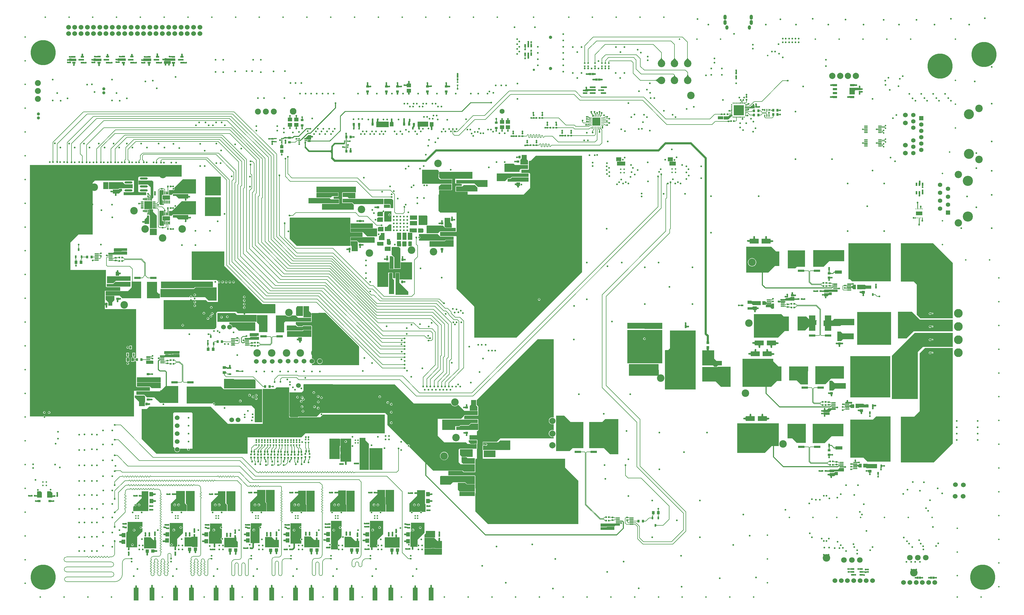
<source format=gbl>
G04*
G04 #@! TF.GenerationSoftware,Altium Limited,Altium Designer,20.0.13 (296)*
G04*
G04 Layer_Physical_Order=12*
G04 Layer_Color=16711680*
%FSLAX25Y25*%
%MOIN*%
G70*
G01*
G75*
%ADD10C,0.02362*%
%ADD11C,0.00984*%
%ADD12C,0.01000*%
%ADD15C,0.00787*%
%ADD17C,0.01575*%
%ADD18C,0.00500*%
%ADD35R,0.03150X0.03740*%
%ADD37R,0.03937X0.04134*%
%ADD43R,0.02441X0.02598*%
%ADD51R,0.02165X0.01772*%
%ADD53R,0.02362X0.01378*%
%ADD59R,0.02323X0.02441*%
%ADD74R,0.02441X0.02323*%
%ADD75R,0.02165X0.02362*%
%ADD76R,0.02362X0.02165*%
%ADD81R,0.03543X0.02756*%
%ADD85R,0.03740X0.03150*%
%ADD88R,0.03740X0.02362*%
%ADD89R,0.02953X0.03543*%
%ADD98R,0.05512X0.04528*%
%ADD101R,0.03543X0.02953*%
%ADD105R,0.03937X0.03543*%
%ADD108R,0.06000X0.16000*%
%ADD109R,0.02756X0.03543*%
%ADD113R,0.04528X0.05512*%
%ADD115R,0.03543X0.03937*%
%ADD116R,0.02362X0.03740*%
%ADD134C,0.01968*%
%ADD164C,0.09449*%
%ADD165C,0.07480*%
%ADD166C,0.04252*%
%ADD167C,0.03937*%
%ADD168C,0.06000*%
%ADD169C,0.05512*%
%ADD170C,0.31496*%
%ADD171C,0.07874*%
%ADD172R,0.05512X0.05512*%
%ADD173C,0.06024*%
%ADD174C,0.12598*%
%ADD175C,0.07087*%
%ADD176O,0.03937X0.06299*%
%ADD177O,0.03937X0.05512*%
%ADD178C,0.06300*%
%ADD179C,0.08300*%
%ADD180C,0.05504*%
%ADD181C,0.02000*%
%ADD182C,0.09272*%
%ADD183R,0.05504X0.05504*%
%ADD184C,0.12795*%
%ADD185C,0.11000*%
%ADD186C,0.02165*%
%ADD187C,0.01900*%
%ADD188C,0.02756*%
%ADD189C,0.01968*%
%ADD192C,0.01378*%
%ADD193C,0.01181*%
%ADD194C,0.01800*%
%ADD195C,0.02756*%
%ADD196C,0.00780*%
%ADD197C,0.00800*%
%ADD198C,0.00980*%
%ADD199C,0.01180*%
%ADD204R,0.08268X0.19488*%
%ADD205R,0.08268X0.03150*%
%ADD206O,0.05315X0.01181*%
%ADD207R,0.02362X0.01575*%
%ADD208R,0.32677X0.41732*%
%ADD209R,0.08661X0.04134*%
%ADD210R,0.11811X0.06496*%
%ADD211R,0.09055X0.22047*%
%ADD212R,0.02365X0.04375*%
%ADD213R,0.08465X0.04961*%
%ADD214R,0.00984X0.01575*%
%ADD215R,0.01417X0.00984*%
%ADD216R,0.09252X0.03543*%
%ADD217R,0.35039X0.36417*%
%ADD218R,0.09843X0.09843*%
%ADD219O,0.03740X0.00984*%
%ADD220O,0.00984X0.03740*%
%ADD221R,0.12598X0.12598*%
%ADD222R,0.01181X0.01772*%
%ADD223R,0.01772X0.01181*%
%ADD224R,0.02559X0.02953*%
%ADD225R,0.05709X0.02559*%
%ADD226R,0.06890X0.14567*%
%ADD227R,0.03937X0.01968*%
G04:AMPARAMS|DCode=228|XSize=11.81mil|YSize=53.15mil|CornerRadius=1.95mil|HoleSize=0mil|Usage=FLASHONLY|Rotation=270.000|XOffset=0mil|YOffset=0mil|HoleType=Round|Shape=RoundedRectangle|*
%AMROUNDEDRECTD228*
21,1,0.01181,0.04925,0,0,270.0*
21,1,0.00791,0.05315,0,0,270.0*
1,1,0.00390,-0.02463,-0.00396*
1,1,0.00390,-0.02463,0.00396*
1,1,0.00390,0.02463,0.00396*
1,1,0.00390,0.02463,-0.00396*
%
%ADD228ROUNDEDRECTD228*%
%ADD229R,0.01968X0.03937*%
%ADD230R,0.01378X0.02362*%
G04:AMPARAMS|DCode=231|XSize=25.59mil|YSize=47.24mil|CornerRadius=1.92mil|HoleSize=0mil|Usage=FLASHONLY|Rotation=270.000|XOffset=0mil|YOffset=0mil|HoleType=Round|Shape=RoundedRectangle|*
%AMROUNDEDRECTD231*
21,1,0.02559,0.04341,0,0,270.0*
21,1,0.02175,0.04724,0,0,270.0*
1,1,0.00384,-0.02170,-0.01088*
1,1,0.00384,-0.02170,0.01088*
1,1,0.00384,0.02170,0.01088*
1,1,0.00384,0.02170,-0.01088*
%
%ADD231ROUNDEDRECTD231*%
G04:AMPARAMS|DCode=232|XSize=124.02mil|YSize=70.87mil|CornerRadius=2.13mil|HoleSize=0mil|Usage=FLASHONLY|Rotation=90.000|XOffset=0mil|YOffset=0mil|HoleType=Round|Shape=RoundedRectangle|*
%AMROUNDEDRECTD232*
21,1,0.12402,0.06661,0,0,90.0*
21,1,0.11976,0.07087,0,0,90.0*
1,1,0.00425,0.03331,0.05988*
1,1,0.00425,0.03331,-0.05988*
1,1,0.00425,-0.03331,-0.05988*
1,1,0.00425,-0.03331,0.05988*
%
%ADD232ROUNDEDRECTD232*%
G04:AMPARAMS|DCode=233|XSize=23.62mil|YSize=70.87mil|CornerRadius=2.01mil|HoleSize=0mil|Usage=FLASHONLY|Rotation=90.000|XOffset=0mil|YOffset=0mil|HoleType=Round|Shape=RoundedRectangle|*
%AMROUNDEDRECTD233*
21,1,0.02362,0.06685,0,0,90.0*
21,1,0.01961,0.07087,0,0,90.0*
1,1,0.00402,0.03343,0.00980*
1,1,0.00402,0.03343,-0.00980*
1,1,0.00402,-0.03343,-0.00980*
1,1,0.00402,-0.03343,0.00980*
%
%ADD233ROUNDEDRECTD233*%
%ADD234R,0.01575X0.02165*%
G04:AMPARAMS|DCode=235|XSize=23.62mil|YSize=82.68mil|CornerRadius=2.01mil|HoleSize=0mil|Usage=FLASHONLY|Rotation=90.000|XOffset=0mil|YOffset=0mil|HoleType=Round|Shape=RoundedRectangle|*
%AMROUNDEDRECTD235*
21,1,0.02362,0.07866,0,0,90.0*
21,1,0.01961,0.08268,0,0,90.0*
1,1,0.00402,0.03933,0.00980*
1,1,0.00402,0.03933,-0.00980*
1,1,0.00402,-0.03933,-0.00980*
1,1,0.00402,-0.03933,0.00980*
%
%ADD235ROUNDEDRECTD235*%
G04:AMPARAMS|DCode=236|XSize=125.98mil|YSize=82.68mil|CornerRadius=2.07mil|HoleSize=0mil|Usage=FLASHONLY|Rotation=90.000|XOffset=0mil|YOffset=0mil|HoleType=Round|Shape=RoundedRectangle|*
%AMROUNDEDRECTD236*
21,1,0.12598,0.07854,0,0,90.0*
21,1,0.12185,0.08268,0,0,90.0*
1,1,0.00413,0.03927,0.06093*
1,1,0.00413,0.03927,-0.06093*
1,1,0.00413,-0.03927,-0.06093*
1,1,0.00413,-0.03927,0.06093*
%
%ADD236ROUNDEDRECTD236*%
%ADD237R,0.06378X0.09370*%
%ADD238R,0.02165X0.01378*%
%ADD239R,0.03937X0.04331*%
%ADD240R,0.02165X0.01575*%
%ADD241R,0.01772X0.02953*%
%ADD242O,0.09843X0.02756*%
%ADD243R,0.01181X0.03562*%
%ADD244R,0.03562X0.01181*%
%ADD245R,0.10236X0.10236*%
%ADD246R,0.09370X0.05827*%
%ADD247R,0.01378X0.03937*%
%ADD248R,0.11417X0.05906*%
%ADD249R,0.25591X0.24803*%
%ADD250R,0.07008X0.13780*%
%ADD251R,0.08465X0.12598*%
%ADD252R,0.08465X0.02756*%
G04:AMPARAMS|DCode=253|XSize=25.59mil|YSize=47.24mil|CornerRadius=1.92mil|HoleSize=0mil|Usage=FLASHONLY|Rotation=0.000|XOffset=0mil|YOffset=0mil|HoleType=Round|Shape=RoundedRectangle|*
%AMROUNDEDRECTD253*
21,1,0.02559,0.04341,0,0,0.0*
21,1,0.02175,0.04724,0,0,0.0*
1,1,0.00384,0.01088,-0.02170*
1,1,0.00384,-0.01088,-0.02170*
1,1,0.00384,-0.01088,0.02170*
1,1,0.00384,0.01088,0.02170*
%
%ADD253ROUNDEDRECTD253*%
%ADD254R,0.06890X0.04528*%
%ADD255C,0.00984*%
G36*
X642377Y803299D02*
X642307Y803226D01*
X642245Y803150D01*
X642190Y803070D01*
X642143Y802987D01*
X642103Y802900D01*
X642070Y802810D01*
X642044Y802717D01*
X642026Y802620D01*
X642015Y802519D01*
X642011Y802415D01*
X641224Y802419D01*
X641220Y802523D01*
X641209Y802623D01*
X641191Y802720D01*
X641166Y802814D01*
X641133Y802904D01*
X641093Y802991D01*
X641046Y803075D01*
X640992Y803155D01*
X640930Y803232D01*
X640861Y803305D01*
X642377Y803299D01*
D02*
G37*
G36*
X638672Y802573D02*
X638737Y801550D01*
X638761Y801439D01*
X638788Y801361D01*
X638819Y801314D01*
X638854Y801298D01*
X636910D01*
X636945Y801314D01*
X636977Y801361D01*
X637005Y801439D01*
X637029Y801550D01*
X637049Y801692D01*
X637079Y802069D01*
X637096Y802873D01*
X638670D01*
X638672Y802573D01*
D02*
G37*
G36*
X642015Y801933D02*
X642027Y801797D01*
X642047Y801678D01*
X642074Y801574D01*
X642110Y801486D01*
X642153Y801414D01*
X642204Y801358D01*
X642263Y801318D01*
X642330Y801294D01*
X642405Y801286D01*
X640830D01*
X640905Y801294D01*
X640972Y801318D01*
X641031Y801358D01*
X641082Y801414D01*
X641125Y801486D01*
X641161Y801574D01*
X641188Y801678D01*
X641208Y801797D01*
X641220Y801933D01*
X641224Y802085D01*
X642011D01*
X642015Y801933D01*
D02*
G37*
G36*
X634854Y797377D02*
X634787Y797353D01*
X634728Y797314D01*
X634677Y797259D01*
X634634Y797188D01*
X634598Y797101D01*
X634571Y796999D01*
X634551Y796881D01*
X634539Y796747D01*
X634535Y796597D01*
X633748D01*
X633744Y796747D01*
X633732Y796881D01*
X633713Y796999D01*
X633685Y797101D01*
X633650Y797188D01*
X633606Y797259D01*
X633555Y797314D01*
X633496Y797353D01*
X633429Y797377D01*
X633354Y797385D01*
X634929D01*
X634854Y797377D01*
D02*
G37*
G36*
X634539Y796294D02*
X634550Y796194D01*
X634568Y796097D01*
X634594Y796003D01*
X634626Y795913D01*
X634666Y795826D01*
X634714Y795743D01*
X634768Y795663D01*
X634830Y795586D01*
X634900Y795513D01*
X633384D01*
X633453Y795586D01*
X633515Y795663D01*
X633570Y795743D01*
X633617Y795826D01*
X633657Y795913D01*
X633690Y796003D01*
X633715Y796097D01*
X633734Y796194D01*
X633744Y796294D01*
X633748Y796398D01*
X634535D01*
X634539Y796294D01*
D02*
G37*
G36*
X642311Y792573D02*
X642249Y792496D01*
X642194Y792416D01*
X642147Y792333D01*
X642107Y792246D01*
X642074Y792156D01*
X642049Y792062D01*
X642030Y791965D01*
X642019Y791865D01*
X642016Y791761D01*
X641228D01*
X641225Y791865D01*
X641214Y791965D01*
X641196Y792062D01*
X641170Y792156D01*
X641137Y792246D01*
X641097Y792333D01*
X641050Y792416D01*
X640995Y792496D01*
X640933Y792573D01*
X640864Y792646D01*
X642380D01*
X642311Y792573D01*
D02*
G37*
G36*
X642020Y791303D02*
X642031Y791167D01*
X642051Y791048D01*
X642079Y790944D01*
X642114Y790856D01*
X642158Y790784D01*
X642209Y790728D01*
X642268Y790688D01*
X642335Y790664D01*
X642410Y790656D01*
X640835D01*
X640909Y790664D01*
X640976Y790688D01*
X641035Y790728D01*
X641087Y790784D01*
X641130Y790856D01*
X641165Y790944D01*
X641193Y791048D01*
X641213Y791167D01*
X641224Y791303D01*
X641228Y791455D01*
X642016D01*
X642020Y791303D01*
D02*
G37*
G36*
X139967Y787879D02*
X139990Y787613D01*
X140028Y787379D01*
X140082Y787175D01*
X140150Y787003D01*
X140234Y786863D01*
X140334Y786753D01*
X140448Y786675D01*
X140578Y786628D01*
X140723Y786613D01*
X137621D01*
X137767Y786628D01*
X137896Y786675D01*
X138011Y786753D01*
X138110Y786863D01*
X138194Y787003D01*
X138263Y787175D01*
X138316Y787379D01*
X138354Y787613D01*
X138377Y787879D01*
X138385Y788175D01*
X139960D01*
X139967Y787879D01*
D02*
G37*
G36*
X202908Y787879D02*
X202932Y787610D01*
X202972Y787372D01*
X203027Y787165D01*
X203098Y786991D01*
X203184Y786848D01*
X203286Y786737D01*
X203404Y786658D01*
X203538Y786610D01*
X203688Y786594D01*
X200538D01*
X200688Y786610D01*
X200822Y786658D01*
X200940Y786737D01*
X201042Y786848D01*
X201129Y786991D01*
X201200Y787165D01*
X201255Y787372D01*
X201294Y787610D01*
X201318Y787879D01*
X201326Y788181D01*
X202901D01*
X202908Y787879D01*
D02*
G37*
G36*
X171849Y787880D02*
X171872Y787611D01*
X171912Y787373D01*
X171967Y787167D01*
X172038Y786992D01*
X172124Y786849D01*
X172227Y786738D01*
X172345Y786659D01*
X172479Y786611D01*
X172628Y786594D01*
X169514Y786606D01*
X169657Y786622D01*
X169784Y786669D01*
X169897Y786748D01*
X169995Y786858D01*
X170078Y787000D01*
X170146Y787173D01*
X170198Y787378D01*
X170236Y787614D01*
X170259Y787882D01*
X170266Y788181D01*
X171841D01*
X171849Y787880D01*
D02*
G37*
G36*
X77355Y787872D02*
X77379Y787602D01*
X77418Y787364D01*
X77473Y787157D01*
X77544Y786983D01*
X77631Y786840D01*
X77733Y786729D01*
X77851Y786650D01*
X77985Y786602D01*
X78135Y786586D01*
X74985D01*
X75135Y786602D01*
X75269Y786650D01*
X75387Y786729D01*
X75489Y786840D01*
X75576Y786983D01*
X75647Y787157D01*
X75702Y787364D01*
X75741Y787602D01*
X75765Y787872D01*
X75773Y788173D01*
X77347D01*
X77355Y787872D01*
D02*
G37*
G36*
X634809Y786747D02*
X634742Y786723D01*
X634683Y786684D01*
X634631Y786629D01*
X634588Y786558D01*
X634553Y786471D01*
X634525Y786369D01*
X634506Y786251D01*
X634494Y786117D01*
X634490Y785967D01*
X633702D01*
X633699Y786117D01*
X633687Y786251D01*
X633667Y786369D01*
X633639Y786471D01*
X633604Y786558D01*
X633561Y786629D01*
X633509Y786684D01*
X633451Y786723D01*
X633384Y786747D01*
X633309Y786755D01*
X634883D01*
X634809Y786747D01*
D02*
G37*
G36*
X638819Y786739D02*
X638788Y786692D01*
X638760Y786613D01*
X638736Y786503D01*
X638716Y786361D01*
X638686Y785983D01*
X638669Y785180D01*
X637094D01*
X637093Y785479D01*
X637028Y786503D01*
X637004Y786613D01*
X636976Y786692D01*
X636945Y786739D01*
X636910Y786755D01*
X638854D01*
X638819Y786739D01*
D02*
G37*
G36*
X126530Y784681D02*
X126514Y784716D01*
X126467Y784748D01*
X126388Y784776D01*
X126278Y784800D01*
X126136Y784820D01*
X125758Y784850D01*
X124955Y784866D01*
Y786441D01*
X125254Y786443D01*
X126278Y786508D01*
X126388Y786531D01*
X126467Y786559D01*
X126514Y786591D01*
X126530Y786626D01*
Y784681D01*
D02*
G37*
G36*
X95864Y784669D02*
X95848Y784706D01*
X95801Y784740D01*
X95722Y784770D01*
X95612Y784795D01*
X95470Y784817D01*
X95092Y784848D01*
X94289Y784866D01*
Y786441D01*
X94589Y786443D01*
X95612Y786503D01*
X95722Y786526D01*
X95801Y786552D01*
X95848Y786581D01*
X95864Y786614D01*
Y784669D01*
D02*
G37*
G36*
X189366Y784662D02*
X189351Y784716D01*
X189303Y784765D01*
X189225Y784809D01*
X189114Y784846D01*
X188973Y784878D01*
X188799Y784904D01*
X188358Y784939D01*
X187792Y784950D01*
Y786525D01*
X189366Y786606D01*
Y784662D01*
D02*
G37*
G36*
X63995Y784654D02*
X63979Y784684D01*
X63932Y784711D01*
X63853Y784734D01*
X63743Y784755D01*
X63601Y784772D01*
X63223Y784797D01*
X62420Y784811D01*
Y786386D01*
X62719Y786388D01*
X63743Y786463D01*
X63853Y786490D01*
X63932Y786522D01*
X63979Y786558D01*
X63995Y786598D01*
Y784654D01*
D02*
G37*
G36*
X634490Y785024D02*
X634493Y784920D01*
X634504Y784820D01*
X634521Y784722D01*
X634546Y784628D01*
X634577Y784537D01*
X634616Y784448D01*
X634661Y784363D01*
X634714Y784280D01*
X634773Y784201D01*
X634840Y784125D01*
X633326Y784190D01*
X633397Y784260D01*
X633461Y784333D01*
X633518Y784411D01*
X633567Y784492D01*
X633608Y784577D01*
X633642Y784666D01*
X633669Y784759D01*
X633687Y784855D01*
X633699Y784956D01*
X633702Y785060D01*
X634490Y785024D01*
D02*
G37*
G36*
X137159Y780940D02*
X137144Y780975D01*
X137097Y781007D01*
X137018Y781034D01*
X136907Y781058D01*
X136766Y781079D01*
X136388Y781108D01*
X135585Y781125D01*
Y782700D01*
X135884Y782702D01*
X136907Y782766D01*
X137018Y782790D01*
X137097Y782818D01*
X137144Y782849D01*
X137159Y782885D01*
Y780940D01*
D02*
G37*
G36*
X106494Y780929D02*
X106478Y780964D01*
X106431Y780996D01*
X106352Y781023D01*
X106242Y781047D01*
X106100Y781068D01*
X105722Y781097D01*
X104919Y781114D01*
Y782689D01*
X105218Y782690D01*
X106242Y782755D01*
X106352Y782779D01*
X106431Y782807D01*
X106478Y782838D01*
X106494Y782873D01*
Y780929D01*
D02*
G37*
G36*
X199996Y780922D02*
X199980Y780957D01*
X199933Y780988D01*
X199855Y781016D01*
X199744Y781040D01*
X199602Y781060D01*
X199225Y781090D01*
X198422Y781106D01*
Y782681D01*
X198721Y782683D01*
X199744Y782748D01*
X199855Y782772D01*
X199933Y782799D01*
X199980Y782831D01*
X199996Y782866D01*
Y780922D01*
D02*
G37*
G36*
X169514D02*
X169498Y780957D01*
X169451Y780988D01*
X169372Y781016D01*
X169262Y781040D01*
X169120Y781060D01*
X168742Y781090D01*
X167939Y781106D01*
Y782681D01*
X168238Y782683D01*
X169262Y782748D01*
X169372Y782772D01*
X169451Y782799D01*
X169498Y782831D01*
X169514Y782866D01*
Y780922D01*
D02*
G37*
G36*
X74625Y780914D02*
X74609Y780949D01*
X74562Y780980D01*
X74483Y781008D01*
X74373Y781032D01*
X74231Y781052D01*
X73853Y781082D01*
X73050Y781098D01*
Y782673D01*
X73349Y782675D01*
X74373Y782740D01*
X74483Y782764D01*
X74562Y782792D01*
X74609Y782823D01*
X74625Y782858D01*
Y780914D01*
D02*
G37*
G36*
X125632Y783354D02*
X131070D01*
X131453Y782970D01*
X131453Y780551D01*
X121494Y780551D01*
X121141Y780905D01*
X121141Y781170D01*
X121036Y781191D01*
X120831Y781218D01*
X120327Y781248D01*
X120028Y781252D01*
Y782827D01*
X120327Y782831D01*
X121036Y782888D01*
X121142Y782909D01*
X121142Y783612D01*
X125373Y783612D01*
X125632Y783354D01*
D02*
G37*
G36*
X182912Y783442D02*
X193457Y783442D01*
X193811Y783088D01*
X193811Y780508D01*
X180305Y780508D01*
X179952Y780862D01*
X179952Y781075D01*
X179915Y781089D01*
X179774Y781127D01*
X179601Y781158D01*
X179396Y781182D01*
X178892Y781209D01*
X178593Y781213D01*
Y782787D01*
X178892Y782792D01*
X179396Y782825D01*
X179601Y782855D01*
X179774Y782893D01*
X179915Y782939D01*
X179953Y782958D01*
X179954Y783700D01*
X182654Y783700D01*
X182912Y783442D01*
D02*
G37*
G36*
X822517Y784272D02*
X822604Y783963D01*
X822750Y783623D01*
X822954Y783253D01*
X823216Y782851D01*
X823537Y782419D01*
X824353Y781462D01*
X825401Y780381D01*
X818787D01*
X819341Y780937D01*
X820652Y782419D01*
X820972Y782851D01*
X821235Y783253D01*
X821438Y783623D01*
X821584Y783963D01*
X821671Y784272D01*
X821701Y784550D01*
X822488D01*
X822517Y784272D01*
D02*
G37*
G36*
X806013D02*
X806101Y783963D01*
X806246Y783623D01*
X806450Y783253D01*
X806713Y782851D01*
X807033Y782419D01*
X807849Y781462D01*
X808898Y780381D01*
X802283D01*
X802837Y780937D01*
X804148Y782419D01*
X804469Y782851D01*
X804731Y783253D01*
X804935Y783623D01*
X805080Y783963D01*
X805168Y784272D01*
X805197Y784550D01*
X805984D01*
X806013Y784272D01*
D02*
G37*
G36*
X838846Y784274D02*
X838935Y783959D01*
X839085Y783620D01*
X839294Y783257D01*
X839563Y782870D01*
X839892Y782458D01*
X840280Y782023D01*
X841236Y781080D01*
X841804Y780573D01*
X835202Y780178D01*
X835739Y780783D01*
X837322Y782824D01*
X837576Y783239D01*
X837774Y783616D01*
X837916Y783955D01*
X838000Y784255D01*
X838029Y784518D01*
X838816Y784565D01*
X838846Y784274D01*
D02*
G37*
G36*
X93832Y783109D02*
X100787Y783109D01*
X100787Y780175D01*
X90968Y780175D01*
X90615Y780529D01*
X90615Y780792D01*
X90470Y780821D01*
X90265Y780848D01*
X89761Y780878D01*
X89462Y780882D01*
Y782457D01*
X89761Y782460D01*
X90470Y782518D01*
X90616Y782547D01*
X90617Y783387D01*
X93554Y783387D01*
X93832Y783109D01*
D02*
G37*
G36*
X63394Y783030D02*
X68832D01*
X68918Y782944D01*
Y780165D01*
X60262Y780165D01*
X59909Y780519D01*
X59909Y780837D01*
X59748Y780869D01*
X59543Y780896D01*
X59039Y780926D01*
X58740Y780930D01*
Y782505D01*
X59039Y782509D01*
X59748Y782566D01*
X59910Y782598D01*
X59911Y783586D01*
X62838Y783586D01*
X63394Y783030D01*
D02*
G37*
G36*
X157986Y783335D02*
X163070D01*
X163424Y782982D01*
X163424Y780027D01*
X153670D01*
X153317Y780381D01*
X153317Y780513D01*
X153193Y780529D01*
X152690Y780559D01*
X152390Y780563D01*
Y782138D01*
X152690Y782142D01*
X153318Y782192D01*
X153319Y783594D01*
X157727Y783594D01*
X157986Y783335D01*
D02*
G37*
G36*
X739759Y778953D02*
X739771Y778817D01*
X739790Y778697D01*
X739818Y778593D01*
X739853Y778505D01*
X739897Y778433D01*
X739948Y778377D01*
X740007Y778337D01*
X740074Y778313D01*
X740149Y778305D01*
X738574D01*
X738649Y778313D01*
X738716Y778337D01*
X738775Y778377D01*
X738826Y778433D01*
X738869Y778505D01*
X738905Y778593D01*
X738932Y778697D01*
X738952Y778817D01*
X738964Y778953D01*
X738968Y779104D01*
X739755D01*
X739759Y778953D01*
D02*
G37*
G36*
X735419D02*
X735431Y778817D01*
X735450Y778697D01*
X735478Y778593D01*
X735513Y778505D01*
X735557Y778433D01*
X735608Y778377D01*
X735667Y778337D01*
X735734Y778313D01*
X735809Y778305D01*
X734234D01*
X734308Y778313D01*
X734375Y778337D01*
X734435Y778377D01*
X734486Y778433D01*
X734529Y778505D01*
X734564Y778593D01*
X734592Y778697D01*
X734612Y778817D01*
X734623Y778953D01*
X734627Y779104D01*
X735415D01*
X735419Y778953D01*
D02*
G37*
G36*
X731106D02*
X731118Y778817D01*
X731138Y778697D01*
X731165Y778593D01*
X731201Y778505D01*
X731244Y778433D01*
X731295Y778377D01*
X731354Y778337D01*
X731421Y778313D01*
X731496Y778305D01*
X729921D01*
X729996Y778313D01*
X730063Y778337D01*
X730122Y778377D01*
X730173Y778433D01*
X730217Y778505D01*
X730252Y778593D01*
X730279Y778697D01*
X730299Y778817D01*
X730311Y778953D01*
X730315Y779104D01*
X731102D01*
X731106Y778953D01*
D02*
G37*
G36*
X722445D02*
X722457Y778817D01*
X722476Y778697D01*
X722504Y778593D01*
X722539Y778505D01*
X722583Y778433D01*
X722634Y778377D01*
X722693Y778337D01*
X722760Y778313D01*
X722835Y778305D01*
X721260D01*
X721335Y778313D01*
X721402Y778337D01*
X721461Y778377D01*
X721512Y778433D01*
X721555Y778505D01*
X721591Y778593D01*
X721618Y778697D01*
X721638Y778817D01*
X721650Y778953D01*
X721654Y779104D01*
X722441D01*
X722445Y778953D01*
D02*
G37*
G36*
X713859D02*
X713871Y778817D01*
X713891Y778697D01*
X713918Y778593D01*
X713954Y778505D01*
X713997Y778433D01*
X714048Y778377D01*
X714108Y778337D01*
X714174Y778313D01*
X714249Y778305D01*
X712674D01*
X712749Y778313D01*
X712816Y778337D01*
X712875Y778377D01*
X712926Y778433D01*
X712970Y778505D01*
X713005Y778593D01*
X713033Y778697D01*
X713052Y778817D01*
X713064Y778953D01*
X713068Y779104D01*
X713856D01*
X713859Y778953D01*
D02*
G37*
G36*
X709453D02*
X709465Y778817D01*
X709484Y778697D01*
X709512Y778593D01*
X709547Y778505D01*
X709590Y778433D01*
X709642Y778377D01*
X709701Y778337D01*
X709768Y778313D01*
X709842Y778305D01*
X708268D01*
X708343Y778313D01*
X708410Y778337D01*
X708468Y778377D01*
X708520Y778433D01*
X708563Y778505D01*
X708598Y778593D01*
X708626Y778697D01*
X708646Y778817D01*
X708658Y778953D01*
X708661Y779104D01*
X709449D01*
X709453Y778953D01*
D02*
G37*
G36*
X121602Y777524D02*
X121587Y777596D01*
X121539Y777661D01*
X121461Y777718D01*
X121351Y777768D01*
X121209Y777810D01*
X121036Y777844D01*
X120831Y777871D01*
X120327Y777902D01*
X120028Y777906D01*
Y779480D01*
X120327Y779484D01*
X121036Y779541D01*
X121209Y779576D01*
X121351Y779618D01*
X121461Y779667D01*
X121539Y779725D01*
X121587Y779789D01*
X121602Y779862D01*
Y777524D01*
D02*
G37*
G36*
X60315Y777202D02*
X60299Y777275D01*
X60252Y777340D01*
X60173Y777397D01*
X60063Y777446D01*
X59921Y777488D01*
X59748Y777523D01*
X59543Y777549D01*
X59039Y777580D01*
X58740Y777584D01*
Y779159D01*
X59039Y779162D01*
X59748Y779220D01*
X59921Y779254D01*
X60063Y779296D01*
X60173Y779346D01*
X60252Y779403D01*
X60299Y779468D01*
X60315Y779540D01*
Y777202D01*
D02*
G37*
G36*
X141088Y779109D02*
X141135Y779078D01*
X141214Y779050D01*
X141324Y779026D01*
X141466Y779006D01*
X141844Y778976D01*
X142647Y778960D01*
Y777385D01*
X142348Y777383D01*
X141324Y777318D01*
X141214Y777294D01*
X141135Y777267D01*
X141088Y777235D01*
X141072Y777200D01*
Y779144D01*
X141088Y779109D01*
D02*
G37*
G36*
X110423Y779098D02*
X110470Y779067D01*
X110549Y779039D01*
X110659Y779015D01*
X110801Y778995D01*
X111179Y778965D01*
X111982Y778948D01*
Y777374D01*
X111683Y777372D01*
X110659Y777307D01*
X110549Y777283D01*
X110470Y777255D01*
X110423Y777224D01*
X110407Y777189D01*
Y779133D01*
X110423Y779098D01*
D02*
G37*
G36*
X203925Y779110D02*
X203972Y779096D01*
X204051Y779084D01*
X204161Y779073D01*
X204681Y779051D01*
X205484Y779044D01*
Y777469D01*
X205185Y777466D01*
X204303Y777397D01*
X204161Y777365D01*
X204051Y777328D01*
X203972Y777285D01*
X203925Y777236D01*
X203909Y777181D01*
Y779126D01*
X203925Y779110D01*
D02*
G37*
G36*
X173442Y779088D02*
X173490Y779054D01*
X173568Y779024D01*
X173679Y778997D01*
X173820Y778975D01*
X174198Y778943D01*
X174702Y778927D01*
X175001Y778925D01*
Y777350D01*
X174702Y777349D01*
X173568Y777268D01*
X173490Y777242D01*
X173442Y777213D01*
X173427Y777181D01*
Y779126D01*
X173442Y779088D01*
D02*
G37*
G36*
X78554Y779083D02*
X78601Y779051D01*
X78680Y779024D01*
X78790Y779000D01*
X78932Y778979D01*
X79309Y778950D01*
X80113Y778933D01*
Y777358D01*
X79813Y777356D01*
X78790Y777292D01*
X78680Y777268D01*
X78601Y777240D01*
X78554Y777209D01*
X78538Y777173D01*
Y779118D01*
X78554Y779083D01*
D02*
G37*
G36*
X91036Y777154D02*
X91021Y777226D01*
X90974Y777291D01*
X90895Y777348D01*
X90785Y777398D01*
X90643Y777440D01*
X90470Y777474D01*
X90265Y777501D01*
X89761Y777532D01*
X89462Y777535D01*
Y779110D01*
X89761Y779114D01*
X90470Y779171D01*
X90643Y779206D01*
X90785Y779248D01*
X90895Y779297D01*
X90974Y779354D01*
X91021Y779419D01*
X91036Y779492D01*
Y777154D01*
D02*
G37*
G36*
X153965Y776835D02*
X153949Y776907D01*
X153902Y776972D01*
X153823Y777030D01*
X153713Y777079D01*
X153571Y777121D01*
X153398Y777155D01*
X153193Y777182D01*
X152690Y777213D01*
X152390Y777216D01*
Y778791D01*
X152690Y778795D01*
X153398Y778852D01*
X153571Y778887D01*
X153713Y778929D01*
X153823Y778978D01*
X153902Y779036D01*
X153949Y779101D01*
X153965Y779173D01*
Y776835D01*
D02*
G37*
G36*
X180305Y780021D02*
X180305Y780021D01*
X180305Y780021D01*
X187670Y780021D01*
X188024Y779667D01*
X188024Y776738D01*
X186587Y776738D01*
X186566Y776477D01*
X186555Y775910D01*
X184980D01*
X184977Y776209D01*
X184937Y776738D01*
X182027Y776738D01*
X182003Y776248D01*
X182000Y775949D01*
X180425D01*
X180423Y776248D01*
X180388Y776738D01*
X179236Y776738D01*
X179236Y780027D01*
X180289D01*
X180305Y780021D01*
D02*
G37*
G36*
X130033Y777197D02*
X129899Y777149D01*
X129781Y777070D01*
X129678Y776959D01*
X129592Y776816D01*
X129521Y776642D01*
X129466Y776436D01*
X129427Y776197D01*
X129403Y775928D01*
X129395Y775626D01*
X127820D01*
X127812Y775928D01*
X127789Y776197D01*
X127749Y776436D01*
X127694Y776642D01*
X127623Y776816D01*
X127537Y776959D01*
X127434Y777070D01*
X127316Y777149D01*
X127182Y777197D01*
X127033Y777213D01*
X130182D01*
X130033Y777197D01*
D02*
G37*
G36*
X99041Y777185D02*
X98907Y777137D01*
X98789Y777058D01*
X98686Y776947D01*
X98600Y776804D01*
X98529Y776630D01*
X98474Y776423D01*
X98434Y776185D01*
X98411Y775915D01*
X98403Y775614D01*
X96828D01*
X96820Y775915D01*
X96797Y776185D01*
X96757Y776423D01*
X96702Y776630D01*
X96631Y776804D01*
X96544Y776947D01*
X96442Y777058D01*
X96324Y777137D01*
X96190Y777185D01*
X96041Y777201D01*
X99190D01*
X99041Y777185D01*
D02*
G37*
G36*
X192795Y777177D02*
X192661Y777130D01*
X192543Y777050D01*
X192440Y776939D01*
X192353Y776797D01*
X192283Y776622D01*
X192228Y776416D01*
X192188Y776178D01*
X192165Y775908D01*
X192157Y775606D01*
X190582D01*
X190574Y775908D01*
X190550Y776178D01*
X190511Y776416D01*
X190456Y776622D01*
X190385Y776797D01*
X190298Y776939D01*
X190196Y777050D01*
X190078Y777130D01*
X189944Y777177D01*
X189795Y777193D01*
X192944D01*
X192795Y777177D01*
D02*
G37*
G36*
X162073D02*
X161939Y777130D01*
X161821Y777050D01*
X161719Y776939D01*
X161632Y776797D01*
X161561Y776622D01*
X161506Y776416D01*
X161467Y776178D01*
X161443Y775908D01*
X161435Y775606D01*
X159860D01*
X159852Y775908D01*
X159829Y776178D01*
X159789Y776416D01*
X159734Y776622D01*
X159663Y776797D01*
X159577Y776939D01*
X159475Y777050D01*
X159356Y777130D01*
X159222Y777177D01*
X159073Y777193D01*
X162223D01*
X162073Y777177D01*
D02*
G37*
G36*
X735763Y773018D02*
X735695Y772994D01*
X735635Y772954D01*
X735583Y772898D01*
X735539Y772826D01*
X735503Y772738D01*
X735475Y772634D01*
X735455Y772514D01*
X735445Y772397D01*
X735454Y772316D01*
X735472Y772219D01*
X735497Y772125D01*
X735529Y772035D01*
X735568Y771949D01*
X735615Y771866D01*
X735668Y771787D01*
X735729Y771711D01*
X735797Y771639D01*
X734281D01*
X734349Y771711D01*
X734410Y771787D01*
X734464Y771866D01*
X734511Y771949D01*
X734550Y772035D01*
X734582Y772125D01*
X734607Y772219D01*
X734625Y772316D01*
X734634Y772397D01*
X734623Y772514D01*
X734603Y772634D01*
X734575Y772738D01*
X734539Y772826D01*
X734495Y772898D01*
X734443Y772954D01*
X734383Y772994D01*
X734315Y773018D01*
X734239Y773026D01*
X735839D01*
X735763Y773018D01*
D02*
G37*
G36*
X731433D02*
X731365Y772994D01*
X731305Y772954D01*
X731253Y772898D01*
X731209Y772826D01*
X731173Y772738D01*
X731145Y772634D01*
X731125Y772514D01*
X731114Y772397D01*
X731123Y772316D01*
X731141Y772219D01*
X731166Y772125D01*
X731198Y772035D01*
X731238Y771949D01*
X731284Y771866D01*
X731338Y771787D01*
X731398Y771711D01*
X731466Y771639D01*
X729951D01*
X730019Y771711D01*
X730080Y771787D01*
X730133Y771866D01*
X730180Y771949D01*
X730219Y772035D01*
X730251Y772125D01*
X730276Y772219D01*
X730294Y772316D01*
X730303Y772397D01*
X730293Y772514D01*
X730273Y772634D01*
X730245Y772738D01*
X730209Y772826D01*
X730165Y772898D01*
X730113Y772954D01*
X730053Y772994D01*
X729985Y773018D01*
X729909Y773026D01*
X731509D01*
X731433Y773018D01*
D02*
G37*
G36*
X722771D02*
X722703Y772994D01*
X722643Y772954D01*
X722591Y772898D01*
X722547Y772826D01*
X722511Y772738D01*
X722483Y772634D01*
X722463Y772514D01*
X722453Y772397D01*
X722462Y772316D01*
X722479Y772219D01*
X722505Y772125D01*
X722537Y772035D01*
X722576Y771949D01*
X722623Y771866D01*
X722676Y771787D01*
X722737Y771711D01*
X722805Y771639D01*
X721289D01*
X721357Y771711D01*
X721418Y771787D01*
X721472Y771866D01*
X721518Y771949D01*
X721558Y772035D01*
X721590Y772125D01*
X721615Y772219D01*
X721633Y772316D01*
X721641Y772397D01*
X721631Y772514D01*
X721611Y772634D01*
X721583Y772738D01*
X721547Y772826D01*
X721503Y772898D01*
X721451Y772954D01*
X721391Y772994D01*
X721323Y773018D01*
X721247Y773026D01*
X722847D01*
X722771Y773018D01*
D02*
G37*
G36*
X714110D02*
X714042Y772994D01*
X713982Y772954D01*
X713930Y772898D01*
X713886Y772826D01*
X713850Y772738D01*
X713822Y772634D01*
X713802Y772514D01*
X713792Y772397D01*
X713800Y772316D01*
X713818Y772219D01*
X713843Y772125D01*
X713875Y772035D01*
X713915Y771949D01*
X713961Y771866D01*
X714015Y771787D01*
X714076Y771711D01*
X714144Y771639D01*
X712628D01*
X712696Y771711D01*
X712757Y771787D01*
X712811Y771866D01*
X712857Y771949D01*
X712896Y772035D01*
X712929Y772125D01*
X712954Y772219D01*
X712971Y772316D01*
X712980Y772397D01*
X712970Y772514D01*
X712950Y772634D01*
X712922Y772738D01*
X712886Y772826D01*
X712842Y772898D01*
X712790Y772954D01*
X712730Y772994D01*
X712662Y773018D01*
X712586Y773026D01*
X714186D01*
X714110Y773018D01*
D02*
G37*
G36*
X709768Y773018D02*
X709701Y772995D01*
X709642Y772955D01*
X709590Y772900D01*
X709547Y772829D01*
X709512Y772743D01*
X709484Y772640D01*
X709465Y772522D01*
X709454Y772404D01*
X709463Y772320D01*
X709482Y772223D01*
X709507Y772129D01*
X709540Y772039D01*
X709580Y771952D01*
X709627Y771869D01*
X709682Y771789D01*
X709744Y771712D01*
X709813Y771639D01*
X708297D01*
X708366Y771712D01*
X708428Y771789D01*
X708483Y771869D01*
X708530Y771952D01*
X708570Y772039D01*
X708603Y772129D01*
X708629Y772223D01*
X708647Y772320D01*
X708656Y772404D01*
X708646Y772522D01*
X708626Y772640D01*
X708598Y772743D01*
X708563Y772829D01*
X708520Y772900D01*
X708468Y772955D01*
X708410Y772995D01*
X708343Y773018D01*
X708268Y773026D01*
X709842D01*
X709768Y773018D01*
D02*
G37*
G36*
X740090Y773018D02*
X740022Y772994D01*
X739962Y772954D01*
X739910Y772898D01*
X739866Y772826D01*
X739830Y772738D01*
X739802Y772634D01*
X739782Y772514D01*
X739772Y772398D01*
X739780Y772318D01*
X739798Y772221D01*
X739823Y772127D01*
X739855Y772037D01*
X739895Y771951D01*
X739942Y771868D01*
X739996Y771789D01*
X740057Y771714D01*
X740125Y771642D01*
X738609Y771636D01*
X738677Y771709D01*
X738737Y771784D01*
X738791Y771864D01*
X738837Y771947D01*
X738877Y772033D01*
X738909Y772124D01*
X738934Y772217D01*
X738951Y772315D01*
X738960Y772396D01*
X738950Y772514D01*
X738930Y772634D01*
X738902Y772738D01*
X738866Y772826D01*
X738822Y772898D01*
X738770Y772954D01*
X738710Y772994D01*
X738642Y773018D01*
X738566Y773026D01*
X740166D01*
X740090Y773018D01*
D02*
G37*
G36*
X900468Y767080D02*
X900536Y766198D01*
X900567Y766057D01*
X900604Y765946D01*
X900646Y765868D01*
X900694Y765821D01*
X900748Y765805D01*
X898607D01*
X898661Y765821D01*
X898709Y765868D01*
X898751Y765946D01*
X898788Y766057D01*
X898819Y766198D01*
X898845Y766372D01*
X898879Y766813D01*
X898890Y767380D01*
X900465D01*
X900468Y767080D01*
D02*
G37*
G36*
X720326Y765197D02*
X720374Y765116D01*
X720454Y765044D01*
X720566Y764981D01*
X720709Y764928D01*
X720885Y764885D01*
X721092Y764852D01*
X721332Y764827D01*
X721906Y764808D01*
Y762840D01*
X721603Y762835D01*
X721092Y762797D01*
X720885Y762763D01*
X720709Y762720D01*
X720566Y762667D01*
X720454Y762605D01*
X720374Y762533D01*
X720326Y762451D01*
X720310Y762360D01*
Y765288D01*
X720326Y765197D01*
D02*
G37*
G36*
X714626Y762358D02*
X714608Y762466D01*
X714554Y762562D01*
X714464Y762646D01*
X714338Y762720D01*
X714176Y762782D01*
X713978Y762832D01*
X713744Y762872D01*
X713474Y762900D01*
X712826Y762923D01*
Y764723D01*
X713168Y764728D01*
X713744Y764774D01*
X713978Y764813D01*
X714176Y764864D01*
X714338Y764926D01*
X714464Y764999D01*
X714554Y765084D01*
X714608Y765180D01*
X714626Y765287D01*
Y762358D01*
D02*
G37*
G36*
X549792Y763162D02*
X549825Y762658D01*
X549855Y762453D01*
X549893Y762280D01*
X549939Y762138D01*
X549994Y762028D01*
X550057Y761949D01*
X550129Y761902D01*
X550209Y761887D01*
X547791D01*
X547871Y761902D01*
X547943Y761949D01*
X548006Y762028D01*
X548061Y762138D01*
X548107Y762280D01*
X548145Y762453D01*
X548175Y762658D01*
X548196Y762894D01*
X548213Y763461D01*
X549787D01*
X549792Y763162D01*
D02*
G37*
G36*
X822508Y762279D02*
X822570Y761981D01*
X822672Y761690D01*
X822815Y761404D01*
X822998Y761125D01*
X823223Y760852D01*
X823488Y760584D01*
X823794Y760324D01*
X824142Y760069D01*
X824529Y759820D01*
X819659D01*
X820047Y760069D01*
X820394Y760324D01*
X820700Y760584D01*
X820966Y760852D01*
X821190Y761125D01*
X821374Y761404D01*
X821517Y761690D01*
X821619Y761981D01*
X821680Y762279D01*
X821701Y762583D01*
X822488D01*
X822508Y762279D01*
D02*
G37*
G36*
X839127Y763036D02*
X839214Y762727D01*
X839360Y762387D01*
X839564Y762017D01*
X839826Y761615D01*
X840147Y761183D01*
X840962Y760226D01*
X842011Y759145D01*
X835397D01*
X835951Y759701D01*
X837262Y761183D01*
X837582Y761615D01*
X837844Y762017D01*
X838048Y762387D01*
X838194Y762727D01*
X838281Y763036D01*
X838310Y763314D01*
X839098D01*
X839127Y763036D01*
D02*
G37*
G36*
X900694Y760104D02*
X900646Y760057D01*
X900604Y759978D01*
X900567Y759868D01*
X900536Y759726D01*
X900510Y759553D01*
X900476Y759112D01*
X900465Y758545D01*
X898890D01*
X898887Y758845D01*
X898819Y759726D01*
X898788Y759868D01*
X898751Y759978D01*
X898709Y760057D01*
X898661Y760104D01*
X898607Y760120D01*
X900748D01*
X900694Y760104D01*
D02*
G37*
G36*
X728390Y758200D02*
X728449Y758118D01*
X728548Y758046D01*
X728686Y757984D01*
X728863Y757931D01*
X729079Y757888D01*
X729335Y757854D01*
X729965Y757816D01*
X730339Y757811D01*
Y755842D01*
X729965Y755838D01*
X729079Y755766D01*
X728863Y755723D01*
X728686Y755670D01*
X728548Y755607D01*
X728449Y755535D01*
X728390Y755454D01*
X728371Y755362D01*
Y758291D01*
X728390Y758200D01*
D02*
G37*
G36*
X722686Y755362D02*
X722666Y755454D01*
X722607Y755535D01*
X722509Y755607D01*
X722371Y755670D01*
X722194Y755723D01*
X721977Y755766D01*
X721721Y755799D01*
X721092Y755838D01*
X720717Y755842D01*
Y757811D01*
X721092Y757816D01*
X721977Y757888D01*
X722194Y757931D01*
X722371Y757984D01*
X722509Y758046D01*
X722607Y758118D01*
X722666Y758200D01*
X722686Y758291D01*
Y755362D01*
D02*
G37*
G36*
X964047Y754560D02*
X963974Y754630D01*
X963898Y754692D01*
X963818Y754746D01*
X963734Y754793D01*
X963647Y754834D01*
X963557Y754866D01*
X963464Y754892D01*
X963367Y754910D01*
X963266Y754921D01*
X963162Y754924D01*
Y755712D01*
X963266Y755716D01*
X963367Y755726D01*
X963464Y755745D01*
X963557Y755770D01*
X963647Y755803D01*
X963734Y755843D01*
X963818Y755890D01*
X963898Y755945D01*
X963974Y756007D01*
X964047Y756076D01*
Y754560D01*
D02*
G37*
G36*
X549706Y755852D02*
X549640Y755828D01*
X549581Y755788D01*
X549530Y755733D01*
X549487Y755661D01*
X549452Y755574D01*
X549425Y755471D01*
X549406Y755353D01*
X549394Y755218D01*
X549391Y755117D01*
X549394Y755015D01*
X549406Y754880D01*
X549425Y754762D01*
X549452Y754659D01*
X549487Y754571D01*
X549530Y754500D01*
X549581Y754445D01*
X549640Y754405D01*
X549706Y754381D01*
X549780Y754374D01*
X548220D01*
X548294Y754381D01*
X548360Y754405D01*
X548419Y754445D01*
X548470Y754500D01*
X548513Y754571D01*
X548548Y754659D01*
X548575Y754762D01*
X548594Y754880D01*
X548606Y755015D01*
X548609Y755117D01*
X548606Y755218D01*
X548594Y755353D01*
X548575Y755471D01*
X548548Y755574D01*
X548513Y755661D01*
X548470Y755733D01*
X548419Y755788D01*
X548360Y755828D01*
X548294Y755852D01*
X548220Y755860D01*
X549780D01*
X549706Y755852D01*
D02*
G37*
G36*
X802124Y752562D02*
X801592Y753122D01*
X800159Y754450D01*
X799737Y754774D01*
X799342Y755040D01*
X798975Y755246D01*
X798635Y755394D01*
X798323Y755482D01*
X798039Y755512D01*
X798061Y756299D01*
X798332Y756328D01*
X798637Y756414D01*
X798977Y756558D01*
X799351Y756759D01*
X799758Y757018D01*
X800201Y757334D01*
X801188Y758138D01*
X802312Y759173D01*
X802124Y752562D01*
D02*
G37*
G36*
X488467Y753057D02*
X488491Y752787D01*
X488530Y752549D01*
X488585Y752343D01*
X488656Y752168D01*
X488743Y752025D01*
X488845Y751914D01*
X488963Y751835D01*
X489097Y751787D01*
X489247Y751771D01*
X486097D01*
X486246Y751787D01*
X486380Y751835D01*
X486498Y751914D01*
X486601Y752025D01*
X486687Y752168D01*
X486758Y752343D01*
X486813Y752549D01*
X486853Y752787D01*
X486876Y753057D01*
X486884Y753358D01*
X488459D01*
X488467Y753057D01*
D02*
G37*
G36*
X511913Y751096D02*
X511937Y750828D01*
X511976Y750592D01*
X512031Y750387D01*
X512102Y750214D01*
X512189Y750072D01*
X512291Y749962D01*
X512409Y749883D01*
X512543Y749836D01*
X512693Y749820D01*
X509543D01*
X509693Y749836D01*
X509827Y749883D01*
X509945Y749962D01*
X510047Y750072D01*
X510134Y750214D01*
X510205Y750387D01*
X510260Y750592D01*
X510299Y750828D01*
X510323Y751096D01*
X510331Y751395D01*
X511905D01*
X511913Y751096D01*
D02*
G37*
G36*
X535579Y751094D02*
X535603Y750827D01*
X535642Y750590D01*
X535697Y750386D01*
X535768Y750212D01*
X535855Y750071D01*
X535957Y749960D01*
X536075Y749882D01*
X536209Y749834D01*
X536359Y749819D01*
X533209D01*
X533359Y749834D01*
X533493Y749882D01*
X533611Y749960D01*
X533713Y750071D01*
X533800Y750212D01*
X533871Y750386D01*
X533926Y750590D01*
X533965Y750827D01*
X533989Y751094D01*
X533996Y751394D01*
X535571D01*
X535579Y751094D01*
D02*
G37*
G36*
X474183Y750910D02*
X474228Y750479D01*
X474267Y750304D01*
X474317Y750155D01*
X474378Y750034D01*
X474451Y749940D01*
X474535Y749873D01*
X474630Y749832D01*
X474736Y749819D01*
X472043D01*
X472149Y749832D01*
X472244Y749873D01*
X472328Y749940D01*
X472401Y750034D01*
X472463Y750155D01*
X472513Y750304D01*
X472552Y750479D01*
X472580Y750681D01*
X472597Y750910D01*
X472602Y751165D01*
X474177D01*
X474183Y750910D01*
D02*
G37*
G36*
X460013D02*
X460058Y750479D01*
X460097Y750304D01*
X460148Y750155D01*
X460209Y750034D01*
X460282Y749940D01*
X460366Y749873D01*
X460461Y749832D01*
X460567Y749819D01*
X457874D01*
X457980Y749832D01*
X458075Y749873D01*
X458159Y749940D01*
X458232Y750034D01*
X458293Y750155D01*
X458344Y750304D01*
X458383Y750479D01*
X458411Y750681D01*
X458427Y750910D01*
X458433Y751165D01*
X460008D01*
X460013Y750910D01*
D02*
G37*
G36*
X436384Y750910D02*
X436428Y750479D01*
X436468Y750304D01*
X436518Y750156D01*
X436580Y750034D01*
X436653Y749940D01*
X436736Y749873D01*
X436832Y749832D01*
X436938Y749819D01*
X434243D01*
X434349Y749832D01*
X434445Y749873D01*
X434529Y749940D01*
X434601Y750034D01*
X434663Y750156D01*
X434714Y750304D01*
X434753Y750479D01*
X434781Y750681D01*
X434797Y750910D01*
X434803Y751166D01*
X436378D01*
X436384Y750910D01*
D02*
G37*
G36*
X1048422Y751137D02*
X1048481Y751089D01*
X1048580Y751046D01*
X1048717Y751010D01*
X1048895Y750978D01*
X1049111Y750953D01*
X1049662Y750919D01*
X1050371Y750908D01*
Y748939D01*
X1049997Y748936D01*
X1048895Y748868D01*
X1048717Y748837D01*
X1048580Y748800D01*
X1048481Y748758D01*
X1048422Y748710D01*
X1048402Y748656D01*
Y751191D01*
X1048422Y751137D01*
D02*
G37*
G36*
X1021261Y748656D02*
X1021241Y748717D01*
X1021182Y748773D01*
X1021084Y748821D01*
X1020946Y748864D01*
X1020769Y748900D01*
X1020552Y748929D01*
X1020001Y748968D01*
X1019293Y748981D01*
Y750949D01*
X1019667Y750952D01*
X1020946Y751036D01*
X1021084Y751068D01*
X1021182Y751104D01*
X1021241Y751145D01*
X1021261Y751191D01*
Y748656D01*
D02*
G37*
G36*
X549706Y749087D02*
X549640Y749063D01*
X549581Y749024D01*
X549530Y748970D01*
X549487Y748900D01*
X549452Y748814D01*
X549425Y748712D01*
X549406Y748595D01*
X549394Y748463D01*
X549390Y748315D01*
X548610D01*
X548606Y748463D01*
X548594Y748595D01*
X548575Y748712D01*
X548548Y748814D01*
X548513Y748900D01*
X548470Y748970D01*
X548419Y749024D01*
X548360Y749063D01*
X548294Y749087D01*
X548220Y749094D01*
X549780D01*
X549706Y749087D01*
D02*
G37*
G36*
X484831Y748128D02*
X484815Y748278D01*
X484768Y748412D01*
X484688Y748530D01*
X484577Y748632D01*
X484434Y748719D01*
X484260Y748790D01*
X484054Y748845D01*
X483815Y748884D01*
X483546Y748908D01*
X483244Y748916D01*
Y750490D01*
X483546Y750498D01*
X483815Y750522D01*
X484054Y750561D01*
X484260Y750616D01*
X484434Y750687D01*
X484577Y750774D01*
X484688Y750876D01*
X484768Y750994D01*
X484815Y751128D01*
X484831Y751278D01*
Y748128D01*
D02*
G37*
G36*
X513067Y749684D02*
X513114Y749563D01*
X513193Y749455D01*
X513303Y749362D01*
X513445Y749283D01*
X513618Y749219D01*
X513823Y749169D01*
X514059Y749133D01*
X514327Y749112D01*
X514626Y749104D01*
Y747530D01*
X514325Y747522D01*
X514055Y747498D01*
X513818Y747459D01*
X513612Y747404D01*
X513437Y747333D01*
X513294Y747246D01*
X513183Y747144D01*
X513103Y747026D01*
X513055Y746892D01*
X513039Y746742D01*
X513051Y749820D01*
X513067Y749684D01*
D02*
G37*
G36*
X536724Y749671D02*
X536771Y749540D01*
X536850Y749423D01*
X536960Y749322D01*
X537102Y749237D01*
X537275Y749167D01*
X537480Y749113D01*
X537716Y749074D01*
X537984Y749051D01*
X538283Y749043D01*
Y747469D01*
X537984Y747461D01*
X537716Y747437D01*
X537480Y747399D01*
X537275Y747344D01*
X537102Y747275D01*
X536960Y747189D01*
X536850Y747089D01*
X536771Y746972D01*
X536724Y746840D01*
X536708Y746693D01*
Y749819D01*
X536724Y749671D01*
D02*
G37*
G36*
X475252Y749487D02*
X475300Y749353D01*
X475380Y749235D01*
X475491Y749132D01*
X475634Y749046D01*
X475809Y748975D01*
X476015Y748920D01*
X476252Y748880D01*
X476522Y748857D01*
X476823Y748849D01*
Y747274D01*
X476523Y747268D01*
X476019Y747222D01*
X475815Y747181D01*
X475641Y747129D01*
X475500Y747065D01*
X475390Y746989D01*
X475311Y746902D01*
X475264Y746804D01*
X475248Y746693D01*
X475236Y749636D01*
X475252Y749487D01*
D02*
G37*
G36*
X461083Y749476D02*
X461131Y749342D01*
X461211Y749224D01*
X461322Y749122D01*
X461465Y749035D01*
X461639Y748965D01*
X461845Y748910D01*
X462083Y748870D01*
X462352Y748846D01*
X462653Y748839D01*
Y747264D01*
X462354Y747258D01*
X461850Y747212D01*
X461646Y747172D01*
X461472Y747121D01*
X461331Y747058D01*
X461220Y746984D01*
X461141Y746899D01*
X461094Y746802D01*
X461079Y746693D01*
X461067Y749626D01*
X461083Y749476D01*
D02*
G37*
G36*
X437461D02*
X437509Y749342D01*
X437589Y749224D01*
X437700Y749122D01*
X437843Y749035D01*
X438017Y748965D01*
X438223Y748910D01*
X438461Y748870D01*
X438730Y748846D01*
X439031Y748839D01*
Y747264D01*
X438732Y747258D01*
X438228Y747212D01*
X438023Y747172D01*
X437850Y747121D01*
X437709Y747058D01*
X437598Y746984D01*
X437520Y746899D01*
X437472Y746802D01*
X437457Y746693D01*
X437444Y749626D01*
X437461Y749476D01*
D02*
G37*
G36*
X549394Y746809D02*
X549405Y746709D01*
X549423Y746612D01*
X549449Y746518D01*
X549482Y746428D01*
X549522Y746341D01*
X549570Y746257D01*
X549625Y746177D01*
X549688Y746100D01*
X549758Y746026D01*
X548242D01*
X548312Y746100D01*
X548375Y746177D01*
X548430Y746257D01*
X548478Y746341D01*
X548518Y746428D01*
X548551Y746518D01*
X548577Y746612D01*
X548595Y746709D01*
X548606Y746809D01*
X548610Y746912D01*
X549390D01*
X549394Y746809D01*
D02*
G37*
G36*
X711955Y745685D02*
X712005Y744976D01*
X712034Y744803D01*
X712043Y744772D01*
X712724Y744756D01*
X722906Y744756D01*
Y742370D01*
X713362D01*
X712653Y741661D01*
X709701Y741661D01*
X709701Y742205D01*
Y742367D01*
X709575Y742392D01*
X709370Y742418D01*
X708866Y742449D01*
X708567Y742453D01*
Y744028D01*
X708866Y744031D01*
X709575Y744089D01*
X709701Y744113D01*
Y744350D01*
X709711Y744388D01*
X710176Y744815D01*
X710319Y744812D01*
X710339Y744976D01*
X710367Y745417D01*
X710377Y745984D01*
X711951D01*
X711955Y745685D01*
D02*
G37*
G36*
X729288Y742532D02*
X729276Y742624D01*
X729240Y742706D01*
X729181Y742779D01*
X729099Y742842D01*
X728992Y742896D01*
X728862Y742939D01*
X728709Y742973D01*
X728532Y742998D01*
X728334Y743012D01*
X728072Y742990D01*
X727989Y742975D01*
X727916Y742957D01*
X727851Y742935D01*
X727795Y742910D01*
X727749Y742881D01*
X727711Y742850D01*
Y744365D01*
X727749Y744334D01*
X727795Y744305D01*
X727851Y744280D01*
X727916Y744258D01*
X727989Y744240D01*
X728072Y744225D01*
X728164Y744213D01*
X728343Y744202D01*
X728862Y744243D01*
X728992Y744268D01*
X729099Y744298D01*
X729181Y744334D01*
X729240Y744376D01*
X729276Y744423D01*
X729288Y744476D01*
Y742532D01*
D02*
G37*
G36*
X1055946Y747368D02*
X1056003Y746627D01*
X1056102D01*
X1056456Y746273D01*
X1056456Y745858D01*
X1056479Y745848D01*
X1056620Y745806D01*
X1056794Y745772D01*
X1056998Y745745D01*
X1057502Y745715D01*
X1057802Y745711D01*
Y744136D01*
X1057502Y744132D01*
X1056794Y744075D01*
X1056620Y744040D01*
X1056479Y743998D01*
X1056456Y743988D01*
X1056456Y743477D01*
X1049706Y743477D01*
X1048906Y742677D01*
Y737977D01*
X1042256D01*
Y746577D01*
X1053756D01*
X1053806Y746627D01*
X1054319Y746627D01*
X1054323Y746659D01*
X1054357Y747100D01*
X1054369Y747667D01*
X1055943D01*
X1055946Y747368D01*
D02*
G37*
G36*
X1056242Y742673D02*
X1056290Y742608D01*
X1056368Y742551D01*
X1056479Y742502D01*
X1056620Y742460D01*
X1056794Y742425D01*
X1056998Y742399D01*
X1057502Y742368D01*
X1057802Y742364D01*
Y740789D01*
X1057502Y740786D01*
X1056794Y740728D01*
X1056620Y740694D01*
X1056479Y740652D01*
X1056368Y740602D01*
X1056290Y740545D01*
X1056242Y740480D01*
X1056227Y740408D01*
X1056173Y740396D01*
X1056125Y740360D01*
X1056082Y740301D01*
X1056045Y740217D01*
X1056014Y740110D01*
X1055989Y739979D01*
X1055969Y739824D01*
X1055946Y739443D01*
X1055943Y739216D01*
X1054369D01*
X1054366Y739443D01*
X1054323Y739979D01*
X1054298Y740110D01*
X1054267Y740217D01*
X1054230Y740301D01*
X1054187Y740360D01*
X1054139Y740396D01*
X1054085Y740408D01*
X1056227D01*
Y742746D01*
X1056242Y742673D01*
D02*
G37*
G36*
X436191Y740248D02*
X436195Y740209D01*
X436780D01*
X436668Y740197D01*
X436567Y740161D01*
X436479Y740102D01*
X436402Y740018D01*
X436337Y739911D01*
X436284Y739780D01*
X436271Y739733D01*
X436275Y739723D01*
X436301Y739668D01*
X436330Y739622D01*
X436363Y739584D01*
X436236Y739582D01*
X436213Y739445D01*
X436195Y739243D01*
X436190Y739016D01*
X435008D01*
X435003Y739243D01*
X434985Y739445D01*
X434967Y739555D01*
X434848Y739552D01*
X434878Y739590D01*
X434906Y739636D01*
X434930Y739692D01*
X434934Y739705D01*
X434914Y739780D01*
X434861Y739911D01*
X434796Y740018D01*
X434719Y740102D01*
X434630Y740161D01*
X434530Y740197D01*
X434418Y740209D01*
X435007D01*
X435007Y740217D01*
X435008Y740337D01*
X436190Y740367D01*
X436191Y740248D01*
D02*
G37*
G36*
X488990Y740571D02*
X488856Y740523D01*
X488738Y740445D01*
X488635Y740334D01*
X488549Y740193D01*
X488478Y740019D01*
X488423Y739815D01*
X488383Y739578D01*
X488360Y739311D01*
X488352Y739012D01*
X486777D01*
X486769Y739311D01*
X486746Y739578D01*
X486706Y739815D01*
X486651Y740019D01*
X486580Y740193D01*
X486494Y740334D01*
X486391Y740445D01*
X486273Y740523D01*
X486139Y740571D01*
X485990Y740586D01*
X489139D01*
X488990Y740571D01*
D02*
G37*
G36*
X460504Y740195D02*
X460400Y740153D01*
X460308Y740082D01*
X460228Y739983D01*
X460161Y739856D01*
X460106Y739701D01*
X460063Y739517D01*
X460032Y739305D01*
X460014Y739065D01*
X460008Y738797D01*
X458433D01*
X458427Y739065D01*
X458409Y739305D01*
X458378Y739517D01*
X458335Y739701D01*
X458280Y739856D01*
X458212Y739983D01*
X458133Y740082D01*
X458041Y740153D01*
X457937Y740195D01*
X457820Y740209D01*
X460621D01*
X460504Y740195D01*
D02*
G37*
G36*
X474674Y740195D02*
X474570Y740153D01*
X474478Y740082D01*
X474398Y739983D01*
X474330Y739856D01*
X474275Y739701D01*
X474232Y739517D01*
X474202Y739305D01*
X474183Y739065D01*
X474177Y738797D01*
X472602D01*
X472596Y739065D01*
X472578Y739305D01*
X472547Y739517D01*
X472504Y739701D01*
X472449Y739856D01*
X472382Y739983D01*
X472302Y740082D01*
X472210Y740153D01*
X472106Y740195D01*
X471989Y740209D01*
X474790D01*
X474674Y740195D01*
D02*
G37*
G36*
X536088Y740195D02*
X535984Y740153D01*
X535892Y740082D01*
X535812Y739983D01*
X535744Y739856D01*
X535689Y739700D01*
X535646Y739516D01*
X535615Y739304D01*
X535597Y739064D01*
X535591Y738795D01*
X534016D01*
X534010Y739064D01*
X533991Y739304D01*
X533960Y739516D01*
X533918Y739700D01*
X533862Y739856D01*
X533795Y739983D01*
X533715Y740082D01*
X533623Y740153D01*
X533518Y740195D01*
X533401Y740209D01*
X536205D01*
X536088Y740195D01*
D02*
G37*
G36*
X512470D02*
X512365Y740153D01*
X512273Y740082D01*
X512193Y739983D01*
X512126Y739855D01*
X512070Y739700D01*
X512027Y739516D01*
X511997Y739304D01*
X511978Y739064D01*
X511972Y738795D01*
X510397D01*
X510391Y739064D01*
X510373Y739304D01*
X510342Y739516D01*
X510299Y739700D01*
X510244Y739855D01*
X510176Y739983D01*
X510096Y740082D01*
X510004Y740153D01*
X509899Y740195D01*
X509783Y740209D01*
X512587D01*
X512470Y740195D01*
D02*
G37*
G36*
X710142Y738725D02*
X710126Y738802D01*
X710079Y738870D01*
X710000Y738931D01*
X709890Y738984D01*
X709748Y739029D01*
X709575Y739065D01*
X709370Y739093D01*
X708866Y739126D01*
X708567Y739130D01*
Y740705D01*
X708866Y740708D01*
X709575Y740762D01*
X709748Y740794D01*
X709890Y740834D01*
X710000Y740880D01*
X710079Y740934D01*
X710126Y740995D01*
X710142Y741063D01*
Y738725D01*
D02*
G37*
G36*
X913520Y736922D02*
X913449Y736851D01*
X913385Y736776D01*
X913330Y736698D01*
X913281Y736616D01*
X913240Y736530D01*
X913207Y736441D01*
X913181Y736348D01*
X913179Y736339D01*
X913183Y736316D01*
X913210Y736214D01*
X913245Y736128D01*
X913289Y736057D01*
X913340Y736001D01*
X913399Y735962D01*
X913466Y735939D01*
X913541Y735931D01*
X911966D01*
X912041Y735939D01*
X912108Y735962D01*
X912167Y736001D01*
X912218Y736057D01*
X912261Y736128D01*
X912297Y736214D01*
X912324Y736316D01*
X912331Y736355D01*
X912328Y736371D01*
X912303Y736465D01*
X912271Y736556D01*
X912232Y736644D01*
X912186Y736729D01*
X912132Y736810D01*
X912072Y736889D01*
X912004Y736964D01*
X913520Y736922D01*
D02*
G37*
G36*
X1042718Y733656D02*
X1042698Y733713D01*
X1042639Y733765D01*
X1042541Y733810D01*
X1042403Y733850D01*
X1042226Y733883D01*
X1042009Y733910D01*
X1041458Y733947D01*
X1040749Y733959D01*
Y735927D01*
X1041123Y735930D01*
X1042403Y736022D01*
X1042541Y736056D01*
X1042639Y736096D01*
X1042698Y736141D01*
X1042718Y736191D01*
Y733656D01*
D02*
G37*
G36*
X1021261D02*
X1021241Y733710D01*
X1021182Y733758D01*
X1021084Y733800D01*
X1020946Y733837D01*
X1020769Y733868D01*
X1020552Y733894D01*
X1020001Y733928D01*
X1019293Y733939D01*
Y735908D01*
X1019667Y735910D01*
X1020769Y735978D01*
X1020946Y736010D01*
X1021084Y736046D01*
X1021182Y736089D01*
X1021241Y736137D01*
X1021261Y736191D01*
Y733656D01*
D02*
G37*
G36*
X908769Y730020D02*
X908631Y730018D01*
X908379Y729996D01*
X908265Y729975D01*
X908159Y729949D01*
X908062Y729916D01*
X907972Y729877D01*
X907891Y729831D01*
X907818Y729779D01*
X907753Y729721D01*
X907399Y730075D01*
X907457Y730140D01*
X907509Y730213D01*
X907554Y730295D01*
X907593Y730384D01*
X907626Y730482D01*
X907653Y730587D01*
X907673Y730701D01*
X907688Y730823D01*
X907696Y730953D01*
X907697Y731091D01*
X908769Y730020D01*
D02*
G37*
G36*
X906321Y730953D02*
X906343Y730701D01*
X906364Y730587D01*
X906390Y730482D01*
X906423Y730384D01*
X906462Y730295D01*
X906508Y730213D01*
X906560Y730140D01*
X906618Y730075D01*
X906264Y729721D01*
X906199Y729779D01*
X906126Y729831D01*
X906044Y729877D01*
X905955Y729916D01*
X905857Y729949D01*
X905751Y729975D01*
X905638Y729996D01*
X905516Y730010D01*
X905386Y730018D01*
X905247Y730020D01*
X906319Y731091D01*
X906321Y730953D01*
D02*
G37*
G36*
X913466Y730250D02*
X913399Y730226D01*
X913340Y730186D01*
X913289Y730130D01*
X913245Y730058D01*
X913210Y729970D01*
X913183Y729866D01*
X913163Y729746D01*
X913151Y729610D01*
X913147Y729459D01*
X912360D01*
X912356Y729610D01*
X912344Y729746D01*
X912324Y729866D01*
X912297Y729970D01*
X912261Y730058D01*
X912218Y730130D01*
X912167Y730186D01*
X912108Y730226D01*
X912041Y730250D01*
X911966Y730258D01*
X913541D01*
X913466Y730250D01*
D02*
G37*
G36*
X908089Y727929D02*
X907565D01*
X907567Y727931D01*
X907569Y727940D01*
X907571Y727953D01*
X907574Y727997D01*
X907577Y728203D01*
X908077D01*
X908089Y727929D01*
D02*
G37*
G36*
X906120D02*
X905596D01*
X905599Y727931D01*
X905601Y727940D01*
X905602Y727953D01*
X905605Y727997D01*
X905608Y728203D01*
X906108D01*
X906120Y727929D01*
D02*
G37*
G36*
X590723Y726957D02*
X590669Y727006D01*
X590609Y727050D01*
X590542Y727088D01*
X590468Y727122D01*
X590388Y727150D01*
X590301Y727173D01*
X590207Y727191D01*
X590107Y727204D01*
X590000Y727212D01*
X589887Y727215D01*
Y728215D01*
X590000Y728217D01*
X590207Y728238D01*
X590301Y728256D01*
X590388Y728279D01*
X590468Y728307D01*
X590542Y728341D01*
X590609Y728380D01*
X590669Y728424D01*
X590723Y728473D01*
Y726957D01*
D02*
G37*
G36*
X910370Y727779D02*
X910394Y727713D01*
X910434Y727654D01*
X910490Y727602D01*
X910562Y727559D01*
X910650Y727524D01*
X910754Y727496D01*
X910874Y727476D01*
X911009Y727465D01*
X911161Y727461D01*
Y726673D01*
X911009Y726669D01*
X910874Y726657D01*
X910754Y726638D01*
X910650Y726610D01*
X910562Y726575D01*
X910490Y726532D01*
X910434Y726480D01*
X910394Y726421D01*
X910370Y726354D01*
X910362Y726279D01*
Y727854D01*
X910370Y727779D01*
D02*
G37*
G36*
X396211Y726178D02*
X396182Y726132D01*
X396157Y726076D01*
X396136Y726012D01*
X396117Y725938D01*
X396102Y725855D01*
X396091Y725763D01*
X396077Y725551D01*
X396076Y725432D01*
X394894D01*
X394893Y725551D01*
X394868Y725855D01*
X394852Y725938D01*
X394834Y726012D01*
X394812Y726076D01*
X394787Y726132D01*
X394759Y726178D01*
X394727Y726216D01*
X396243D01*
X396211Y726178D01*
D02*
G37*
G36*
X925529Y724850D02*
X925580Y724142D01*
X925611Y723968D01*
X925649Y723827D01*
X925694Y723716D01*
X925745Y723638D01*
X925803Y723590D01*
X925868Y723575D01*
X923530D01*
X923610Y723590D01*
X923682Y723638D01*
X923745Y723716D01*
X923799Y723827D01*
X923846Y723968D01*
X923883Y724142D01*
X923913Y724346D01*
X923934Y724582D01*
X923951Y725149D01*
X925525D01*
X925529Y724850D01*
D02*
G37*
G36*
X912547Y723772D02*
X912571Y723740D01*
X912610Y723713D01*
X912665Y723689D01*
X912736Y723668D01*
X912823Y723652D01*
X912925Y723639D01*
X913177Y723624D01*
X913327Y723622D01*
Y722835D01*
X913177Y722833D01*
X912823Y722805D01*
X912736Y722788D01*
X912665Y722768D01*
X912610Y722744D01*
X912571Y722716D01*
X912547Y722685D01*
X912539Y722650D01*
Y723807D01*
X912547Y723772D01*
D02*
G37*
G36*
X922144Y724834D02*
X922201Y724134D01*
X922230Y723992D01*
X923026D01*
X923026Y720409D01*
X915775D01*
X915471Y720612D01*
X914873Y720731D01*
X914275Y720612D01*
X913994Y720424D01*
X913933Y720409D01*
X910585Y720409D01*
X910585Y721834D01*
X910939Y722188D01*
X912414D01*
X912433Y722175D01*
X912488Y722184D01*
X912539Y722163D01*
X913001Y722188D01*
D01*
X913478Y722267D01*
X917396Y722267D01*
X919121Y723992D01*
X920476Y723992D01*
X920504Y724134D01*
X920531Y724336D01*
X920562Y724834D01*
X920566Y725129D01*
X922140D01*
X922144Y724834D01*
D02*
G37*
G36*
X925884Y723512D02*
X925931Y723456D01*
X926010Y723406D01*
X926120Y723363D01*
X926262Y723327D01*
X926435Y723297D01*
X926640Y723274D01*
X927144Y723247D01*
X927443Y723244D01*
Y721669D01*
X927144Y721667D01*
X926262Y721610D01*
X926120Y721584D01*
X926010Y721554D01*
X925931Y721518D01*
X925884Y721478D01*
X925868Y721433D01*
Y723575D01*
X925884Y723512D01*
D02*
G37*
G36*
X914019Y718503D02*
X913969Y718560D01*
X913913Y718610D01*
X913849Y718654D01*
X913778Y718693D01*
X913700Y718725D01*
X913616Y718752D01*
X913524Y718773D01*
X913425Y718787D01*
X913319Y718796D01*
X913306Y718797D01*
X912628Y718757D01*
X912579Y718744D01*
X912549Y718729D01*
X912539Y718713D01*
Y719870D01*
X912549Y719853D01*
X912579Y719839D01*
X912628Y719826D01*
X912697Y719815D01*
X912785Y719805D01*
X913169Y719787D01*
X913395Y719785D01*
X913445Y719786D01*
X913653Y719804D01*
X913748Y719820D01*
X913837Y719840D01*
X913920Y719865D01*
X913997Y719894D01*
X914067Y719928D01*
X914132Y719966D01*
X914191Y720009D01*
X914019Y718503D01*
D02*
G37*
G36*
X934952Y717904D02*
X934944Y717979D01*
X934920Y718046D01*
X934880Y718105D01*
X934824Y718156D01*
X934752Y718200D01*
X934665Y718235D01*
X934561Y718263D01*
X934448Y718281D01*
X934363Y718265D01*
X934269Y718240D01*
X934179Y718207D01*
X934092Y718167D01*
X934009Y718120D01*
X933929Y718065D01*
X933853Y718003D01*
X933780Y717934D01*
Y719450D01*
X933853Y719380D01*
X933929Y719318D01*
X934009Y719264D01*
X934092Y719216D01*
X934179Y719176D01*
X934269Y719144D01*
X934363Y719118D01*
X934448Y719102D01*
X934561Y719121D01*
X934665Y719148D01*
X934752Y719184D01*
X934824Y719227D01*
X934880Y719278D01*
X934920Y719337D01*
X934944Y719404D01*
X934952Y719479D01*
Y717904D01*
D02*
G37*
G36*
X941802Y719344D02*
X941826Y719277D01*
X941866Y719218D01*
X941922Y719167D01*
X941994Y719124D01*
X942082Y719089D01*
X942186Y719061D01*
X942306Y719041D01*
X942442Y719029D01*
X942593Y719026D01*
Y718238D01*
X942442Y718234D01*
X942306Y718222D01*
X942186Y718203D01*
X942082Y718175D01*
X941994Y718140D01*
X941922Y718096D01*
X941866Y718045D01*
X941826Y717986D01*
X941802Y717919D01*
X941794Y717844D01*
Y719419D01*
X941802Y719344D01*
D02*
G37*
G36*
X953163Y718697D02*
X953187Y718630D01*
X953227Y718571D01*
X953283Y718520D01*
X953355Y718476D01*
X953443Y718441D01*
X953547Y718413D01*
X953658Y718395D01*
X953740Y718411D01*
X953834Y718436D01*
X953924Y718469D01*
X954011Y718509D01*
X954094Y718556D01*
X954174Y718611D01*
X954250Y718673D01*
X954323Y718742D01*
Y717226D01*
X954250Y717296D01*
X954174Y717357D01*
X954094Y717412D01*
X954011Y717459D01*
X953924Y717499D01*
X953834Y717532D01*
X953740Y717558D01*
X953658Y717573D01*
X953547Y717555D01*
X953443Y717527D01*
X953355Y717492D01*
X953283Y717449D01*
X953227Y717398D01*
X953187Y717339D01*
X953163Y717272D01*
X953155Y717197D01*
Y718772D01*
X953163Y718697D01*
D02*
G37*
G36*
X944924Y717176D02*
X944916Y717251D01*
X944892Y717318D01*
X944853Y717377D01*
X944798Y717428D01*
X944727Y717471D01*
X944640Y717507D01*
X944538Y717534D01*
X944420Y717554D01*
X944286Y717566D01*
X944136Y717570D01*
Y718357D01*
X944286Y718361D01*
X944420Y718373D01*
X944538Y718393D01*
X944640Y718420D01*
X944727Y718456D01*
X944798Y718499D01*
X944853Y718550D01*
X944892Y718609D01*
X944916Y718676D01*
X944924Y718751D01*
Y717176D01*
D02*
G37*
G36*
X920669Y717140D02*
X920665Y717147D01*
X920652Y717153D01*
X920630Y717158D01*
X920600Y717163D01*
X920561Y717167D01*
X920393Y717175D01*
X920239Y717176D01*
Y717964D01*
X920320Y717964D01*
X920652Y717987D01*
X920665Y717993D01*
X920669Y718000D01*
Y717140D01*
D02*
G37*
G36*
X928909Y718282D02*
X928932Y718216D01*
X928972Y718156D01*
X929028Y718105D01*
X929100Y718062D01*
X929188Y718026D01*
X929292Y717999D01*
X929412Y717979D01*
X929548Y717967D01*
X929700Y717964D01*
Y717176D01*
X929548Y717172D01*
X929412Y717160D01*
X929292Y717141D01*
X929188Y717113D01*
X929100Y717078D01*
X929028Y717034D01*
X928972Y716983D01*
X928932Y716924D01*
X928909Y716857D01*
X928901Y716782D01*
Y718357D01*
X928909Y718282D01*
D02*
G37*
G36*
X912547Y717866D02*
X912571Y717835D01*
X912610Y717807D01*
X912665Y717783D01*
X912736Y717763D01*
X912823Y717746D01*
X912925Y717733D01*
X913177Y717718D01*
X913327Y717717D01*
Y716929D01*
X913177Y716927D01*
X912823Y716900D01*
X912736Y716883D01*
X912665Y716863D01*
X912610Y716839D01*
X912571Y716811D01*
X912547Y716779D01*
X912539Y716744D01*
Y717901D01*
X912547Y717866D01*
D02*
G37*
G36*
X891991Y718028D02*
X892053Y717984D01*
X892121Y717944D01*
X892196Y717910D01*
X892277Y717881D01*
X892365Y717857D01*
X892458Y717839D01*
X892558Y717826D01*
X892594Y717823D01*
X893183Y717857D01*
X893233Y717870D01*
X893262Y717885D01*
X893272Y717901D01*
Y716744D01*
X893262Y716761D01*
X893233Y716775D01*
X893183Y716788D01*
X893114Y716800D01*
X893026Y716809D01*
X892658Y716826D01*
X892467Y716807D01*
X892373Y716788D01*
X892286Y716764D01*
X892205Y716734D01*
X892131Y716699D01*
X892063Y716659D01*
X892002Y716614D01*
X891947Y716563D01*
X891936Y718078D01*
X891991Y718028D01*
D02*
G37*
G36*
X938931Y717173D02*
X938897Y717155D01*
X938866Y717125D01*
X938840Y717082D01*
X938818Y717027D01*
X938799Y716960D01*
X938785Y716881D01*
X938775Y716790D01*
X938767Y716571D01*
X937980D01*
X937978Y716686D01*
X937961Y716881D01*
X937947Y716960D01*
X937929Y717027D01*
X937906Y717082D01*
X937880Y717125D01*
X937850Y717155D01*
X937815Y717173D01*
X937777Y717179D01*
X938970D01*
X938931Y717173D01*
D02*
G37*
G36*
X912547Y715898D02*
X912571Y715866D01*
X912610Y715839D01*
X912665Y715815D01*
X912736Y715794D01*
X912823Y715778D01*
X912925Y715765D01*
X913177Y715750D01*
X913327Y715748D01*
Y714961D01*
X913177Y714959D01*
X912823Y714931D01*
X912736Y714914D01*
X912665Y714894D01*
X912610Y714870D01*
X912571Y714842D01*
X912547Y714811D01*
X912539Y714776D01*
Y715933D01*
X912547Y715898D01*
D02*
G37*
G36*
X717777Y715179D02*
X717776Y715162D01*
X717773Y714985D01*
X717772Y714635D01*
X716787D01*
X716780Y715185D01*
X717779D01*
X717777Y715179D01*
D02*
G37*
G36*
X728446Y715317D02*
X728401Y715255D01*
X728361Y715187D01*
X728327Y715113D01*
X728298Y715032D01*
X728273Y714945D01*
X728255Y714851D01*
X728242Y714751D01*
X728234Y714645D01*
X728231Y714532D01*
X727247D01*
X727244Y714645D01*
X727223Y714851D01*
X727204Y714945D01*
X727180Y715032D01*
X727151Y715113D01*
X727117Y715187D01*
X727077Y715255D01*
X727032Y715317D01*
X726981Y715373D01*
X728497D01*
X728446Y715317D01*
D02*
G37*
G36*
X730891Y713893D02*
X730829Y713816D01*
X730774Y713736D01*
X730727Y713653D01*
X730687Y713566D01*
X730654Y713476D01*
X730628Y713382D01*
X730610Y713285D01*
X730599Y713185D01*
X730596Y713081D01*
X729808D01*
X729805Y713185D01*
X729794Y713285D01*
X729775Y713382D01*
X729750Y713476D01*
X729717Y713566D01*
X729677Y713653D01*
X729630Y713736D01*
X729575Y713816D01*
X729513Y713893D01*
X729444Y713966D01*
X730960D01*
X730891Y713893D01*
D02*
G37*
G36*
X656532Y714389D02*
X656488Y714329D01*
X656449Y714261D01*
X656416Y714188D01*
X656387Y714107D01*
X656364Y714020D01*
X656346Y713927D01*
X656333Y713827D01*
X656327Y713744D01*
X656328Y713719D01*
X656343Y713549D01*
X656368Y713399D01*
X656403Y713269D01*
X656448Y713159D01*
X656503Y713069D01*
X656568Y712999D01*
X656643Y712949D01*
X656728Y712919D01*
X656823Y712909D01*
X654823D01*
X654918Y712919D01*
X655003Y712949D01*
X655078Y712999D01*
X655143Y713069D01*
X655198Y713159D01*
X655243Y713269D01*
X655278Y713399D01*
X655303Y713549D01*
X655318Y713719D01*
X655318Y713739D01*
X655300Y713927D01*
X655282Y714020D01*
X655258Y714107D01*
X655230Y714188D01*
X655197Y714261D01*
X655158Y714329D01*
X655114Y714389D01*
X655065Y714443D01*
X656581D01*
X656532Y714389D01*
D02*
G37*
G36*
X644958Y714322D02*
X644914Y714261D01*
X644876Y714194D01*
X644842Y714120D01*
X644814Y714040D01*
X644791Y713953D01*
X644772Y713859D01*
X644760Y713759D01*
X644756Y713704D01*
X644769Y713549D01*
X644794Y713399D01*
X644829Y713269D01*
X644874Y713159D01*
X644929Y713069D01*
X644994Y712999D01*
X645069Y712949D01*
X645154Y712919D01*
X645249Y712909D01*
X643492D01*
X643541Y712919D01*
X643585Y712949D01*
X643623Y712999D01*
X643657Y713069D01*
X643685Y713159D01*
X643708Y713269D01*
X643726Y713399D01*
X643744Y713678D01*
X643726Y713859D01*
X643708Y713953D01*
X643685Y714040D01*
X643656Y714120D01*
X643623Y714194D01*
X643584Y714261D01*
X643540Y714322D01*
X643491Y714375D01*
X645007D01*
X644958Y714322D01*
D02*
G37*
G36*
X893272Y712807D02*
X893264Y712851D01*
X893240Y712889D01*
X893201Y712923D01*
X893146Y712953D01*
X893075Y712978D01*
X892988Y712999D01*
X892886Y713015D01*
X892768Y713026D01*
X892484Y713035D01*
Y713823D01*
X892634Y713824D01*
X893075Y713858D01*
X893146Y713874D01*
X893201Y713892D01*
X893240Y713913D01*
X893264Y713937D01*
X893272Y713964D01*
Y712807D01*
D02*
G37*
G36*
X725417Y714012D02*
X725355Y713936D01*
X725301Y713856D01*
X725253Y713772D01*
X725213Y713685D01*
X725180Y713595D01*
X725155Y713502D01*
X725137Y713405D01*
X725131Y713350D01*
X725170Y712770D01*
X725181Y712745D01*
X724276D01*
X724287Y712770D01*
X724297Y712808D01*
X724306Y712861D01*
X724320Y713008D01*
X724331Y713302D01*
X724331Y713304D01*
X724320Y713405D01*
X724302Y713502D01*
X724276Y713595D01*
X724244Y713685D01*
X724203Y713772D01*
X724156Y713856D01*
X724102Y713936D01*
X724040Y714012D01*
X723971Y714085D01*
X725486D01*
X725417Y714012D01*
D02*
G37*
G36*
X941690Y714242D02*
X941621Y714169D01*
X941559Y714092D01*
X941505Y714013D01*
X941457Y713929D01*
X941417Y713842D01*
X941384Y713752D01*
X941359Y713659D01*
X941341Y713562D01*
X941330Y713461D01*
X941327Y713377D01*
X941330Y713254D01*
X941342Y713120D01*
X941361Y713002D01*
X941389Y712899D01*
X941424Y712813D01*
X941468Y712742D01*
X941519Y712687D01*
X941578Y712647D01*
X941645Y712624D01*
X941720Y712616D01*
X940145D01*
X940220Y712624D01*
X940287Y712647D01*
X940346Y712687D01*
X940397Y712742D01*
X940440Y712813D01*
X940476Y712899D01*
X940503Y713002D01*
X940523Y713120D01*
X940535Y713254D01*
X940538Y713377D01*
X940535Y713462D01*
X940524Y713562D01*
X940506Y713659D01*
X940480Y713753D01*
X940448Y713843D01*
X940408Y713930D01*
X940360Y714013D01*
X940306Y714093D01*
X940244Y714170D01*
X940175Y714243D01*
X941690Y714242D01*
D02*
G37*
G36*
X938769Y713121D02*
X938788Y712921D01*
X938804Y712840D01*
X938824Y712772D01*
X938850Y712716D01*
X938879Y712672D01*
X938914Y712641D01*
X938953Y712622D01*
X938997Y712616D01*
X937750D01*
X937794Y712622D01*
X937833Y712641D01*
X937867Y712672D01*
X937897Y712716D01*
X937922Y712772D01*
X937943Y712840D01*
X937959Y712921D01*
X937970Y713015D01*
X937977Y713121D01*
X937980Y713239D01*
X938767D01*
X938769Y713121D01*
D02*
G37*
G36*
X889714Y713659D02*
X889731Y713627D01*
X889760Y713598D01*
X889801Y713574D01*
X889853Y713553D01*
X889917Y713536D01*
X889993Y713523D01*
X890081Y713514D01*
X890290Y713506D01*
Y712719D01*
X890180Y712717D01*
X889993Y712702D01*
X889917Y712688D01*
X889853Y712672D01*
X889801Y712651D01*
X889760Y712626D01*
X889731Y712598D01*
X889714Y712566D01*
X889708Y712530D01*
Y713695D01*
X889714Y713659D01*
D02*
G37*
G36*
X882106Y713786D02*
X882186Y713727D01*
X882269Y713675D01*
X882355Y713630D01*
X882444Y713592D01*
X882536Y713561D01*
X882630Y713537D01*
X882728Y713520D01*
X882828Y713510D01*
X882932Y713506D01*
X882980Y712719D01*
X882876Y712715D01*
X882775Y712704D01*
X882679Y712684D01*
X882586Y712658D01*
X882498Y712624D01*
X882413Y712582D01*
X882333Y712532D01*
X882257Y712475D01*
X882184Y712410D01*
X882116Y712338D01*
X882028Y713851D01*
X882106Y713786D01*
D02*
G37*
G36*
X880484Y712338D02*
X880416Y712410D01*
X880344Y712475D01*
X880267Y712532D01*
X880186Y712582D01*
X880102Y712624D01*
X880014Y712658D01*
X879921Y712684D01*
X879825Y712704D01*
X879724Y712715D01*
X879620Y712719D01*
X879669Y713506D01*
X879772Y713510D01*
X879872Y713520D01*
X879970Y713537D01*
X880064Y713561D01*
X880156Y713592D01*
X880245Y713630D01*
X880331Y713675D01*
X880414Y713727D01*
X880494Y713786D01*
X880572Y713851D01*
X880484Y712338D01*
D02*
G37*
G36*
X884035Y712325D02*
X884027Y712400D01*
X884003Y712467D01*
X883963Y712526D01*
X883907Y712577D01*
X883835Y712620D01*
X883747Y712656D01*
X883644Y712683D01*
X883524Y712703D01*
X883388Y712715D01*
X883236Y712719D01*
Y713506D01*
X883388Y713510D01*
X883524Y713522D01*
X883644Y713542D01*
X883747Y713569D01*
X883835Y713604D01*
X883907Y713648D01*
X883963Y713699D01*
X884003Y713758D01*
X884027Y713825D01*
X884035Y713900D01*
Y712325D01*
D02*
G37*
G36*
X913388Y711911D02*
X913523Y711909D01*
Y710925D01*
X913388Y710925D01*
Y710660D01*
X913333Y710710D01*
X913272Y710755D01*
X913203Y710795D01*
X913129Y710829D01*
X913048Y710859D01*
X912961Y710883D01*
X912884Y710898D01*
X912628Y710883D01*
X912579Y710870D01*
X912549Y710855D01*
X912539Y710839D01*
Y711996D01*
X912549Y711979D01*
X912579Y711965D01*
X912628Y711952D01*
X912697Y711941D01*
X912785Y711931D01*
X912826Y711929D01*
X912867Y711933D01*
X912961Y711952D01*
X913048Y711976D01*
X913129Y712005D01*
X913203Y712040D01*
X913272Y712079D01*
X913333Y712125D01*
X913388Y712175D01*
Y711911D01*
D02*
G37*
G36*
X953163Y713381D02*
X953187Y713314D01*
X953227Y713255D01*
X953283Y713204D01*
X953355Y713160D01*
X953443Y713125D01*
X953547Y713097D01*
X953658Y713079D01*
X953740Y713095D01*
X953834Y713120D01*
X953924Y713153D01*
X954011Y713193D01*
X954094Y713240D01*
X954174Y713295D01*
X954250Y713357D01*
X954323Y713426D01*
Y711910D01*
X954250Y711980D01*
X954174Y712042D01*
X954094Y712096D01*
X954011Y712143D01*
X953924Y712184D01*
X953834Y712216D01*
X953740Y712242D01*
X953658Y712257D01*
X953547Y712239D01*
X953443Y712212D01*
X953355Y712176D01*
X953283Y712133D01*
X953227Y712082D01*
X953187Y712023D01*
X953163Y711956D01*
X953155Y711881D01*
Y713456D01*
X953163Y713381D01*
D02*
G37*
G36*
X720314Y710196D02*
X720304Y710289D01*
X720274Y710373D01*
X720224Y710447D01*
X720154Y710511D01*
X720065Y710565D01*
X719955Y710609D01*
X719826Y710644D01*
X719807Y710647D01*
X719789Y710644D01*
X719659Y710609D01*
X719549Y710565D01*
X719460Y710511D01*
X719390Y710447D01*
X719340Y710373D01*
X719310Y710289D01*
X719300Y710196D01*
Y712164D01*
X719310Y712071D01*
X719340Y711987D01*
X719390Y711913D01*
X719460Y711849D01*
X719549Y711795D01*
X719659Y711751D01*
X719789Y711717D01*
X719807Y711714D01*
X719826Y711717D01*
X719955Y711751D01*
X720065Y711795D01*
X720154Y711849D01*
X720224Y711913D01*
X720274Y711987D01*
X720304Y712071D01*
X720314Y712164D01*
Y710196D01*
D02*
G37*
G36*
X928920Y712771D02*
X928944Y712704D01*
X928983Y712645D01*
X929038Y712593D01*
X929109Y712550D01*
X929196Y712515D01*
X929298Y712487D01*
X929416Y712467D01*
X929550Y712456D01*
X929700Y712452D01*
Y711664D01*
X929550Y711660D01*
X929416Y711649D01*
X929298Y711629D01*
X929196Y711601D01*
X929109Y711566D01*
X929038Y711523D01*
X928983Y711471D01*
X928944Y711412D01*
X928920Y711345D01*
X928912Y711271D01*
Y712845D01*
X928920Y712771D01*
D02*
G37*
G36*
X920681Y711271D02*
X920673Y711345D01*
X920649Y711412D01*
X920609Y711471D01*
X920553Y711523D01*
X920481Y711566D01*
X920393Y711601D01*
X920289Y711629D01*
X920169Y711649D01*
X920033Y711660D01*
X919881Y711664D01*
Y712452D01*
X920033Y712456D01*
X920169Y712467D01*
X920289Y712487D01*
X920393Y712515D01*
X920481Y712550D01*
X920553Y712593D01*
X920609Y712645D01*
X920649Y712704D01*
X920673Y712771D01*
X920681Y712845D01*
Y711271D01*
D02*
G37*
G36*
X729148Y711626D02*
X729162Y711615D01*
X729185Y711605D01*
X729218Y711597D01*
X729260Y711590D01*
X729312Y711584D01*
X729444Y711576D01*
X729613Y711574D01*
Y710786D01*
X729523Y710786D01*
X729218Y710763D01*
X729185Y710755D01*
X729162Y710745D01*
X729148Y710735D01*
X729143Y710722D01*
Y711638D01*
X729148Y711626D01*
D02*
G37*
G36*
X892810Y712345D02*
Y712345D01*
X893272Y712320D01*
X893314Y712338D01*
X893359Y712328D01*
X893386Y712345D01*
X894743D01*
X895096Y711992D01*
X895096Y710883D01*
X894975D01*
Y710851D01*
X894622Y710497D01*
X893715Y710497D01*
X889830Y706613D01*
X883934Y706613D01*
X883934Y710497D01*
X889614Y710497D01*
X891568Y712452D01*
X892346D01*
X892810Y712345D01*
D02*
G37*
G36*
X947002Y710913D02*
X946935Y710889D01*
X946876Y710849D01*
X946825Y710793D01*
X946782Y710721D01*
X946746Y710633D01*
X946719Y710529D01*
X946699Y710409D01*
X946687Y710273D01*
X946683Y710121D01*
X945896D01*
X945892Y710273D01*
X945880Y710409D01*
X945860Y710529D01*
X945833Y710633D01*
X945797Y710721D01*
X945754Y710793D01*
X945703Y710849D01*
X945644Y710889D01*
X945577Y710913D01*
X945502Y710921D01*
X947077D01*
X947002Y710913D01*
D02*
G37*
G36*
X712640Y710550D02*
X712700Y710506D01*
X712767Y710467D01*
X712840Y710433D01*
X712920Y710405D01*
X713007Y710382D01*
X713100Y710364D01*
X713201Y710351D01*
X713307Y710343D01*
X713421Y710340D01*
Y709356D01*
X713307Y709353D01*
X713100Y709333D01*
X713007Y709315D01*
X712920Y709292D01*
X712840Y709263D01*
X712767Y709229D01*
X712700Y709191D01*
X712640Y709147D01*
X712587Y709098D01*
Y710599D01*
X712640Y710550D01*
D02*
G37*
G36*
X643504Y707394D02*
X643494Y707489D01*
X643464Y707574D01*
X643413Y707649D01*
X643342Y707714D01*
X643251Y707769D01*
X643140Y707814D01*
X643008Y707849D01*
X642968Y707855D01*
X642953Y707852D01*
X642867Y707829D01*
X642786Y707801D01*
X642712Y707767D01*
X642645Y707729D01*
X642585Y707685D01*
X642531Y707636D01*
Y707893D01*
X642492Y707894D01*
Y708894D01*
X642531Y708895D01*
Y709152D01*
X642585Y709103D01*
X642645Y709059D01*
X642712Y709020D01*
X642786Y708987D01*
X642867Y708958D01*
X642953Y708935D01*
X642968Y708932D01*
X643008Y708939D01*
X643140Y708974D01*
X643251Y709019D01*
X643342Y709074D01*
X643413Y709139D01*
X643464Y709214D01*
X643494Y709299D01*
X643504Y709394D01*
Y707394D01*
D02*
G37*
G36*
X736642Y708901D02*
X736568Y708969D01*
X736490Y709030D01*
X736409Y709084D01*
X736325Y709131D01*
X736237Y709170D01*
X736147Y709202D01*
X736053Y709228D01*
X735955Y709245D01*
X735855Y709256D01*
X735751Y709260D01*
X735736Y710047D01*
X735840Y710051D01*
X735941Y710062D01*
X736037Y710080D01*
X736131Y710106D01*
X736220Y710140D01*
X736306Y710180D01*
X736389Y710228D01*
X736468Y710284D01*
X736543Y710347D01*
X736615Y710417D01*
X736642Y708901D01*
D02*
G37*
G36*
X647367Y707394D02*
X647356Y707489D01*
X647326Y707574D01*
X647275Y707649D01*
X647205Y707714D01*
X647114Y707769D01*
X647002Y707814D01*
X646871Y707849D01*
X646719Y707874D01*
X646547Y707889D01*
X646494Y707890D01*
X646441Y707889D01*
X646269Y707874D01*
X646117Y707849D01*
X645986Y707814D01*
X645875Y707769D01*
X645784Y707714D01*
X645713Y707649D01*
X645662Y707574D01*
X645632Y707489D01*
X645622Y707394D01*
Y709394D01*
X645632Y709299D01*
X645662Y709214D01*
X645713Y709139D01*
X645784Y709074D01*
X645875Y709019D01*
X645986Y708974D01*
X646117Y708939D01*
X646269Y708914D01*
X646441Y708899D01*
X646494Y708897D01*
X646547Y708899D01*
X646719Y708914D01*
X646871Y708939D01*
X647002Y708974D01*
X647114Y709019D01*
X647205Y709074D01*
X647275Y709139D01*
X647326Y709214D01*
X647356Y709299D01*
X647367Y709394D01*
Y707394D01*
D02*
G37*
G36*
X346681Y710181D02*
X346638Y710120D01*
X346599Y710053D01*
X346565Y709979D01*
X346537Y709899D01*
X346514Y709812D01*
X346496Y709719D01*
X346483Y709618D01*
X346481Y709594D01*
X346492Y709462D01*
X346517Y709310D01*
X346552Y709179D01*
X346597Y709068D01*
X346652Y708977D01*
X346717Y708906D01*
X346792Y708855D01*
X346877Y708825D01*
X346972Y708815D01*
X344972D01*
X345067Y708825D01*
X345152Y708855D01*
X345227Y708906D01*
X345292Y708977D01*
X345347Y709068D01*
X345392Y709179D01*
X345427Y709310D01*
X345452Y709462D01*
X345463Y709582D01*
X345449Y709719D01*
X345431Y709812D01*
X345408Y709899D01*
X345380Y709979D01*
X345346Y710053D01*
X345307Y710120D01*
X345264Y710181D01*
X345215Y710235D01*
X346730D01*
X346681Y710181D01*
D02*
G37*
G36*
X338702Y710181D02*
X338658Y710121D01*
X338619Y710054D01*
X338586Y709980D01*
X338557Y709900D01*
X338534Y709813D01*
X338516Y709719D01*
X338503Y709619D01*
X338501Y709594D01*
X338513Y709462D01*
X338538Y709310D01*
X338573Y709179D01*
X338618Y709068D01*
X338673Y708977D01*
X338738Y708906D01*
X338813Y708855D01*
X338898Y708825D01*
X338993Y708815D01*
X336993D01*
X337088Y708825D01*
X337173Y708855D01*
X337248Y708906D01*
X337313Y708977D01*
X337368Y709068D01*
X337413Y709179D01*
X337448Y709310D01*
X337473Y709462D01*
X337483Y709582D01*
X337470Y709718D01*
X337452Y709812D01*
X337428Y709899D01*
X337400Y709979D01*
X337366Y710053D01*
X337328Y710120D01*
X337284Y710180D01*
X337235Y710234D01*
X338751Y710235D01*
X338702Y710181D01*
D02*
G37*
G36*
X714455Y709629D02*
X714794Y709345D01*
X714949Y709238D01*
X715093Y709156D01*
X715227Y709097D01*
X715351Y709061D01*
X715465Y709050D01*
X715569Y709062D01*
X715663Y709099D01*
X714434Y708434D01*
X714432Y708401D01*
X714408Y708393D01*
X714364Y708411D01*
X714297Y708454D01*
X714209Y708522D01*
X713968Y708733D01*
X713445Y709240D01*
X714271Y709806D01*
X714455Y709629D01*
D02*
G37*
G36*
X732814Y709062D02*
X732852Y709053D01*
X732904Y709044D01*
X733051Y709030D01*
X733376Y709018D01*
X733663Y709016D01*
X733665Y708228D01*
X733515Y708228D01*
X732853Y708190D01*
X732815Y708180D01*
X732790Y708169D01*
Y709073D01*
X732814Y709062D01*
D02*
G37*
G36*
X900496Y708666D02*
X900465Y708642D01*
X900437Y708603D01*
X900413Y708547D01*
X900393Y708477D01*
X900376Y708390D01*
X900363Y708288D01*
X900348Y708036D01*
X900346Y707886D01*
X899559D01*
X899557Y708036D01*
X899529Y708390D01*
X899513Y708477D01*
X899492Y708547D01*
X899469Y708603D01*
X899441Y708642D01*
X899409Y708666D01*
X899374Y708673D01*
X900531D01*
X900496Y708666D01*
D02*
G37*
G36*
X908389Y708664D02*
X908374Y708634D01*
X908361Y708585D01*
X908350Y708516D01*
X908340Y708427D01*
X908339Y708387D01*
X908343Y708346D01*
X908361Y708252D01*
X908385Y708165D01*
X908415Y708084D01*
X908449Y708009D01*
X908489Y707941D01*
X908534Y707879D01*
X908585Y707824D01*
X908320D01*
X908319Y707689D01*
X907335D01*
X907334Y707824D01*
X907069D01*
X907119Y707879D01*
X907165Y707941D01*
X907204Y708009D01*
X907239Y708084D01*
X907268Y708165D01*
X907292Y708252D01*
X907307Y708328D01*
X907292Y708585D01*
X907279Y708634D01*
X907265Y708664D01*
X907248Y708673D01*
X908405D01*
X908389Y708664D01*
D02*
G37*
G36*
X656889Y709105D02*
X656914Y709038D01*
X656953Y708979D01*
X657009Y708928D01*
X657081Y708885D01*
X657169Y708849D01*
X657273Y708822D01*
X657393Y708802D01*
X657529Y708790D01*
X657681Y708786D01*
Y707999D01*
X657529Y707995D01*
X657393Y707983D01*
X657273Y707964D01*
X657169Y707936D01*
X657081Y707900D01*
X657009Y707857D01*
X656953Y707806D01*
X656914Y707747D01*
X656889Y707680D01*
X656882Y707605D01*
Y709180D01*
X656889Y709105D01*
D02*
G37*
G36*
X654764Y707605D02*
X654756Y707680D01*
X654732Y707747D01*
X654692Y707806D01*
X654636Y707857D01*
X654564Y707900D01*
X654476Y707936D01*
X654373Y707964D01*
X654252Y707983D01*
X654117Y707995D01*
X653965Y707999D01*
Y708786D01*
X654117Y708790D01*
X654252Y708802D01*
X654373Y708822D01*
X654476Y708849D01*
X654564Y708885D01*
X654636Y708928D01*
X654692Y708979D01*
X654732Y709038D01*
X654756Y709105D01*
X654764Y709180D01*
Y707605D01*
D02*
G37*
G36*
X653047Y709105D02*
X653071Y709038D01*
X653110Y708979D01*
X653165Y708928D01*
X653236Y708885D01*
X653323Y708849D01*
X653425Y708822D01*
X653543Y708802D01*
X653677Y708790D01*
X653827Y708786D01*
Y707999D01*
X653677Y707995D01*
X653543Y707983D01*
X653425Y707964D01*
X653323Y707936D01*
X653236Y707900D01*
X653165Y707857D01*
X653110Y707806D01*
X653071Y707747D01*
X653047Y707680D01*
X653039Y707605D01*
Y709180D01*
X653047Y709105D01*
D02*
G37*
G36*
X883447Y710056D02*
X883447Y706825D01*
X876986Y706811D01*
X876632Y707164D01*
X876632Y710556D01*
X882971Y710556D01*
X883447Y710056D01*
D02*
G37*
G36*
X739436Y706757D02*
X739355Y706819D01*
X739272Y706874D01*
X739186Y706923D01*
X739098Y706965D01*
X739008Y707001D01*
X738915Y707031D01*
X738819Y707053D01*
X738721Y707070D01*
X738621Y707079D01*
X738518Y707083D01*
X738425Y707870D01*
X738530Y707874D01*
X738631Y707886D01*
X738727Y707905D01*
X738818Y707933D01*
X738905Y707968D01*
X738987Y708012D01*
X739065Y708063D01*
X739138Y708122D01*
X739207Y708189D01*
X739271Y708263D01*
X739436Y706757D01*
D02*
G37*
G36*
X712692Y707698D02*
X712734Y707668D01*
X712786Y707642D01*
X712847Y707619D01*
X712919Y707600D01*
X713000Y707584D01*
X713090Y707572D01*
X713301Y707558D01*
X713421Y707556D01*
Y706572D01*
X713301Y706570D01*
X713000Y706543D01*
X712919Y706528D01*
X712847Y706508D01*
X712786Y706486D01*
X712734Y706459D01*
X712692Y706430D01*
X712660Y706396D01*
Y707731D01*
X712692Y707698D01*
D02*
G37*
G36*
X732814Y707094D02*
X732853Y707084D01*
X732905Y707075D01*
X733052Y707061D01*
X733378Y707049D01*
X733665Y707046D01*
Y706259D01*
X733514Y706258D01*
X732814Y706211D01*
X732790Y706200D01*
Y707105D01*
X732814Y707094D01*
D02*
G37*
G36*
X598507Y706627D02*
X598469Y706564D01*
X598435Y706495D01*
X598406Y706419D01*
X598381Y706337D01*
X598361Y706249D01*
X598345Y706154D01*
X598334Y706053D01*
X598325Y705832D01*
X597325Y705725D01*
X597322Y705839D01*
X597313Y705945D01*
X597299Y706045D01*
X597279Y706137D01*
X597254Y706222D01*
X597223Y706300D01*
X597186Y706371D01*
X597143Y706435D01*
X597095Y706491D01*
X597041Y706541D01*
X598550Y706683D01*
X598507Y706627D01*
D02*
G37*
G36*
X612958Y706654D02*
X612971Y706506D01*
X613211D01*
X613162Y706453D01*
X613118Y706392D01*
X613079Y706325D01*
X613046Y706251D01*
X613030Y706208D01*
X613033Y706199D01*
X613078Y706087D01*
X613133Y705996D01*
X613198Y705925D01*
X613273Y705875D01*
X613358Y705844D01*
X613453Y705834D01*
X612959D01*
X612955Y705783D01*
X612953Y705670D01*
X611953D01*
X611950Y705783D01*
X611945Y705834D01*
X611453D01*
X611548Y705844D01*
X611633Y705875D01*
X611708Y705925D01*
X611773Y705996D01*
X611828Y706087D01*
X611873Y706199D01*
X611875Y706208D01*
X611860Y706251D01*
X611826Y706325D01*
X611788Y706392D01*
X611744Y706453D01*
X611695Y706506D01*
X611935D01*
X611948Y706654D01*
X611953Y706846D01*
X612953D01*
X612958Y706654D01*
D02*
G37*
G36*
X605416D02*
X605429Y706506D01*
X605669D01*
X605620Y706453D01*
X605576Y706392D01*
X605538Y706325D01*
X605504Y706251D01*
X605489Y706208D01*
X605491Y706199D01*
X605536Y706087D01*
X605591Y705996D01*
X605656Y705925D01*
X605731Y705875D01*
X605816Y705844D01*
X605911Y705834D01*
X605417D01*
X605414Y705783D01*
X605411Y705670D01*
X604411D01*
X604409Y705783D01*
X604403Y705834D01*
X603911D01*
X604006Y705844D01*
X604091Y705875D01*
X604166Y705925D01*
X604231Y705996D01*
X604286Y706087D01*
X604331Y706199D01*
X604334Y706208D01*
X604318Y706251D01*
X604285Y706325D01*
X604246Y706392D01*
X604202Y706453D01*
X604153Y706506D01*
X604393D01*
X604406Y706654D01*
X604411Y706846D01*
X605411D01*
X605416Y706654D01*
D02*
G37*
G36*
X892109Y703650D02*
X892101Y703724D01*
X892077Y703791D01*
X892037Y703850D01*
X891981Y703901D01*
X891909Y703945D01*
X891821Y703980D01*
X891718Y704008D01*
X891618Y704024D01*
X891537Y704007D01*
X891447Y703979D01*
X891362Y703942D01*
X891282Y703898D01*
X891207Y703846D01*
X891137Y703785D01*
X891072Y703716D01*
X891012Y703640D01*
X890773Y705136D01*
X890857Y705078D01*
X890943Y705026D01*
X891031Y704981D01*
X891121Y704941D01*
X891212Y704907D01*
X891306Y704880D01*
X891402Y704858D01*
X891500Y704843D01*
X891528Y704840D01*
X891598Y704846D01*
X891718Y704866D01*
X891821Y704894D01*
X891909Y704929D01*
X891981Y704972D01*
X892037Y705023D01*
X892077Y705083D01*
X892101Y705150D01*
X892109Y705224D01*
Y703650D01*
D02*
G37*
G36*
X732814Y705125D02*
X732853Y705115D01*
X732905Y705106D01*
X733052Y705092D01*
X733378Y705080D01*
X733665Y705078D01*
Y704290D01*
X733514Y704290D01*
X732814Y704243D01*
X732790Y704232D01*
Y705136D01*
X732814Y705125D01*
D02*
G37*
G36*
X598330Y704807D02*
X598345Y704635D01*
X598370Y704483D01*
X598405Y704352D01*
X598450Y704241D01*
X598505Y704149D01*
X598570Y704079D01*
X598645Y704028D01*
X598730Y703998D01*
X598825Y703988D01*
X596825D01*
X596920Y703998D01*
X597005Y704028D01*
X597080Y704079D01*
X597145Y704149D01*
X597200Y704241D01*
X597245Y704352D01*
X597280Y704483D01*
X597305Y704635D01*
X597320Y704807D01*
X597325Y704999D01*
X598325D01*
X598330Y704807D01*
D02*
G37*
G36*
X736229Y703908D02*
X736161Y703981D01*
X736089Y704046D01*
X736013Y704103D01*
X735932Y704153D01*
X735848Y704195D01*
X735760Y704229D01*
X735668Y704256D01*
X735571Y704275D01*
X735471Y704286D01*
X735366Y704290D01*
X735420Y705078D01*
X735523Y705081D01*
X735624Y705091D01*
X735721Y705109D01*
X735816Y705133D01*
X735908Y705163D01*
X735997Y705201D01*
X736083Y705246D01*
X736167Y705297D01*
X736247Y705356D01*
X736325Y705421D01*
X736229Y703908D01*
D02*
G37*
G36*
X897790Y705151D02*
X897813Y705084D01*
X897853Y705025D01*
X897908Y704974D01*
X897979Y704930D01*
X898065Y704895D01*
X898168Y704867D01*
X898286Y704848D01*
X898420Y704836D01*
X898569Y704832D01*
Y704045D01*
X898420Y704041D01*
X898286Y704029D01*
X898168Y704009D01*
X898065Y703982D01*
X897979Y703946D01*
X897908Y703903D01*
X897853Y703852D01*
X897813Y703793D01*
X897790Y703726D01*
X897782Y703651D01*
Y705226D01*
X897790Y705151D01*
D02*
G37*
G36*
X706986Y704337D02*
X706924Y704260D01*
X706870Y704180D01*
X706822Y704097D01*
X706782Y704010D01*
X706749Y703920D01*
X706724Y703826D01*
X706706Y703729D01*
X706695Y703629D01*
X706691Y703525D01*
X705904D01*
X705900Y703629D01*
X705889Y703729D01*
X705871Y703826D01*
X705846Y703920D01*
X705813Y704010D01*
X705773Y704097D01*
X705725Y704180D01*
X705671Y704260D01*
X705609Y704337D01*
X705540Y704410D01*
X707055D01*
X706986Y704337D01*
D02*
G37*
G36*
X889356Y703508D02*
X889283Y703578D01*
X889207Y703640D01*
X889126Y703694D01*
X889043Y703742D01*
X888956Y703782D01*
X888866Y703814D01*
X888772Y703840D01*
X888675Y703858D01*
X888575Y703869D01*
X888471Y703873D01*
Y704660D01*
X888575Y704664D01*
X888675Y704675D01*
X888772Y704693D01*
X888866Y704718D01*
X888956Y704751D01*
X889043Y704791D01*
X889126Y704838D01*
X889207Y704893D01*
X889283Y704955D01*
X889356Y705024D01*
Y703508D01*
D02*
G37*
G36*
X712680Y704930D02*
X712739Y704882D01*
X712805Y704839D01*
X712878Y704802D01*
X712957Y704771D01*
X713043Y704745D01*
X713135Y704725D01*
X713235Y704711D01*
X713341Y704703D01*
X713454Y704700D01*
X713381Y703715D01*
X713269Y703713D01*
X713061Y703693D01*
X712967Y703676D01*
X712878Y703654D01*
X712796Y703628D01*
X712720Y703596D01*
X712650Y703559D01*
X712587Y703518D01*
X712529Y703472D01*
X712628Y704984D01*
X712680Y704930D01*
D02*
G37*
G36*
X467104Y704746D02*
X467134Y704409D01*
X467183Y704112D01*
X467252Y703854D01*
X467341Y703637D01*
X467449Y703458D01*
X467577Y703320D01*
X467724Y703221D01*
X467892Y703161D01*
X468079Y703141D01*
X464142D01*
X464329Y703161D01*
X464496Y703221D01*
X464644Y703320D01*
X464772Y703458D01*
X464880Y703637D01*
X464968Y703854D01*
X465037Y704112D01*
X465087Y704409D01*
X465116Y704746D01*
X465126Y705122D01*
X467095D01*
X467104Y704746D01*
D02*
G37*
G36*
X443002Y703862D02*
X443048Y703232D01*
X443089Y702976D01*
X443141Y702760D01*
X443204Y702583D01*
X443280Y702445D01*
X443366Y702346D01*
X443465Y702287D01*
X443575Y702268D01*
X440449D01*
X440559Y702287D01*
X440657Y702346D01*
X440744Y702445D01*
X440819Y702583D01*
X440883Y702760D01*
X440935Y702976D01*
X440976Y703232D01*
X441004Y703527D01*
X441028Y704236D01*
X442996D01*
X443002Y703862D01*
D02*
G37*
G36*
X732814Y703157D02*
X732852Y703147D01*
X732904Y703138D01*
X733051Y703125D01*
X733376Y703113D01*
X733663Y703110D01*
X733666Y702323D01*
X733516Y702322D01*
X732853Y702285D01*
X732815Y702275D01*
X732790Y702263D01*
Y703168D01*
X732814Y703157D01*
D02*
G37*
G36*
X714699Y702263D02*
X714674Y702275D01*
X714637Y702285D01*
X714586Y702294D01*
X714522Y702301D01*
X714251Y702317D01*
X713863Y702323D01*
Y703110D01*
X714006Y703111D01*
X714638Y703147D01*
X714675Y703157D01*
X714699Y703168D01*
Y702263D01*
D02*
G37*
G36*
X482600Y703834D02*
X482647Y703204D01*
X482687Y702949D01*
X482739Y702732D01*
X482803Y702555D01*
X482878Y702417D01*
X482965Y702319D01*
X483063Y702260D01*
X483173Y702240D01*
X480047D01*
X480157Y702260D01*
X480256Y702319D01*
X480342Y702417D01*
X480418Y702555D01*
X480481Y702732D01*
X480533Y702949D01*
X480574Y703204D01*
X480603Y703500D01*
X480626Y704209D01*
X482594D01*
X482600Y703834D01*
D02*
G37*
G36*
X489092Y703146D02*
X489140Y702409D01*
X489158Y702330D01*
X489178Y702273D01*
X489202Y702239D01*
X489228Y702228D01*
X486985D01*
X487011Y702239D01*
X487035Y702273D01*
X487055Y702330D01*
X487073Y702409D01*
X487088Y702511D01*
X487110Y702783D01*
X487122Y703361D01*
X489091D01*
X489092Y703146D01*
D02*
G37*
G36*
X738901Y701623D02*
X738857Y701704D01*
X738806Y701776D01*
X738748Y701839D01*
X738683Y701894D01*
X738611Y701941D01*
X738532Y701979D01*
X738446Y702009D01*
X738353Y702030D01*
X738253Y702042D01*
X738147Y702047D01*
X738441Y702834D01*
X738542Y702836D01*
X738739Y702854D01*
X738836Y702870D01*
X739026Y702914D01*
X739119Y702944D01*
X739302Y703015D01*
X739391Y703058D01*
X738901Y701623D01*
D02*
G37*
G36*
X662601Y702050D02*
X662557Y701990D01*
X662518Y701923D01*
X662485Y701849D01*
X662456Y701768D01*
X662433Y701682D01*
X662415Y701588D01*
X662402Y701488D01*
X662399Y701447D01*
X662412Y701304D01*
X662437Y701154D01*
X662472Y701024D01*
X662517Y700914D01*
X662572Y700824D01*
X662637Y700754D01*
X662712Y700704D01*
X662797Y700674D01*
X662892Y700664D01*
X660892D01*
X660987Y700674D01*
X661072Y700704D01*
X661147Y700754D01*
X661212Y700824D01*
X661267Y700914D01*
X661312Y701024D01*
X661347Y701154D01*
X661372Y701304D01*
X661384Y701437D01*
X661369Y701588D01*
X661351Y701682D01*
X661328Y701768D01*
X661299Y701849D01*
X661266Y701923D01*
X661227Y701990D01*
X661183Y702050D01*
X661134Y702104D01*
X662650D01*
X662601Y702050D01*
D02*
G37*
G36*
X673907Y702275D02*
X673876Y702211D01*
X673848Y702142D01*
X673824Y702066D01*
X673804Y701983D01*
X673787Y701895D01*
X673765Y701698D01*
X673760Y701590D01*
X673759Y701576D01*
X673763Y701447D01*
X673778Y701277D01*
X673803Y701127D01*
X673838Y700997D01*
X673883Y700887D01*
X673938Y700797D01*
X674003Y700727D01*
X674078Y700677D01*
X674163Y700647D01*
X674258Y700637D01*
X672395D01*
X672464Y700647D01*
X672526Y700677D01*
X672580Y700727D01*
X672627Y700797D01*
X672667Y700887D01*
X672700Y700997D01*
X672725Y701127D01*
X672743Y701277D01*
X672752Y701405D01*
X672746Y701473D01*
X672730Y701571D01*
X672709Y701661D01*
X672682Y701744D01*
X672649Y701819D01*
X672609Y701886D01*
X672564Y701945D01*
X672512Y701997D01*
X672455Y702041D01*
X673942Y702331D01*
X673907Y702275D01*
D02*
G37*
G36*
X711587Y700494D02*
X711649Y700448D01*
X711717Y700409D01*
X711791Y700374D01*
X711872Y700345D01*
X711959Y700321D01*
X712053Y700302D01*
X712153Y700289D01*
X712260Y700281D01*
X712372Y700278D01*
Y699294D01*
X712260Y699291D01*
X712053Y699270D01*
X711959Y699252D01*
X711872Y699228D01*
X711791Y699198D01*
X711717Y699164D01*
X711649Y699124D01*
X711587Y699079D01*
X711532Y699028D01*
Y700544D01*
X711587Y700494D01*
D02*
G37*
G36*
X736494Y698569D02*
X736421Y698638D01*
X736345Y698700D01*
X736265Y698755D01*
X736182Y698802D01*
X736095Y698842D01*
X736005Y698875D01*
X735911Y698900D01*
X735814Y698918D01*
X735713Y698929D01*
X735610Y698933D01*
Y699720D01*
X735713Y699724D01*
X735814Y699735D01*
X735911Y699753D01*
X736005Y699779D01*
X736095Y699812D01*
X736182Y699852D01*
X736265Y699899D01*
X736345Y699954D01*
X736421Y700015D01*
X736494Y700085D01*
Y698569D01*
D02*
G37*
G36*
X715457Y698301D02*
X715386Y698334D01*
X715306Y698347D01*
X715218Y698340D01*
X715120Y698313D01*
X715013Y698266D01*
X714897Y698199D01*
X714772Y698112D01*
X714638Y698006D01*
X714343Y697732D01*
X713869Y698372D01*
X714434Y698966D01*
X715457Y698301D01*
D02*
G37*
G36*
X1087698Y698000D02*
X1087581Y697985D01*
X1087367Y697944D01*
X1087270Y697916D01*
X1087180Y697885D01*
X1087096Y697850D01*
X1087019Y697810D01*
X1086948Y697766D01*
X1086884Y697718D01*
X1086827Y697666D01*
X1086431Y697978D01*
X1086486Y698039D01*
X1086534Y698106D01*
X1086575Y698178D01*
X1086608Y698255D01*
X1086634Y698337D01*
X1086653Y698424D01*
X1086665Y698517D01*
X1086669Y698615D01*
X1086666Y698719D01*
X1086656Y698827D01*
X1087698Y698000D01*
D02*
G37*
G36*
X511960Y697463D02*
X501508Y697463D01*
X501489Y697264D01*
X501466Y696555D01*
X499497D01*
X499491Y696929D01*
X499452Y697463D01*
X498752D01*
Y703691D01*
X511960Y703691D01*
Y697463D01*
D02*
G37*
G36*
X732115Y698291D02*
X732031Y698261D01*
X731958Y698211D01*
X731894Y698142D01*
X731840Y698052D01*
X731795Y697942D01*
X731761Y697813D01*
X731736Y697663D01*
X731732Y697613D01*
X731740Y697529D01*
X731759Y697436D01*
X731783Y697348D01*
X731812Y697267D01*
X731847Y697193D01*
X731887Y697125D01*
X731932Y697063D01*
X731982Y697008D01*
X730467D01*
X730517Y697063D01*
X730562Y697125D01*
X730602Y697193D01*
X730637Y697267D01*
X730666Y697348D01*
X730690Y697436D01*
X730708Y697529D01*
X730718Y697602D01*
X730713Y697663D01*
X730688Y697813D01*
X730653Y697942D01*
X730609Y698052D01*
X730555Y698142D01*
X730491Y698211D01*
X730417Y698261D01*
X730334Y698291D01*
X730240Y698301D01*
X732209D01*
X732115Y698291D01*
D02*
G37*
G36*
X426421Y698536D02*
X426289Y698488D01*
X426173Y698410D01*
X426072Y698299D01*
X425987Y698158D01*
X425917Y697984D01*
X425863Y697780D01*
X425824Y697543D01*
X425801Y697276D01*
X425793Y696977D01*
X424218D01*
X424211Y697276D01*
X424187Y697543D01*
X424148Y697780D01*
X424094Y697984D01*
X424024Y698158D01*
X423939Y698299D01*
X423838Y698410D01*
X423722Y698488D01*
X423590Y698536D01*
X423443Y698551D01*
X426568D01*
X426421Y698536D01*
D02*
G37*
G36*
X419923D02*
X419792Y698488D01*
X419675Y698410D01*
X419574Y698299D01*
X419489Y698158D01*
X419419Y697984D01*
X419365Y697780D01*
X419326Y697543D01*
X419303Y697276D01*
X419295Y696977D01*
X417721D01*
X417713Y697276D01*
X417690Y697543D01*
X417651Y697780D01*
X417596Y697984D01*
X417527Y698158D01*
X417441Y698299D01*
X417341Y698410D01*
X417224Y698488D01*
X417092Y698536D01*
X416945Y698551D01*
X420071D01*
X419923Y698536D01*
D02*
G37*
G36*
X449498Y703862D02*
X449501Y703818D01*
X461945Y703818D01*
X462298Y703465D01*
X462298Y696816D01*
X446678Y696816D01*
Y703818D01*
X447510D01*
X447524Y704236D01*
X449492D01*
X449498Y703862D01*
D02*
G37*
G36*
X660832Y696655D02*
X660897Y696651D01*
X661010Y696648D01*
Y695648D01*
X660897Y695645D01*
X660832Y695639D01*
Y695148D01*
X660822Y695243D01*
X660791Y695328D01*
X660741Y695403D01*
X660670Y695468D01*
X660579Y695523D01*
X660468Y695568D01*
X660466Y695568D01*
X660429Y695555D01*
X660355Y695522D01*
X660288Y695483D01*
X660227Y695439D01*
X660174Y695390D01*
Y695629D01*
X660012Y695643D01*
X659820Y695648D01*
Y696648D01*
X660012Y696653D01*
X660174Y696667D01*
Y696906D01*
X660227Y696857D01*
X660288Y696813D01*
X660355Y696774D01*
X660429Y696741D01*
X660466Y696728D01*
X660468Y696728D01*
X660579Y696773D01*
X660670Y696828D01*
X660741Y696893D01*
X660791Y696968D01*
X660822Y697053D01*
X660832Y697148D01*
Y696655D01*
D02*
G37*
G36*
X338898Y697620D02*
X338813Y697590D01*
X338738Y697540D01*
X338673Y697470D01*
X338618Y697380D01*
X338573Y697270D01*
X338538Y697140D01*
X338513Y696990D01*
X338511Y696974D01*
X338516Y696927D01*
X338534Y696834D01*
X338557Y696746D01*
X338586Y696666D01*
X338619Y696592D01*
X338658Y696525D01*
X338702Y696465D01*
X338751Y696411D01*
X337235Y696412D01*
X337284Y696466D01*
X337328Y696526D01*
X337366Y696593D01*
X337400Y696667D01*
X337428Y696747D01*
X337452Y696834D01*
X337470Y696928D01*
X337475Y696968D01*
X337473Y696990D01*
X337448Y697140D01*
X337413Y697270D01*
X337368Y697380D01*
X337313Y697470D01*
X337248Y697540D01*
X337173Y697590D01*
X337088Y697620D01*
X336993Y697630D01*
X338993D01*
X338898Y697620D01*
D02*
G37*
G36*
X354125Y697693D02*
X354041Y697663D01*
X353965Y697613D01*
X353901Y697543D01*
X353846Y697453D01*
X353801Y697343D01*
X353766Y697213D01*
X353741Y697063D01*
X353726Y696893D01*
X353723Y696786D01*
X353723Y696768D01*
X353744Y696561D01*
X353762Y696467D01*
X353785Y696380D01*
X353813Y696300D01*
X353847Y696226D01*
X353886Y696159D01*
X353929Y696099D01*
X353978Y696045D01*
X352463D01*
X352512Y696099D01*
X352555Y696159D01*
X352594Y696226D01*
X352628Y696300D01*
X352656Y696380D01*
X352679Y696467D01*
X352697Y696561D01*
X352710Y696661D01*
X352718Y696768D01*
X352718Y696786D01*
X352715Y696893D01*
X352700Y697063D01*
X352676Y697213D01*
X352641Y697343D01*
X352595Y697453D01*
X352540Y697543D01*
X352476Y697613D01*
X352400Y697663D01*
X352315Y697693D01*
X352221Y697703D01*
X354221D01*
X354125Y697693D01*
D02*
G37*
G36*
X346877Y697620D02*
X346792Y697590D01*
X346717Y697540D01*
X346652Y697470D01*
X346597Y697380D01*
X346552Y697270D01*
X346517Y697140D01*
X346492Y696990D01*
X346477Y696820D01*
X346476Y696760D01*
X346496Y696561D01*
X346514Y696467D01*
X346537Y696380D01*
X346565Y696300D01*
X346599Y696226D01*
X346638Y696159D01*
X346681Y696099D01*
X346730Y696045D01*
X345215D01*
X345264Y696099D01*
X345307Y696159D01*
X345346Y696226D01*
X345380Y696300D01*
X345408Y696380D01*
X345431Y696467D01*
X345449Y696561D01*
X345462Y696661D01*
X345469Y696757D01*
X345467Y696820D01*
X345452Y696990D01*
X345427Y697140D01*
X345392Y697270D01*
X345347Y697380D01*
X345292Y697470D01*
X345227Y697540D01*
X345152Y697590D01*
X345067Y697620D01*
X344972Y697630D01*
X346972D01*
X346877Y697620D01*
D02*
G37*
G36*
X518014Y697870D02*
X517846Y697811D01*
X517699Y697712D01*
X517571Y697573D01*
X517463Y697395D01*
X517374Y697177D01*
X517305Y696920D01*
X517256Y696623D01*
X517226Y696286D01*
X517216Y695910D01*
X515248D01*
X515238Y696286D01*
X515209Y696623D01*
X515160Y696920D01*
X515091Y697177D01*
X515002Y697395D01*
X514894Y697573D01*
X514766Y697712D01*
X514618Y697811D01*
X514451Y697870D01*
X514264Y697890D01*
X518201D01*
X518014Y697870D01*
D02*
G37*
G36*
X1086744Y696546D02*
X1086810Y696498D01*
X1086882Y696457D01*
X1086959Y696421D01*
X1087043Y696393D01*
X1087131Y696370D01*
X1087226Y696355D01*
X1087326Y696345D01*
X1087432Y696342D01*
X1087543Y696346D01*
X1086649Y695361D01*
X1086642Y695476D01*
X1086613Y695687D01*
X1086590Y695783D01*
X1086562Y695873D01*
X1086530Y695957D01*
X1086492Y696034D01*
X1086449Y696105D01*
X1086401Y696171D01*
X1086348Y696229D01*
X1086684Y696601D01*
X1086744Y696546D01*
D02*
G37*
G36*
X672407Y695361D02*
X672399Y695435D01*
X672375Y695502D01*
X672335Y695561D01*
X672279Y695613D01*
X672207Y695656D01*
X672119Y695691D01*
X672015Y695719D01*
X671895Y695739D01*
X671759Y695750D01*
X671607Y695754D01*
Y696542D01*
X671759Y696546D01*
X671895Y696557D01*
X672015Y696577D01*
X672119Y696605D01*
X672207Y696640D01*
X672279Y696683D01*
X672335Y696735D01*
X672375Y696794D01*
X672399Y696861D01*
X672407Y696935D01*
Y695361D01*
D02*
G37*
G36*
X670556Y696861D02*
X670579Y696794D01*
X670619Y696735D01*
X670674Y696683D01*
X670745Y696640D01*
X670831Y696605D01*
X670934Y696577D01*
X671052Y696557D01*
X671186Y696546D01*
X671335Y696542D01*
Y695754D01*
X671186Y695750D01*
X671052Y695739D01*
X670934Y695719D01*
X670831Y695691D01*
X670745Y695656D01*
X670674Y695613D01*
X670619Y695561D01*
X670579Y695502D01*
X670556Y695435D01*
X670548Y695361D01*
Y696935D01*
X670556Y696861D01*
D02*
G37*
G36*
X664875Y695361D02*
X664867Y695435D01*
X664843Y695502D01*
X664803Y695561D01*
X664747Y695613D01*
X664676Y695656D01*
X664587Y695691D01*
X664484Y695719D01*
X664364Y695739D01*
X664228Y695750D01*
X664076Y695754D01*
Y696542D01*
X664228Y696546D01*
X664364Y696557D01*
X664484Y696577D01*
X664587Y696605D01*
X664676Y696640D01*
X664747Y696683D01*
X664803Y696735D01*
X664843Y696794D01*
X664867Y696861D01*
X664875Y696935D01*
Y695361D01*
D02*
G37*
G36*
X662957Y696861D02*
X662981Y696794D01*
X663021Y696735D01*
X663077Y696683D01*
X663149Y696640D01*
X663237Y696605D01*
X663341Y696577D01*
X663461Y696557D01*
X663597Y696546D01*
X663749Y696542D01*
Y695754D01*
X663597Y695750D01*
X663461Y695739D01*
X663341Y695719D01*
X663237Y695691D01*
X663149Y695656D01*
X663077Y695613D01*
X663021Y695561D01*
X662981Y695502D01*
X662957Y695435D01*
X662949Y695361D01*
Y696935D01*
X662957Y696861D01*
D02*
G37*
G36*
X674532Y696834D02*
X674556Y696767D01*
X674596Y696708D01*
X674652Y696657D01*
X674724Y696613D01*
X674812Y696578D01*
X674916Y696550D01*
X675036Y696531D01*
X675172Y696519D01*
X675324Y696515D01*
Y695728D01*
X675172Y695724D01*
X675036Y695712D01*
X674916Y695692D01*
X674812Y695665D01*
X674724Y695629D01*
X674652Y695586D01*
X674596Y695535D01*
X674556Y695476D01*
X674532Y695409D01*
X674524Y695334D01*
Y696909D01*
X674532Y696834D01*
D02*
G37*
G36*
X718345Y695153D02*
X718337Y695228D01*
X718313Y695295D01*
X718273Y695354D01*
X718217Y695405D01*
X718146Y695448D01*
X718057Y695484D01*
X717954Y695511D01*
X717834Y695531D01*
X717698Y695543D01*
X717546Y695547D01*
Y696334D01*
X717698Y696338D01*
X717834Y696350D01*
X717954Y696370D01*
X718057Y696397D01*
X718146Y696433D01*
X718217Y696476D01*
X718273Y696527D01*
X718313Y696586D01*
X718337Y696653D01*
X718345Y696728D01*
Y695153D01*
D02*
G37*
G36*
X729135Y696136D02*
X729142Y696036D01*
X729163Y695933D01*
X729198Y695827D01*
X729248Y695718D01*
X729312Y695605D01*
X729390Y695488D01*
X729483Y695368D01*
X729590Y695245D01*
X729712Y695118D01*
X729652Y694064D01*
X729551Y694160D01*
X729455Y694242D01*
X729364Y694310D01*
X729277Y694363D01*
X729195Y694403D01*
X729117Y694428D01*
X729044Y694440D01*
X728976Y694437D01*
X728912Y694420D01*
X728853Y694389D01*
X729143Y696231D01*
X729135Y696136D01*
D02*
G37*
G36*
X362809Y693890D02*
X362772Y693922D01*
X362726Y693950D01*
X362670Y693975D01*
X362605Y693997D01*
X362531Y694015D01*
X362449Y694030D01*
X362356Y694042D01*
X362145Y694056D01*
X362026Y694057D01*
Y695238D01*
X362145Y695240D01*
X362449Y695265D01*
X362531Y695280D01*
X362605Y695298D01*
X362670Y695320D01*
X362726Y695345D01*
X362772Y695374D01*
X362809Y695406D01*
Y693890D01*
D02*
G37*
G36*
X725170Y694630D02*
X725160Y694591D01*
X725151Y694539D01*
X725137Y694392D01*
X725124Y694066D01*
X725122Y693779D01*
X724335D01*
X724334Y693930D01*
X724287Y694630D01*
X724276Y694654D01*
X725181D01*
X725170Y694630D01*
D02*
G37*
G36*
X723201D02*
X723191Y694591D01*
X723182Y694539D01*
X723168Y694392D01*
X723156Y694066D01*
X723153Y693779D01*
X722366D01*
X722366Y693930D01*
X722319Y694630D01*
X722308Y694654D01*
X723212D01*
X723201Y694630D01*
D02*
G37*
G36*
X1059588Y694746D02*
X1059632Y694717D01*
X1059685Y694691D01*
X1059744Y694668D01*
X1059811Y694650D01*
X1059885Y694634D01*
X1059966Y694622D01*
X1059986Y694620D01*
X1060767Y694659D01*
Y693569D01*
X1060742Y693579D01*
X1060699Y693588D01*
X1060638Y693596D01*
X1060461Y693609D01*
X1060085Y693615D01*
X1059966Y693607D01*
X1059885Y693594D01*
X1059811Y693579D01*
X1059744Y693560D01*
X1059685Y693537D01*
X1059632Y693511D01*
X1059588Y693482D01*
X1059550Y693449D01*
Y694779D01*
X1059588Y694746D01*
D02*
G37*
G36*
X1077061Y694765D02*
X1077090Y694752D01*
X1077129Y694741D01*
X1077178Y694732D01*
X1077237Y694723D01*
X1077384Y694711D01*
X1077677Y694705D01*
X1077677Y693524D01*
X1077570Y693523D01*
X1077178Y693497D01*
X1077129Y693487D01*
X1077090Y693476D01*
X1077061Y693463D01*
X1077042Y693449D01*
X1077042Y694779D01*
X1077061Y694765D01*
D02*
G37*
G36*
X613358Y694640D02*
X613273Y694610D01*
X613198Y694560D01*
X613133Y694490D01*
X613078Y694400D01*
X613033Y694290D01*
X612998Y694160D01*
X612973Y694010D01*
X612958Y693840D01*
X612956Y693781D01*
X612976Y693582D01*
X612994Y693489D01*
X613017Y693402D01*
X613046Y693322D01*
X613079Y693248D01*
X613118Y693181D01*
X613162Y693120D01*
X613211Y693066D01*
X611695Y693066D01*
X611744Y693120D01*
X611788Y693181D01*
X611826Y693248D01*
X611860Y693322D01*
X611888Y693402D01*
X611911Y693489D01*
X611930Y693582D01*
X611942Y693683D01*
X611949Y693779D01*
X611948Y693840D01*
X611933Y694010D01*
X611908Y694160D01*
X611873Y694290D01*
X611828Y694400D01*
X611773Y694490D01*
X611708Y694560D01*
X611633Y694610D01*
X611548Y694640D01*
X611453Y694650D01*
X613453D01*
X613358Y694640D01*
D02*
G37*
G36*
X598628Y694368D02*
X598543Y694338D01*
X598468Y694288D01*
X598403Y694218D01*
X598348Y694128D01*
X598303Y694018D01*
X598268Y693888D01*
X598243Y693738D01*
X598237Y693673D01*
X598246Y693583D01*
X598264Y693490D01*
X598288Y693403D01*
X598316Y693322D01*
X598350Y693249D01*
X598388Y693182D01*
X598432Y693121D01*
X598481Y693067D01*
X596966Y693065D01*
X597015Y693119D01*
X597058Y693180D01*
X597097Y693247D01*
X597130Y693321D01*
X597159Y693401D01*
X597182Y693488D01*
X597200Y693582D01*
X597210Y693660D01*
X597203Y693738D01*
X597178Y693888D01*
X597143Y694018D01*
X597098Y694128D01*
X597043Y694218D01*
X596978Y694288D01*
X596903Y694338D01*
X596818Y694368D01*
X596723Y694378D01*
X598723D01*
X598628Y694368D01*
D02*
G37*
G36*
X605816Y694640D02*
X605731Y694610D01*
X605656Y694560D01*
X605591Y694490D01*
X605536Y694400D01*
X605491Y694290D01*
X605456Y694160D01*
X605431Y694010D01*
X605416Y693840D01*
X605414Y693780D01*
X605434Y693582D01*
X605452Y693488D01*
X605476Y693401D01*
X605504Y693321D01*
X605537Y693247D01*
X605576Y693180D01*
X605620Y693119D01*
X605668Y693065D01*
X604153Y693068D01*
X604202Y693121D01*
X604246Y693182D01*
X604284Y693249D01*
X604318Y693323D01*
X604347Y693403D01*
X604370Y693490D01*
X604388Y693583D01*
X604401Y693684D01*
X604408Y693779D01*
X604406Y693840D01*
X604391Y694010D01*
X604366Y694160D01*
X604331Y694290D01*
X604286Y694400D01*
X604231Y694490D01*
X604166Y694560D01*
X604091Y694610D01*
X604006Y694640D01*
X603911Y694650D01*
X605911D01*
X605816Y694640D01*
D02*
G37*
G36*
X543835Y693711D02*
X543765Y693639D01*
X543702Y693564D01*
X543646Y693485D01*
X543598Y693403D01*
X543557Y693317D01*
X543524Y693228D01*
X543498Y693134D01*
X543479Y693038D01*
X543468Y692937D01*
X543465Y692833D01*
X542677Y692851D01*
X542674Y692955D01*
X542663Y693055D01*
X542645Y693153D01*
X542620Y693247D01*
X542588Y693338D01*
X542549Y693425D01*
X542502Y693510D01*
X542449Y693591D01*
X542388Y693669D01*
X542320Y693744D01*
X543835Y693711D01*
D02*
G37*
G36*
X1085199Y691972D02*
X1085087Y691973D01*
X1084980Y691969D01*
X1084880Y691958D01*
X1084785Y691941D01*
X1084696Y691917D01*
X1084613Y691888D01*
X1084535Y691852D01*
X1084463Y691810D01*
X1084397Y691762D01*
X1084337Y691708D01*
X1083994Y692072D01*
X1084048Y692132D01*
X1084096Y692197D01*
X1084138Y692268D01*
X1084176Y692346D01*
X1084208Y692429D01*
X1084234Y692519D01*
X1084255Y692615D01*
X1084271Y692717D01*
X1084281Y692825D01*
X1084286Y692940D01*
X1085199Y691972D01*
D02*
G37*
G36*
X728258Y692176D02*
X728279Y691970D01*
X728298Y691876D01*
X728322Y691789D01*
X728351Y691708D01*
X728385Y691634D01*
X728425Y691566D01*
X728470Y691504D01*
X728521Y691448D01*
X727005D01*
X727056Y691504D01*
X727101Y691566D01*
X727141Y691634D01*
X727175Y691708D01*
X727204Y691789D01*
X727228Y691876D01*
X727247Y691970D01*
X727260Y692070D01*
X727268Y692176D01*
X727271Y692289D01*
X728255D01*
X728258Y692176D01*
D02*
G37*
G36*
X719306Y691854D02*
X719317Y691753D01*
X719335Y691656D01*
X719361Y691562D01*
X719393Y691472D01*
X719433Y691385D01*
X719481Y691302D01*
X719535Y691222D01*
X719597Y691146D01*
X719666Y691073D01*
X718151D01*
X718220Y691146D01*
X718282Y691222D01*
X718336Y691302D01*
X718384Y691385D01*
X718424Y691472D01*
X718457Y691562D01*
X718482Y691656D01*
X718500Y691753D01*
X718511Y691854D01*
X718515Y691958D01*
X719302D01*
X719306Y691854D01*
D02*
G37*
G36*
X692399Y691569D02*
X692653D01*
X692604Y691515D01*
X692561Y691455D01*
X692522Y691388D01*
X692488Y691314D01*
X692460Y691234D01*
X692446Y691180D01*
X692476Y691069D01*
X692521Y690958D01*
X692576Y690869D01*
X692641Y690799D01*
X692716Y690749D01*
X692801Y690719D01*
X692896Y690708D01*
X690896D01*
X690991Y690719D01*
X691076Y690749D01*
X691151Y690799D01*
X691216Y690869D01*
X691271Y690958D01*
X691316Y691069D01*
X691346Y691180D01*
X691331Y691234D01*
X691303Y691314D01*
X691269Y691388D01*
X691230Y691455D01*
X691187Y691515D01*
X691138Y691569D01*
X691392D01*
X691396Y691709D01*
X692396D01*
X692399Y691569D01*
D02*
G37*
G36*
X681190D02*
X681445D01*
X681395Y691515D01*
X681352Y691455D01*
X681313Y691388D01*
X681280Y691314D01*
X681251Y691234D01*
X681237Y691180D01*
X681267Y691069D01*
X681312Y690958D01*
X681367Y690869D01*
X681432Y690799D01*
X681507Y690749D01*
X681592Y690719D01*
X681687Y690708D01*
X679687D01*
X679782Y690719D01*
X679867Y690749D01*
X679942Y690799D01*
X680007Y690869D01*
X680062Y690958D01*
X680107Y691069D01*
X680137Y691180D01*
X680122Y691234D01*
X680094Y691314D01*
X680060Y691388D01*
X680022Y691455D01*
X679978Y691515D01*
X679929Y691569D01*
X680183D01*
X680187Y691709D01*
X681187D01*
X681190Y691569D01*
D02*
G37*
G36*
X546357Y691991D02*
X546427Y691925D01*
X546502Y691867D01*
X546581Y691817D01*
X546665Y691774D01*
X546752Y691739D01*
X546844Y691712D01*
X546941Y691693D01*
X547041Y691681D01*
X547146Y691677D01*
X547075Y690890D01*
X546972Y690886D01*
X546871Y690876D01*
X546773Y690860D01*
X546678Y690836D01*
X546586Y690806D01*
X546496Y690769D01*
X546409Y690725D01*
X546325Y690675D01*
X546243Y690618D01*
X546164Y690554D01*
X546291Y692065D01*
X546357Y691991D01*
D02*
G37*
G36*
X631185Y690877D02*
X631200Y690707D01*
X631204Y690683D01*
X631438D01*
X631389Y690629D01*
X631345Y690569D01*
X631306Y690502D01*
X631273Y690428D01*
X631267Y690411D01*
X631305Y690317D01*
X631360Y690228D01*
X631425Y690158D01*
X631500Y690107D01*
X631585Y690077D01*
X631680Y690067D01*
X631190D01*
X631190Y690067D01*
X631182Y689960D01*
X631180Y689846D01*
X630180D01*
X630177Y689960D01*
X630167Y690067D01*
X629680D01*
X629775Y690077D01*
X629860Y690107D01*
X629935Y690158D01*
X630000Y690228D01*
X630055Y690317D01*
X630093Y690411D01*
X630087Y690428D01*
X630054Y690502D01*
X630015Y690569D01*
X629971Y690629D01*
X629922Y690683D01*
X630156D01*
X630160Y690707D01*
X630175Y690877D01*
X630180Y691068D01*
X631180D01*
X631185Y690877D01*
D02*
G37*
G36*
X619611D02*
X619626Y690707D01*
X619630Y690683D01*
X619864D01*
X619815Y690629D01*
X619771Y690569D01*
X619733Y690502D01*
X619699Y690428D01*
X619693Y690411D01*
X619731Y690317D01*
X619786Y690228D01*
X619851Y690158D01*
X619926Y690107D01*
X620011Y690077D01*
X620106Y690067D01*
X619617D01*
X619617Y690067D01*
X619609Y689960D01*
X619606Y689846D01*
X618606D01*
X618604Y689960D01*
X618593Y690067D01*
X618106D01*
X618201Y690077D01*
X618286Y690107D01*
X618361Y690158D01*
X618426Y690228D01*
X618481Y690317D01*
X618519Y690411D01*
X618513Y690428D01*
X618480Y690502D01*
X618441Y690569D01*
X618397Y690629D01*
X618348Y690683D01*
X618582D01*
X618586Y690707D01*
X618601Y690877D01*
X618606Y691068D01*
X619606D01*
X619611Y690877D01*
D02*
G37*
G36*
X1084390Y690568D02*
X1084456Y690520D01*
X1084528Y690478D01*
X1084605Y690443D01*
X1084689Y690413D01*
X1084778Y690391D01*
X1084872Y690374D01*
X1084973Y690364D01*
X1085079Y690360D01*
X1085190Y690362D01*
X1084287Y689387D01*
X1084281Y689501D01*
X1084253Y689712D01*
X1084231Y689808D01*
X1084204Y689898D01*
X1084172Y689981D01*
X1084134Y690059D01*
X1084092Y690130D01*
X1084044Y690196D01*
X1083990Y690254D01*
X1084330Y690622D01*
X1084390Y690568D01*
D02*
G37*
G36*
X679627Y686712D02*
X679632Y686712D01*
X679745Y686709D01*
X679728Y685709D01*
X679627Y685707D01*
Y685209D01*
X679617Y685304D01*
X679586Y685389D01*
X679536Y685464D01*
X679465Y685529D01*
X679374Y685584D01*
X679262Y685629D01*
X679215Y685642D01*
X679146Y685618D01*
X679072Y685585D01*
X679004Y685547D01*
X678943Y685504D01*
X678889Y685456D01*
X678892Y685697D01*
X678807Y685704D01*
X678615Y685709D01*
Y686709D01*
X678807Y686714D01*
X678908Y686723D01*
X678912Y686972D01*
X678965Y686922D01*
X679025Y686877D01*
X679092Y686838D01*
X679165Y686804D01*
X679229Y686781D01*
X679262Y686789D01*
X679374Y686834D01*
X679465Y686889D01*
X679536Y686954D01*
X679586Y687029D01*
X679617Y687114D01*
X679627Y687209D01*
Y686712D01*
D02*
G37*
G36*
X683450Y685209D02*
X683439Y685304D01*
X683409Y685389D01*
X683359Y685464D01*
X683288Y685529D01*
X683197Y685584D01*
X683085Y685629D01*
X682954Y685664D01*
X682802Y685689D01*
X682630Y685704D01*
X682597Y685705D01*
X682564Y685704D01*
X682392Y685689D01*
X682240Y685664D01*
X682108Y685629D01*
X681997Y685584D01*
X681906Y685529D01*
X681835Y685464D01*
X681785Y685389D01*
X681754Y685304D01*
X681744Y685209D01*
Y687209D01*
X681754Y687114D01*
X681785Y687029D01*
X681835Y686954D01*
X681906Y686889D01*
X681997Y686834D01*
X682108Y686789D01*
X682240Y686754D01*
X682392Y686729D01*
X682564Y686714D01*
X682597Y686714D01*
X682630Y686714D01*
X682802Y686729D01*
X682954Y686754D01*
X683085Y686789D01*
X683197Y686834D01*
X683288Y686889D01*
X683359Y686954D01*
X683409Y687029D01*
X683439Y687114D01*
X683450Y687209D01*
Y685209D01*
D02*
G37*
G36*
X618048Y686059D02*
X618111Y686055D01*
X618225Y686052D01*
Y685052D01*
X618111Y685049D01*
X618048Y685043D01*
Y684552D01*
X618038Y684647D01*
X618007Y684732D01*
X617956Y684807D01*
X617886Y684872D01*
X617795Y684927D01*
X617683Y684972D01*
X617681Y684972D01*
X617643Y684959D01*
X617569Y684926D01*
X617502Y684887D01*
X617442Y684843D01*
X617388Y684794D01*
Y685033D01*
X617228Y685047D01*
X617036Y685052D01*
Y686052D01*
X617228Y686057D01*
X617388Y686071D01*
Y686310D01*
X617442Y686261D01*
X617502Y686217D01*
X617569Y686178D01*
X617643Y686145D01*
X617681Y686131D01*
X617683Y686132D01*
X617795Y686177D01*
X617886Y686232D01*
X617956Y686297D01*
X618007Y686372D01*
X618038Y686457D01*
X618048Y686552D01*
Y686059D01*
D02*
G37*
G36*
X409525Y687945D02*
X409496Y687899D01*
X409471Y687843D01*
X409449Y687778D01*
X409431Y687705D01*
X409416Y687622D01*
X409404Y687530D01*
X409391Y687318D01*
X409390Y687280D01*
X409395Y687097D01*
X409413Y686894D01*
X409442Y686715D01*
X409484Y686560D01*
X409537Y686429D01*
X409602Y686322D01*
X409679Y686238D01*
X409767Y686178D01*
X409868Y686143D01*
X409980Y686131D01*
X407618D01*
X407730Y686143D01*
X407830Y686178D01*
X407919Y686238D01*
X407996Y686322D01*
X408061Y686429D01*
X408114Y686560D01*
X408155Y686715D01*
X408184Y686894D01*
X408202Y687097D01*
X408207Y687280D01*
X408207Y687318D01*
X408181Y687622D01*
X408166Y687705D01*
X408148Y687778D01*
X408126Y687843D01*
X408101Y687899D01*
X408073Y687945D01*
X408041Y687983D01*
X409557D01*
X409525Y687945D01*
D02*
G37*
G36*
X622008Y684552D02*
X621998Y684647D01*
X621968Y684732D01*
X621917Y684807D01*
X621846Y684872D01*
X621755Y684927D01*
X621644Y684972D01*
X621513Y685007D01*
X621361Y685032D01*
X621189Y685047D01*
X621087Y685050D01*
X620985Y685047D01*
X620813Y685032D01*
X620661Y685007D01*
X620529Y684972D01*
X620418Y684927D01*
X620327Y684872D01*
X620256Y684807D01*
X620205Y684732D01*
X620175Y684647D01*
X620165Y684552D01*
Y686552D01*
X620175Y686457D01*
X620205Y686372D01*
X620256Y686297D01*
X620327Y686232D01*
X620418Y686177D01*
X620529Y686132D01*
X620661Y686097D01*
X620813Y686072D01*
X620985Y686057D01*
X621087Y686054D01*
X621189Y686057D01*
X621361Y686072D01*
X621513Y686097D01*
X621644Y686132D01*
X621755Y686177D01*
X621846Y686232D01*
X621917Y686297D01*
X621968Y686372D01*
X621998Y686457D01*
X622008Y686552D01*
Y684552D01*
D02*
G37*
G36*
X692962Y686905D02*
X692986Y686838D01*
X693026Y686779D01*
X693082Y686727D01*
X693154Y686684D01*
X693242Y686649D01*
X693346Y686621D01*
X693466Y686601D01*
X693602Y686590D01*
X693754Y686586D01*
Y685798D01*
X693602Y685794D01*
X693466Y685782D01*
X693346Y685763D01*
X693242Y685735D01*
X693154Y685700D01*
X693082Y685656D01*
X693026Y685605D01*
X692986Y685546D01*
X692962Y685479D01*
X692954Y685405D01*
Y686979D01*
X692962Y686905D01*
D02*
G37*
G36*
X690837Y685405D02*
X690829Y685479D01*
X690805Y685546D01*
X690765Y685605D01*
X690709Y685656D01*
X690637Y685700D01*
X690549Y685735D01*
X690445Y685763D01*
X690325Y685782D01*
X690189Y685794D01*
X690037Y685798D01*
Y686586D01*
X690189Y686590D01*
X690325Y686601D01*
X690445Y686621D01*
X690549Y686649D01*
X690637Y686684D01*
X690709Y686727D01*
X690765Y686779D01*
X690805Y686838D01*
X690829Y686905D01*
X690837Y686979D01*
Y685405D01*
D02*
G37*
G36*
X689130Y686905D02*
X689154Y686838D01*
X689193Y686779D01*
X689248Y686727D01*
X689319Y686684D01*
X689406Y686649D01*
X689508Y686621D01*
X689626Y686601D01*
X689760Y686590D01*
X689910Y686586D01*
Y685798D01*
X689760Y685794D01*
X689626Y685782D01*
X689508Y685763D01*
X689406Y685735D01*
X689319Y685700D01*
X689248Y685656D01*
X689193Y685605D01*
X689154Y685546D01*
X689130Y685479D01*
X689122Y685405D01*
Y686979D01*
X689130Y686905D01*
D02*
G37*
G36*
X631746Y686265D02*
X631771Y686198D01*
X631811Y686139D01*
X631866Y686087D01*
X631938Y686044D01*
X632026Y686009D01*
X632130Y685981D01*
X632250Y685961D01*
X632386Y685950D01*
X632538Y685946D01*
Y685158D01*
X632386Y685154D01*
X632250Y685143D01*
X632130Y685123D01*
X632026Y685095D01*
X631938Y685060D01*
X631866Y685016D01*
X631811Y684965D01*
X631771Y684906D01*
X631746Y684839D01*
X631739Y684765D01*
Y686339D01*
X631746Y686265D01*
D02*
G37*
G36*
X629621Y684765D02*
X629613Y684839D01*
X629589Y684906D01*
X629549Y684965D01*
X629493Y685016D01*
X629421Y685060D01*
X629333Y685095D01*
X629229Y685123D01*
X629110Y685143D01*
X628974Y685154D01*
X628822Y685158D01*
Y685946D01*
X628974Y685950D01*
X629110Y685961D01*
X629229Y685981D01*
X629333Y686009D01*
X629421Y686044D01*
X629493Y686087D01*
X629549Y686139D01*
X629589Y686198D01*
X629613Y686265D01*
X629621Y686339D01*
Y684765D01*
D02*
G37*
G36*
X627689Y686265D02*
X627712Y686198D01*
X627752Y686139D01*
X627807Y686087D01*
X627878Y686044D01*
X627964Y686009D01*
X628067Y685981D01*
X628185Y685961D01*
X628319Y685950D01*
X628468Y685946D01*
Y685158D01*
X628319Y685154D01*
X628185Y685143D01*
X628067Y685123D01*
X627964Y685095D01*
X627878Y685060D01*
X627807Y685016D01*
X627752Y684965D01*
X627712Y684906D01*
X627689Y684839D01*
X627681Y684765D01*
Y686339D01*
X627689Y686265D01*
D02*
G37*
G36*
X335493Y682132D02*
X335481Y682244D01*
X335445Y682344D01*
X335386Y682433D01*
X335302Y682510D01*
X335195Y682575D01*
X335064Y682628D01*
X334908Y682669D01*
X334730Y682699D01*
X334532Y682716D01*
X334168Y682678D01*
X334015Y682643D01*
X333885Y682598D01*
X333778Y682544D01*
X333696Y682479D01*
X333637Y682404D01*
X333601Y682320D01*
X333589Y682225D01*
X333577Y684494D01*
X333590Y684382D01*
X333626Y684281D01*
X333686Y684193D01*
X333770Y684116D01*
X333877Y684051D01*
X334008Y683998D01*
X334163Y683957D01*
X334342Y683927D01*
X334536Y683910D01*
X334730Y683927D01*
X334908Y683957D01*
X335064Y683998D01*
X335195Y684051D01*
X335302Y684116D01*
X335386Y684193D01*
X335445Y684281D01*
X335481Y684382D01*
X335493Y684494D01*
Y682132D01*
D02*
G37*
G36*
X415744Y685451D02*
X415780Y685350D01*
X415839Y685262D01*
X415923Y685185D01*
X416030Y685120D01*
X416161Y685067D01*
X416317Y685026D01*
X416496Y684996D01*
X416698Y684978D01*
X416786Y684976D01*
X417066Y684999D01*
X417149Y685014D01*
X417223Y685033D01*
X417288Y685054D01*
X417343Y685079D01*
X417390Y685108D01*
X417427Y685140D01*
Y683624D01*
X417390Y683656D01*
X417343Y683684D01*
X417288Y683709D01*
X417223Y683731D01*
X417149Y683749D01*
X417066Y683765D01*
X416974Y683776D01*
X416791Y683788D01*
X416698Y683785D01*
X416496Y683768D01*
X416317Y683738D01*
X416161Y683697D01*
X416030Y683644D01*
X415923Y683579D01*
X415839Y683502D01*
X415780Y683413D01*
X415744Y683313D01*
X415732Y683201D01*
Y685563D01*
X415744Y685451D01*
D02*
G37*
G36*
X331460Y682596D02*
X331453Y682620D01*
X331431Y682641D01*
X331394Y682660D01*
X331343Y682677D01*
X331278Y682691D01*
X331198Y682702D01*
X330993Y682717D01*
X330731Y682723D01*
Y683904D01*
X330869Y683905D01*
X331278Y683935D01*
X331343Y683949D01*
X331394Y683966D01*
X331431Y683985D01*
X331453Y684006D01*
X331460Y684030D01*
Y682596D01*
D02*
G37*
G36*
X339012Y684569D02*
X339048Y684470D01*
X339107Y684383D01*
X339189Y684308D01*
X339296Y684244D01*
X339426Y684192D01*
X339579Y684151D01*
X339756Y684122D01*
X339957Y684104D01*
X340181Y684099D01*
Y682918D01*
X339955Y682912D01*
X339753Y682894D01*
X339574Y682864D01*
X339419Y682823D01*
X339288Y682770D01*
X339181Y682705D01*
X339097Y682628D01*
X339037Y682540D01*
X339001Y682439D01*
X338988Y682327D01*
X339000Y684679D01*
X339012Y684569D01*
D02*
G37*
G36*
X328856Y683278D02*
X328883Y683247D01*
X328929Y683219D01*
X328992Y683195D01*
X329073Y683174D01*
X329172Y683158D01*
X329290Y683145D01*
X329579Y683130D01*
X329751Y683128D01*
Y681947D01*
X329579Y681945D01*
X329172Y681918D01*
X329073Y681901D01*
X328992Y681881D01*
X328929Y681856D01*
X328883Y681829D01*
X328856Y681797D01*
X328847Y681762D01*
Y683313D01*
X328856Y683278D01*
D02*
G37*
G36*
X319226Y681762D02*
X319215Y681797D01*
X319182Y681829D01*
X319128Y681856D01*
X319052Y681881D01*
X318954Y681901D01*
X318834Y681918D01*
X318530Y681940D01*
X318138Y681947D01*
Y683128D01*
X318345Y683130D01*
X318954Y683174D01*
X319052Y683195D01*
X319128Y683219D01*
X319182Y683247D01*
X319215Y683278D01*
X319226Y683313D01*
Y681762D01*
D02*
G37*
G36*
X348586Y681671D02*
X348581Y681718D01*
X348566Y681761D01*
X348540Y681798D01*
X348504Y681831D01*
X348458Y681858D01*
X348402Y681881D01*
X348336Y681898D01*
X348259Y681911D01*
X348172Y681918D01*
X348074Y681921D01*
Y682421D01*
X348172Y682423D01*
X348259Y682431D01*
X348336Y682443D01*
X348402Y682461D01*
X348458Y682483D01*
X348504Y682511D01*
X348540Y682543D01*
X348566Y682581D01*
X348581Y682623D01*
X348586Y682671D01*
Y681671D01*
D02*
G37*
G36*
X409721Y682625D02*
X409638Y682596D01*
X409564Y682546D01*
X409500Y682476D01*
X409446Y682386D01*
X409401Y682277D01*
X409367Y682147D01*
X409342Y681998D01*
X409328Y681828D01*
X409323Y681639D01*
X408338D01*
X408333Y681828D01*
X408319Y681998D01*
X408294Y682147D01*
X408260Y682277D01*
X408215Y682386D01*
X408161Y682476D01*
X408097Y682546D01*
X408024Y682596D01*
X407940Y682625D01*
X407846Y682635D01*
X409815D01*
X409721Y682625D01*
D02*
G37*
G36*
X346822Y682832D02*
X347016Y682670D01*
X347111Y682604D01*
X347205Y682548D01*
X347297Y682502D01*
X347388Y682467D01*
X347478Y682441D01*
X347566Y682426D01*
X347653Y682421D01*
Y681921D01*
X347566Y681916D01*
X347478Y681901D01*
X347388Y681875D01*
X347297Y681840D01*
X347205Y681794D01*
X347111Y681738D01*
X347016Y681672D01*
X346920Y681596D01*
X346822Y681509D01*
X346724Y681413D01*
Y682929D01*
X346822Y682832D01*
D02*
G37*
G36*
X312542Y682811D02*
X312589Y682782D01*
X312644Y682757D01*
X312709Y682735D01*
X312783Y682717D01*
X312866Y682702D01*
X312958Y682690D01*
X313169Y682677D01*
X313289Y682675D01*
Y681494D01*
X313169Y681493D01*
X312866Y681467D01*
X312783Y681452D01*
X312709Y681434D01*
X312644Y681412D01*
X312589Y681387D01*
X312542Y681359D01*
X312505Y681327D01*
Y682843D01*
X312542Y682811D01*
D02*
G37*
G36*
X364578Y685824D02*
X364605Y685818D01*
X364810Y685785D01*
X365046Y685763D01*
X365613Y685744D01*
Y684169D01*
X365314Y684162D01*
X365046Y684141D01*
X364810Y684106D01*
X364605Y684058D01*
X364578Y684048D01*
Y681265D01*
X358855D01*
Y681322D01*
X358440D01*
X358393Y681341D01*
X358345Y681322D01*
X358338D01*
X358290Y681330D01*
X358278Y681322D01*
X356045D01*
Y683106D01*
X357307Y683106D01*
X360887Y686687D01*
X364578D01*
Y685824D01*
D02*
G37*
G36*
X326509Y681041D02*
X326561Y681023D01*
X326654Y680997D01*
X326751Y680979D01*
X326852Y680968D01*
X326956Y680965D01*
Y680177D01*
X326852Y680173D01*
X326751Y680162D01*
X326654Y680144D01*
X326561Y680119D01*
X326509Y680100D01*
Y679794D01*
X326501Y679867D01*
X326478Y679932D01*
X326438Y679989D01*
X326383Y680039D01*
X326377Y680042D01*
X326300Y679999D01*
X326220Y679944D01*
X326144Y679882D01*
X326071Y679813D01*
Y680151D01*
X326005Y680162D01*
X325871Y680173D01*
X325722Y680177D01*
Y680965D01*
X325871Y680968D01*
X326005Y680980D01*
X326071Y680990D01*
Y681329D01*
X326144Y681259D01*
X326220Y681198D01*
X326300Y681143D01*
X326378Y681099D01*
X326383Y681101D01*
X326438Y681151D01*
X326478Y681208D01*
X326501Y681272D01*
X326509Y681345D01*
Y681041D01*
D02*
G37*
G36*
X316639Y682940D02*
X316670Y682872D01*
X316720Y682813D01*
X316789Y682761D01*
X316879Y682718D01*
X316989Y682682D01*
X317119Y682654D01*
X317269Y682634D01*
X317439Y682623D01*
X317629Y682619D01*
Y681437D01*
X317439Y681434D01*
X317119Y681402D01*
X316989Y681374D01*
X316879Y681338D01*
X316789Y681295D01*
X316720Y681243D01*
X316670Y681184D01*
X316639Y681116D01*
X316630Y681041D01*
Y683015D01*
X316639Y682940D01*
D02*
G37*
G36*
X314512Y680904D02*
X314500Y681016D01*
X314463Y681116D01*
X314404Y681205D01*
X314320Y681282D01*
X314212Y681347D01*
X314081Y681400D01*
X313926Y681441D01*
X313748Y681470D01*
X313545Y681488D01*
X313319Y681494D01*
Y682675D01*
X313544Y682681D01*
X313744Y682696D01*
X313921Y682722D01*
X314075Y682759D01*
X314205Y682806D01*
X314311Y682863D01*
X314394Y682931D01*
X314453Y683009D01*
X314488Y683098D01*
X314500Y683197D01*
X314512Y680904D01*
D02*
G37*
G36*
X1087613Y680731D02*
X1087499Y680727D01*
X1087391Y680717D01*
X1087289Y680701D01*
X1087193Y680681D01*
X1087103Y680654D01*
X1087020Y680622D01*
X1086942Y680585D01*
X1086871Y680543D01*
X1086805Y680494D01*
X1086746Y680441D01*
X1086383Y680785D01*
X1086437Y680845D01*
X1086485Y680911D01*
X1086527Y680983D01*
X1086563Y681061D01*
X1086593Y681144D01*
X1086616Y681233D01*
X1086634Y681328D01*
X1086645Y681429D01*
X1086650Y681535D01*
X1086649Y681647D01*
X1087613Y680731D01*
D02*
G37*
G36*
X409324Y680974D02*
X409359Y680423D01*
X409375Y680335D01*
X409394Y680266D01*
X409416Y680216D01*
X409441Y680187D01*
X409468Y680177D01*
X408114D01*
X408157Y680187D01*
X408195Y680216D01*
X408228Y680266D01*
X408258Y680335D01*
X408282Y680423D01*
X408302Y680531D01*
X408318Y680659D01*
X408336Y680974D01*
X408338Y681161D01*
X409323D01*
X409324Y680974D01*
D02*
G37*
G36*
X348574Y680585D02*
X349326Y680600D01*
Y679765D01*
X349310Y679769D01*
X349270Y679773D01*
X349122Y679780D01*
X348574Y679785D01*
Y679506D01*
X348567Y679559D01*
X348543Y679608D01*
X348503Y679650D01*
X348448Y679687D01*
X348377Y679718D01*
X348291Y679744D01*
X348188Y679763D01*
X348070Y679778D01*
X347937Y679786D01*
X347787Y679789D01*
Y680576D01*
X347937Y680579D01*
X348188Y680602D01*
X348291Y680622D01*
X348377Y680647D01*
X348448Y680678D01*
X348503Y680715D01*
X348543Y680758D01*
X348567Y680806D01*
X348574Y680860D01*
Y680585D01*
D02*
G37*
G36*
X358400Y680823D02*
X358419Y680796D01*
X358452Y680772D01*
X358499Y680751D01*
X358558Y680733D01*
X358631Y680718D01*
X358717Y680707D01*
X358929Y680694D01*
X359054Y680693D01*
Y679693D01*
X358929Y679691D01*
X358631Y679667D01*
X358558Y679652D01*
X358499Y679634D01*
X358452Y679613D01*
X358419Y679589D01*
X358400Y679562D01*
X358393Y679531D01*
Y680854D01*
X358400Y680823D01*
D02*
G37*
G36*
X360531Y678728D02*
X360525Y678746D01*
X360507Y678763D01*
X360476Y678777D01*
X360434Y678790D01*
X360379Y678800D01*
X360312Y678809D01*
X360141Y678821D01*
X359922Y678825D01*
Y679825D01*
X360038Y679826D01*
X360379Y679849D01*
X360434Y679860D01*
X360476Y679872D01*
X360507Y679887D01*
X360525Y679903D01*
X360531Y679921D01*
Y678728D01*
D02*
G37*
G36*
X364037Y680230D02*
X364067Y680145D01*
X364118Y680070D01*
X364188Y680005D01*
X364279Y679950D01*
X364391Y679905D01*
X364522Y679870D01*
X364674Y679845D01*
X364846Y679830D01*
X365038Y679825D01*
Y678825D01*
X364846Y678820D01*
X364674Y678805D01*
X364522Y678780D01*
X364391Y678745D01*
X364279Y678700D01*
X364188Y678645D01*
X364118Y678580D01*
X364067Y678505D01*
X364037Y678420D01*
X364026Y678325D01*
Y680325D01*
X364037Y680230D01*
D02*
G37*
G36*
X411433Y679720D02*
X411457Y679654D01*
X411497Y679595D01*
X411552Y679543D01*
X411624Y679500D01*
X411712Y679465D01*
X411816Y679437D01*
X411936Y679417D01*
X411961Y679415D01*
X411970Y679416D01*
X412067Y679434D01*
X412161Y679460D01*
X412251Y679493D01*
X412338Y679533D01*
X412421Y679580D01*
X412501Y679635D01*
X412578Y679697D01*
X412651Y679766D01*
Y678250D01*
X412578Y678319D01*
X412501Y678381D01*
X412421Y678436D01*
X412338Y678483D01*
X412251Y678523D01*
X412161Y678556D01*
X412067Y678581D01*
X411970Y678600D01*
X411961Y678601D01*
X411936Y678598D01*
X411816Y678579D01*
X411712Y678551D01*
X411624Y678516D01*
X411552Y678472D01*
X411497Y678421D01*
X411457Y678362D01*
X411433Y678295D01*
X411425Y678221D01*
Y679795D01*
X411433Y679720D01*
D02*
G37*
G36*
X648748Y679337D02*
X648763Y679167D01*
X648779Y679075D01*
X649001D01*
X648952Y679021D01*
X648908Y678961D01*
X648870Y678894D01*
X648844Y678837D01*
X648868Y678777D01*
X648923Y678687D01*
X648988Y678617D01*
X649063Y678567D01*
X649148Y678537D01*
X649243Y678527D01*
X648763D01*
X648754Y678459D01*
X648746Y678352D01*
X648743Y678238D01*
X647743D01*
X647741Y678352D01*
X647723Y678527D01*
X647243D01*
X647338Y678537D01*
X647423Y678567D01*
X647498Y678617D01*
X647563Y678687D01*
X647618Y678777D01*
X647643Y678837D01*
X647617Y678894D01*
X647578Y678961D01*
X647534Y679021D01*
X647485Y679075D01*
X647708D01*
X647723Y679167D01*
X647738Y679337D01*
X647743Y679527D01*
X648743D01*
X648748Y679337D01*
D02*
G37*
G36*
X1086793Y679353D02*
X1086858Y679305D01*
X1086930Y679262D01*
X1087008Y679225D01*
X1087091Y679194D01*
X1087181Y679169D01*
X1087276Y679149D01*
X1087378Y679135D01*
X1087486Y679126D01*
X1087599Y679123D01*
X1086649Y678193D01*
X1086648Y678306D01*
X1086642Y678413D01*
X1086629Y678514D01*
X1086611Y678609D01*
X1086586Y678698D01*
X1086556Y678782D01*
X1086520Y678860D01*
X1086478Y678931D01*
X1086430Y678997D01*
X1086376Y679057D01*
X1086733Y679406D01*
X1086793Y679353D01*
D02*
G37*
G36*
X637174Y679337D02*
X637188Y679167D01*
X637214Y679017D01*
X637216Y679007D01*
X637426D01*
X637377Y678954D01*
X637333Y678893D01*
X637295Y678826D01*
X637284Y678801D01*
X637293Y678777D01*
X637349Y678687D01*
X637414Y678617D01*
X637489Y678567D01*
X637573Y678537D01*
X637669Y678527D01*
X637199D01*
X637192Y678491D01*
X637179Y678391D01*
X637171Y678284D01*
X637169Y678171D01*
X636168D01*
X636166Y678284D01*
X636145Y678491D01*
X636138Y678527D01*
X635669D01*
X635764Y678537D01*
X635849Y678567D01*
X635923Y678617D01*
X635989Y678687D01*
X636044Y678777D01*
X636053Y678801D01*
X636042Y678826D01*
X636003Y678893D01*
X635960Y678954D01*
X635911Y679007D01*
X636121D01*
X636124Y679017D01*
X636149Y679167D01*
X636164Y679337D01*
X636168Y679527D01*
X637169D01*
X637174Y679337D01*
D02*
G37*
G36*
X319226Y677825D02*
X319214Y677860D01*
X319178Y677892D01*
X319119Y677919D01*
X319037Y677944D01*
X318930Y677964D01*
X318800Y677981D01*
X318470Y678003D01*
X318044Y678010D01*
Y679191D01*
X318269Y679193D01*
X318930Y679237D01*
X319037Y679258D01*
X319119Y679282D01*
X319178Y679310D01*
X319214Y679341D01*
X319226Y679376D01*
Y677825D01*
D02*
G37*
G36*
X333536Y678863D02*
X333487Y678816D01*
X333445Y678737D01*
X333408Y678627D01*
X333377Y678485D01*
X333351Y678312D01*
X333317Y677871D01*
X333306Y677304D01*
X331731D01*
X331729Y677603D01*
X331661Y678485D01*
X331629Y678627D01*
X331592Y678737D01*
X331550Y678816D01*
X331502Y678863D01*
X331448Y678879D01*
X333589D01*
X333536Y678863D01*
D02*
G37*
G36*
X338996Y678514D02*
X339020Y678447D01*
X339060Y678388D01*
X339116Y678337D01*
X339188Y678293D01*
X339276Y678258D01*
X339380Y678230D01*
X339500Y678211D01*
X339636Y678199D01*
X339788Y678195D01*
Y677408D01*
X339636Y677404D01*
X339500Y677392D01*
X339380Y677372D01*
X339276Y677345D01*
X339188Y677309D01*
X339116Y677266D01*
X339060Y677215D01*
X339020Y677155D01*
X338996Y677089D01*
X338988Y677014D01*
Y678589D01*
X338996Y678514D01*
D02*
G37*
G36*
X409441Y677829D02*
X409416Y677799D01*
X409394Y677750D01*
X409375Y677681D01*
X409359Y677593D01*
X409346Y677485D01*
X409329Y677209D01*
X409323Y676855D01*
X408338D01*
X408336Y677041D01*
X408302Y677485D01*
X408282Y677593D01*
X408258Y677681D01*
X408228Y677750D01*
X408195Y677799D01*
X408157Y677829D01*
X408114Y677839D01*
X409468D01*
X409441Y677829D01*
D02*
G37*
G36*
X328582Y677827D02*
X328497Y677797D01*
X328422Y677746D01*
X328357Y677675D01*
X328302Y677584D01*
X328257Y677473D01*
X328222Y677341D01*
X328197Y677190D01*
X328182Y677018D01*
X328177Y676825D01*
X327177D01*
X327172Y677018D01*
X327157Y677190D01*
X327132Y677341D01*
X327097Y677473D01*
X327052Y677584D01*
X326997Y677675D01*
X326932Y677746D01*
X326857Y677797D01*
X326772Y677827D01*
X326677Y677837D01*
X328677D01*
X328582Y677827D01*
D02*
G37*
G36*
X407491Y677828D02*
X407483Y677794D01*
X407476Y677739D01*
X407464Y677561D01*
X407453Y676729D01*
X406272D01*
X406270Y676940D01*
X406226Y677661D01*
X406210Y677739D01*
X406191Y677794D01*
X406170Y677828D01*
X406146Y677839D01*
X407500D01*
X407491Y677828D01*
D02*
G37*
G36*
X1059588Y677602D02*
X1059632Y677572D01*
X1059685Y677547D01*
X1059744Y677524D01*
X1059811Y677505D01*
X1059885Y677490D01*
X1059966Y677478D01*
X1059987Y677476D01*
X1060767Y677515D01*
Y676425D01*
X1060742Y676435D01*
X1060699Y676444D01*
X1060638Y676452D01*
X1060461Y676464D01*
X1060084Y676471D01*
X1059966Y676462D01*
X1059885Y676450D01*
X1059811Y676434D01*
X1059744Y676415D01*
X1059685Y676393D01*
X1059632Y676367D01*
X1059588Y676338D01*
X1059550Y676305D01*
Y677635D01*
X1059588Y677602D01*
D02*
G37*
G36*
X1077061Y677621D02*
X1077090Y677608D01*
X1077129Y677597D01*
X1077178Y677587D01*
X1077237Y677579D01*
X1077384Y677567D01*
X1077677Y677560D01*
X1077677Y676379D01*
X1077570Y676378D01*
X1077178Y676352D01*
X1077129Y676343D01*
X1077090Y676332D01*
X1077061Y676319D01*
X1077042Y676305D01*
X1077042Y677635D01*
X1077061Y677621D01*
D02*
G37*
G36*
X350196Y677544D02*
X350153Y677529D01*
X350116Y677503D01*
X350083Y677467D01*
X350056Y677421D01*
X350033Y677365D01*
X350016Y677298D01*
X350004Y677221D01*
X349996Y677136D01*
X349999Y677095D01*
X350014Y677006D01*
X350039Y676917D01*
X350075Y676826D01*
X350120Y676733D01*
X350176Y676640D01*
X350242Y676545D01*
X350319Y676449D01*
X350405Y676351D01*
X350501Y676252D01*
X348986D01*
X349082Y676351D01*
X349245Y676545D01*
X349311Y676640D01*
X349366Y676733D01*
X349412Y676826D01*
X349448Y676917D01*
X349473Y677006D01*
X349488Y677095D01*
X349491Y677136D01*
X349483Y677221D01*
X349471Y677298D01*
X349453Y677365D01*
X349431Y677421D01*
X349404Y677467D01*
X349371Y677503D01*
X349334Y677529D01*
X349291Y677544D01*
X349243Y677549D01*
X350243D01*
X350196Y677544D01*
D02*
G37*
G36*
X358302Y677523D02*
X358220Y677482D01*
X358148Y677413D01*
X358086Y677317D01*
X358033Y677193D01*
X357990Y677041D01*
X357956Y676862D01*
X357932Y676655D01*
X357917Y676421D01*
X357913Y676159D01*
X356535D01*
X356530Y676421D01*
X356492Y676862D01*
X356458Y677041D01*
X356415Y677193D01*
X356362Y677317D01*
X356299Y677413D01*
X356227Y677482D01*
X356146Y677523D01*
X356055Y677537D01*
X358393D01*
X358302Y677523D01*
D02*
G37*
G36*
X316653Y679741D02*
X316689Y679643D01*
X316748Y679556D01*
X316830Y679481D01*
X316937Y679417D01*
X317067Y679365D01*
X317220Y679324D01*
X317397Y679295D01*
X317598Y679278D01*
X317823Y679272D01*
Y678091D01*
X317598Y678085D01*
X317397Y678068D01*
X317220Y678039D01*
X317067Y677999D01*
X316937Y677947D01*
X316830Y677883D01*
X316748Y677808D01*
X316689Y677721D01*
X316653Y677623D01*
X316641Y677513D01*
X316550Y677501D01*
X316469Y677466D01*
X316397Y677407D01*
X316334Y677324D01*
X316281Y677218D01*
X316238Y677088D01*
X316205Y676934D01*
X316181Y676757D01*
X316177Y676704D01*
X316188Y676533D01*
X316203Y676430D01*
X316221Y676340D01*
X316243Y676263D01*
X316268Y676198D01*
X316296Y676147D01*
X316327Y676107D01*
X314812Y676114D01*
X314844Y676153D01*
X314872Y676205D01*
X314898Y676269D01*
X314920Y676346D01*
X314938Y676435D01*
X314953Y676537D01*
X314964Y676667D01*
X314937Y676934D01*
X314903Y677088D01*
X314860Y677218D01*
X314808Y677324D01*
X314745Y677407D01*
X314673Y677466D01*
X314591Y677501D01*
X314500Y677513D01*
X316641D01*
Y679851D01*
X316653Y679741D01*
D02*
G37*
G36*
X1085366Y674953D02*
X1085249Y674934D01*
X1085034Y674886D01*
X1084937Y674857D01*
X1084847Y674823D01*
X1084763Y674787D01*
X1084686Y674746D01*
X1084616Y674702D01*
X1084552Y674654D01*
X1084496Y674603D01*
X1084088Y674902D01*
X1084143Y674964D01*
X1084191Y675030D01*
X1084231Y675102D01*
X1084264Y675179D01*
X1084289Y675261D01*
X1084306Y675348D01*
X1084315Y675440D01*
X1084317Y675536D01*
X1084311Y675638D01*
X1084298Y675745D01*
X1085366Y674953D01*
D02*
G37*
G36*
X635610Y674451D02*
X635675Y674446D01*
X635788Y674444D01*
Y673444D01*
X635675Y673441D01*
X635610Y673435D01*
Y672944D01*
X635600Y673039D01*
X635569Y673124D01*
X635519Y673199D01*
X635448Y673264D01*
X635357Y673319D01*
X635246Y673364D01*
X635244Y673364D01*
X635207Y673351D01*
X635133Y673317D01*
X635066Y673279D01*
X635005Y673235D01*
X634951Y673186D01*
Y673425D01*
X634790Y673439D01*
X634598Y673444D01*
Y674444D01*
X634790Y674449D01*
X634951Y674463D01*
Y674702D01*
X635005Y674653D01*
X635066Y674609D01*
X635133Y674570D01*
X635207Y674537D01*
X635244Y674523D01*
X635246Y674524D01*
X635357Y674569D01*
X635448Y674624D01*
X635519Y674689D01*
X635569Y674764D01*
X635600Y674849D01*
X635610Y674944D01*
Y674451D01*
D02*
G37*
G36*
X639746Y673012D02*
X639736Y673107D01*
X639705Y673192D01*
X639655Y673267D01*
X639584Y673332D01*
X639493Y673387D01*
X639381Y673432D01*
X639250Y673467D01*
X639098Y673492D01*
X638926Y673507D01*
X638736Y673512D01*
X638547Y673507D01*
X638375Y673492D01*
X638223Y673467D01*
X638092Y673432D01*
X637980Y673387D01*
X637889Y673332D01*
X637818Y673267D01*
X637768Y673192D01*
X637737Y673107D01*
X637727Y673012D01*
Y675012D01*
X637737Y674917D01*
X637768Y674832D01*
X637818Y674757D01*
X637889Y674692D01*
X637980Y674637D01*
X638092Y674592D01*
X638223Y674557D01*
X638375Y674532D01*
X638547Y674517D01*
X638736Y674512D01*
X638926Y674517D01*
X639098Y674532D01*
X639250Y674557D01*
X639381Y674592D01*
X639493Y674637D01*
X639584Y674692D01*
X639655Y674757D01*
X639705Y674832D01*
X639736Y674917D01*
X639746Y675012D01*
Y673012D01*
D02*
G37*
G36*
X328182Y675095D02*
X328197Y674923D01*
X328222Y674771D01*
X328257Y674640D01*
X328302Y674529D01*
X328357Y674438D01*
X328422Y674367D01*
X328497Y674316D01*
X328582Y674286D01*
X328677Y674276D01*
X326677D01*
X326772Y674286D01*
X326857Y674316D01*
X326932Y674367D01*
X326997Y674438D01*
X327052Y674529D01*
X327097Y674640D01*
X327132Y674771D01*
X327157Y674923D01*
X327172Y675095D01*
X327177Y675288D01*
X328177D01*
X328182Y675095D01*
D02*
G37*
G36*
X649310Y674724D02*
X649334Y674657D01*
X649374Y674598D01*
X649430Y674547D01*
X649502Y674504D01*
X649590Y674468D01*
X649694Y674441D01*
X649814Y674421D01*
X649950Y674409D01*
X650101Y674405D01*
Y673618D01*
X649950Y673614D01*
X649814Y673602D01*
X649694Y673582D01*
X649590Y673555D01*
X649502Y673519D01*
X649430Y673476D01*
X649374Y673425D01*
X649334Y673366D01*
X649310Y673299D01*
X649302Y673224D01*
Y674799D01*
X649310Y674724D01*
D02*
G37*
G36*
X647185Y673224D02*
X647177Y673299D01*
X647153Y673366D01*
X647113Y673425D01*
X647057Y673476D01*
X646985Y673519D01*
X646897Y673555D01*
X646793Y673582D01*
X646673Y673602D01*
X646537Y673614D01*
X646385Y673618D01*
Y674405D01*
X646537Y674409D01*
X646673Y674421D01*
X646793Y674441D01*
X646897Y674468D01*
X646985Y674504D01*
X647057Y674547D01*
X647113Y674598D01*
X647153Y674657D01*
X647177Y674724D01*
X647185Y674799D01*
Y673224D01*
D02*
G37*
G36*
X645426Y674724D02*
X645450Y674657D01*
X645489Y674598D01*
X645544Y674547D01*
X645615Y674504D01*
X645702Y674468D01*
X645804Y674441D01*
X645922Y674421D01*
X646056Y674409D01*
X646206Y674405D01*
Y673618D01*
X646056Y673614D01*
X645922Y673602D01*
X645804Y673582D01*
X645702Y673555D01*
X645615Y673519D01*
X645544Y673476D01*
X645489Y673425D01*
X645450Y673366D01*
X645426Y673299D01*
X645418Y673224D01*
Y674799D01*
X645426Y674724D01*
D02*
G37*
G36*
X1083496Y673345D02*
X1083217Y673064D01*
X1082948Y673512D01*
X1082950Y673513D01*
X1082957Y673518D01*
X1082967Y673527D01*
X1083106Y673662D01*
X1083143Y673699D01*
X1083496Y673345D01*
D02*
G37*
G36*
X411616Y673594D02*
X411554Y673517D01*
X411500Y673437D01*
X411452Y673354D01*
X411412Y673267D01*
X411379Y673177D01*
X411354Y673083D01*
X411342Y673020D01*
X411350Y672893D01*
X411363Y672823D01*
X411378Y672767D01*
X411395Y672728D01*
X411415Y672705D01*
X411437Y672697D01*
X410140D01*
X410215Y672705D01*
X410282Y672728D01*
X410341Y672767D01*
X410392Y672823D01*
X410435Y672893D01*
X410471Y672980D01*
X410498Y673082D01*
X410499Y673089D01*
X410476Y673177D01*
X410443Y673267D01*
X410403Y673354D01*
X410355Y673437D01*
X410301Y673517D01*
X410239Y673594D01*
X410170Y673667D01*
X411685D01*
X411616Y673594D01*
D02*
G37*
G36*
X409324Y673494D02*
X409359Y672943D01*
X409375Y672854D01*
X409394Y672785D01*
X409416Y672736D01*
X409441Y672707D01*
X409468Y672697D01*
X408114D01*
X408157Y672707D01*
X408195Y672736D01*
X408228Y672785D01*
X408258Y672854D01*
X408282Y672943D01*
X408302Y673051D01*
X408318Y673179D01*
X408336Y673494D01*
X408338Y673681D01*
X409323D01*
X409324Y673494D01*
D02*
G37*
G36*
X1084499Y673444D02*
X1084563Y673396D01*
X1084634Y673352D01*
X1084711Y673314D01*
X1084795Y673279D01*
X1084886Y673249D01*
X1084982Y673224D01*
X1085085Y673203D01*
X1085311Y673175D01*
X1084291Y672322D01*
X1084299Y672432D01*
X1084299Y672536D01*
X1084293Y672635D01*
X1084280Y672728D01*
X1084260Y672816D01*
X1084233Y672899D01*
X1084198Y672976D01*
X1084157Y673048D01*
X1084109Y673114D01*
X1084054Y673176D01*
X1084441Y673496D01*
X1084499Y673444D01*
D02*
G37*
G36*
X406158Y672164D02*
X406206Y672151D01*
X406303Y672133D01*
X406403Y672122D01*
X406507Y672118D01*
Y671331D01*
X406403Y671327D01*
X406303Y671316D01*
X406206Y671298D01*
X406158Y671285D01*
Y670937D01*
X406150Y671012D01*
X406126Y671079D01*
X406086Y671138D01*
X406030Y671189D01*
X405979Y671220D01*
X405935Y671200D01*
X405852Y671152D01*
X405772Y671098D01*
X405695Y671036D01*
X405622Y670966D01*
Y671317D01*
X405510Y671327D01*
X405358Y671331D01*
Y672118D01*
X405510Y672122D01*
X405622Y672132D01*
Y672482D01*
X405695Y672413D01*
X405772Y672351D01*
X405852Y672297D01*
X405935Y672249D01*
X405979Y672229D01*
X406030Y672260D01*
X406086Y672311D01*
X406126Y672370D01*
X406150Y672437D01*
X406158Y672512D01*
Y672164D01*
D02*
G37*
G36*
X357920Y672061D02*
X356527D01*
X356529Y672082D01*
X356532Y672380D01*
X356535Y674037D01*
X357913D01*
X357920Y672061D01*
D02*
G37*
G36*
X409441Y670349D02*
X409416Y670319D01*
X409394Y670270D01*
X409375Y670201D01*
X409359Y670112D01*
X409346Y670004D01*
X409329Y669729D01*
X409323Y669374D01*
X408338D01*
X408336Y669561D01*
X408302Y670004D01*
X408282Y670112D01*
X408258Y670201D01*
X408228Y670270D01*
X408195Y670319D01*
X408157Y670349D01*
X408114Y670359D01*
X409468D01*
X409441Y670349D01*
D02*
G37*
G36*
X409328Y668964D02*
X409342Y668795D01*
X409367Y668645D01*
X409401Y668516D01*
X409446Y668406D01*
X409500Y668317D01*
X409564Y668247D01*
X409638Y668197D01*
X409721Y668167D01*
X409815Y668157D01*
X407846D01*
X407940Y668167D01*
X408024Y668197D01*
X408097Y668247D01*
X408161Y668317D01*
X408215Y668406D01*
X408260Y668516D01*
X408294Y668645D01*
X408319Y668795D01*
X408333Y668964D01*
X408338Y669154D01*
X409323D01*
X409328Y668964D01*
D02*
G37*
G36*
X414974Y669124D02*
X414992Y668921D01*
X415008Y668823D01*
X415136D01*
X415104Y668786D01*
X415076Y668739D01*
X415051Y668684D01*
X415043Y668662D01*
X415063Y668587D01*
X415116Y668456D01*
X415181Y668348D01*
X415258Y668265D01*
X415346Y668205D01*
X415447Y668169D01*
X415559Y668157D01*
X414970D01*
X414968Y668039D01*
X413787D01*
X413786Y668157D01*
X413197D01*
X413309Y668169D01*
X413410Y668205D01*
X413498Y668265D01*
X413575Y668348D01*
X413640Y668456D01*
X413693Y668587D01*
X413713Y668662D01*
X413705Y668684D01*
X413680Y668739D01*
X413652Y668786D01*
X413620Y668823D01*
X413748D01*
X413764Y668921D01*
X413781Y669124D01*
X413787Y669350D01*
X414968D01*
X414974Y669124D01*
D02*
G37*
G36*
X391940Y666496D02*
X389972Y663544D01*
X389952Y663918D01*
X389893Y664252D01*
X389795Y664548D01*
X389657Y664804D01*
X389480Y665020D01*
X389263Y665197D01*
X389007Y665335D01*
X388712Y665433D01*
X388377Y665492D01*
X388003Y665512D01*
Y667481D01*
X388377Y667500D01*
X388712Y667559D01*
X389007Y667658D01*
X389263Y667796D01*
X389480Y667973D01*
X389657Y668189D01*
X389795Y668445D01*
X389893Y668741D01*
X389952Y669075D01*
X389972Y669449D01*
X391940Y666496D01*
D02*
G37*
G36*
X328390Y664264D02*
X328323Y664241D01*
X328264Y664201D01*
X328213Y664146D01*
X328169Y664075D01*
X328134Y663989D01*
X328106Y663886D01*
X328087Y663768D01*
X328076Y663646D01*
X328085Y663558D01*
X328104Y663461D01*
X328129Y663368D01*
X328162Y663277D01*
X328202Y663191D01*
X328249Y663107D01*
X328304Y663027D01*
X328366Y662951D01*
X328435Y662878D01*
X326919D01*
X326989Y662951D01*
X327050Y663027D01*
X327105Y663107D01*
X327152Y663191D01*
X327192Y663277D01*
X327225Y663368D01*
X327251Y663461D01*
X327269Y663558D01*
X327278Y663646D01*
X327268Y663768D01*
X327248Y663886D01*
X327221Y663989D01*
X327185Y664075D01*
X327142Y664146D01*
X327091Y664201D01*
X327031Y664241D01*
X326965Y664264D01*
X326890Y664272D01*
X328465D01*
X328390Y664264D01*
D02*
G37*
G36*
X625622Y658354D02*
X625614Y658429D01*
X625590Y658496D01*
X625551Y658555D01*
X625494Y658606D01*
X625423Y658650D01*
X625335Y658685D01*
X625231Y658713D01*
X625130Y658729D01*
X625045Y658711D01*
X624957Y658682D01*
X624874Y658644D01*
X624798Y658599D01*
X624727Y658545D01*
X624662Y658482D01*
X624603Y658412D01*
X624550Y658333D01*
X624201Y659808D01*
X624288Y659756D01*
X624377Y659710D01*
X624468Y659669D01*
X624559Y659634D01*
X624653Y659604D01*
X624748Y659579D01*
X624845Y659560D01*
X624943Y659546D01*
X625001Y659542D01*
X625111Y659551D01*
X625231Y659571D01*
X625335Y659598D01*
X625423Y659634D01*
X625494Y659677D01*
X625551Y659728D01*
X625590Y659787D01*
X625614Y659854D01*
X625622Y659929D01*
Y658354D01*
D02*
G37*
G36*
X336015Y658721D02*
X335953Y658644D01*
X335898Y658565D01*
X335851Y658481D01*
X335811Y658394D01*
X335778Y658304D01*
X335753Y658211D01*
X335734Y658113D01*
X335723Y658013D01*
X335720Y657909D01*
X334932D01*
X334929Y658013D01*
X334918Y658113D01*
X334899Y658211D01*
X334874Y658304D01*
X334841Y658394D01*
X334801Y658481D01*
X334754Y658565D01*
X334699Y658644D01*
X334637Y658721D01*
X334568Y658794D01*
X336084Y658794D01*
X336015Y658721D01*
D02*
G37*
G36*
X333012Y656444D02*
X332950Y656368D01*
X332895Y656288D01*
X332848Y656204D01*
X332808Y656118D01*
X332775Y656027D01*
X332750Y655934D01*
X332732Y655837D01*
X332721Y655736D01*
X332717Y655632D01*
X331929D01*
X331926Y655736D01*
X331915Y655837D01*
X331897Y655934D01*
X331871Y656027D01*
X331838Y656118D01*
X331798Y656204D01*
X331751Y656288D01*
X331697Y656368D01*
X331634Y656444D01*
X331565Y656517D01*
X333081Y656517D01*
X333012Y656444D01*
D02*
G37*
G36*
X623233Y652219D02*
X623221Y652331D01*
X623185Y652432D01*
X623125Y652521D01*
X623042Y652597D01*
X622934Y652662D01*
X622803Y652715D01*
X622648Y652757D01*
X622549Y652773D01*
X622505Y652764D01*
X622431Y652744D01*
X622367Y652720D01*
X622312Y652693D01*
X622266Y652661D01*
X622229Y652627D01*
X622220Y652805D01*
X622040Y652810D01*
Y653991D01*
X622153Y653994D01*
X622145Y654140D01*
X622182Y654112D01*
X622229Y654086D01*
X622284Y654064D01*
X622349Y654044D01*
X622423Y654028D01*
X622488Y654018D01*
X622648Y654044D01*
X622803Y654085D01*
X622934Y654139D01*
X623042Y654204D01*
X623125Y654280D01*
X623185Y654369D01*
X623221Y654469D01*
X623233Y654581D01*
Y652219D01*
D02*
G37*
G36*
X820137Y654290D02*
X819785Y653935D01*
X815640Y653935D01*
X815296Y653792D01*
X815277Y653746D01*
X814015Y653746D01*
X813662Y654100D01*
X813662Y658786D01*
X820102Y658786D01*
X820137Y654290D01*
D02*
G37*
G36*
X755168Y654342D02*
X754816Y653987D01*
X749553Y653987D01*
X749208Y653844D01*
X748772Y654061D01*
X748693Y654140D01*
X748693Y658826D01*
X755133Y658826D01*
X755168Y654342D01*
D02*
G37*
G36*
X45281Y654409D02*
X45292Y654309D01*
X45310Y654212D01*
X45335Y654118D01*
X45368Y654028D01*
X45408Y653941D01*
X45455Y653858D01*
X45510Y653778D01*
X45572Y653701D01*
X45641Y653628D01*
X44125D01*
X44195Y653701D01*
X44256Y653778D01*
X44311Y653858D01*
X44359Y653941D01*
X44398Y654028D01*
X44431Y654118D01*
X44457Y654212D01*
X44475Y654309D01*
X44486Y654409D01*
X44490Y654513D01*
X45277D01*
X45281Y654409D01*
D02*
G37*
G36*
X39952Y654284D02*
X39963Y654183D01*
X39981Y654086D01*
X40007Y653993D01*
X40039Y653902D01*
X40079Y653816D01*
X40127Y653732D01*
X40181Y653652D01*
X40243Y653576D01*
X40312Y653503D01*
X38797D01*
X38866Y653576D01*
X38928Y653652D01*
X38982Y653732D01*
X39030Y653816D01*
X39070Y653902D01*
X39103Y653993D01*
X39128Y654086D01*
X39146Y654183D01*
X39157Y654284D01*
X39161Y654388D01*
X39948D01*
X39952Y654284D01*
D02*
G37*
G36*
X154370Y654133D02*
X154390Y653932D01*
X154408Y653843D01*
X154431Y653761D01*
X154460Y653688D01*
X154493Y653622D01*
X154531Y653564D01*
X154575Y653513D01*
X154624Y653471D01*
X153323D01*
X153372Y653513D01*
X153415Y653564D01*
X153454Y653622D01*
X153487Y653688D01*
X153515Y653761D01*
X153539Y653843D01*
X153557Y653932D01*
X153569Y654029D01*
X153577Y654133D01*
X153580Y654246D01*
X154367D01*
X154370Y654133D01*
D02*
G37*
G36*
X135957Y654160D02*
X135968Y654059D01*
X135986Y653962D01*
X136012Y653869D01*
X136045Y653778D01*
X136085Y653692D01*
X136132Y653608D01*
X136187Y653528D01*
X136249Y653452D01*
X136318Y653379D01*
X134802D01*
X134871Y653452D01*
X134933Y653528D01*
X134988Y653608D01*
X135035Y653692D01*
X135075Y653778D01*
X135108Y653869D01*
X135133Y653962D01*
X135152Y654059D01*
X135163Y654160D01*
X135166Y654264D01*
X135954D01*
X135957Y654160D01*
D02*
G37*
G36*
X82557Y654158D02*
X82568Y654058D01*
X82586Y653961D01*
X82611Y653867D01*
X82644Y653777D01*
X82684Y653690D01*
X82731Y653607D01*
X82786Y653527D01*
X82848Y653450D01*
X82917Y653377D01*
X81401D01*
X81471Y653450D01*
X81533Y653527D01*
X81587Y653607D01*
X81634Y653690D01*
X81675Y653777D01*
X81707Y653867D01*
X81733Y653961D01*
X81751Y654058D01*
X81762Y654158D01*
X81766Y654262D01*
X82553D01*
X82557Y654158D01*
D02*
G37*
G36*
X77029D02*
X77040Y654058D01*
X77058Y653961D01*
X77084Y653867D01*
X77117Y653777D01*
X77157Y653690D01*
X77204Y653607D01*
X77258Y653527D01*
X77320Y653450D01*
X77390Y653377D01*
X75874D01*
X75943Y653450D01*
X76005Y653527D01*
X76060Y653607D01*
X76107Y653690D01*
X76147Y653777D01*
X76180Y653867D01*
X76205Y653961D01*
X76223Y654058D01*
X76234Y654158D01*
X76238Y654262D01*
X77026D01*
X77029Y654158D01*
D02*
G37*
G36*
X63528Y654158D02*
X63539Y654058D01*
X63557Y653961D01*
X63583Y653867D01*
X63616Y653777D01*
X63656Y653690D01*
X63703Y653607D01*
X63757Y653527D01*
X63819Y653450D01*
X63889Y653377D01*
X62373D01*
X62442Y653450D01*
X62504Y653527D01*
X62559Y653607D01*
X62606Y653690D01*
X62646Y653777D01*
X62679Y653867D01*
X62704Y653961D01*
X62722Y654058D01*
X62733Y654158D01*
X62737Y654262D01*
X63525D01*
X63528Y654158D01*
D02*
G37*
G36*
X58000D02*
X58012Y654058D01*
X58030Y653961D01*
X58055Y653867D01*
X58088Y653777D01*
X58128Y653690D01*
X58175Y653607D01*
X58230Y653527D01*
X58292Y653450D01*
X58361Y653377D01*
X56845D01*
X56915Y653450D01*
X56976Y653527D01*
X57031Y653607D01*
X57078Y653690D01*
X57118Y653777D01*
X57151Y653867D01*
X57177Y653961D01*
X57195Y654058D01*
X57206Y654158D01*
X57209Y654262D01*
X57997D01*
X58000Y654158D01*
D02*
G37*
G36*
X148380Y654120D02*
X148390Y654020D01*
X148409Y653923D01*
X148434Y653829D01*
X148467Y653739D01*
X148507Y653652D01*
X148554Y653569D01*
X148609Y653489D01*
X148671Y653412D01*
X148740Y653339D01*
X147224D01*
X147293Y653412D01*
X147355Y653489D01*
X147410Y653569D01*
X147457Y653652D01*
X147497Y653739D01*
X147530Y653829D01*
X147556Y653923D01*
X147574Y654020D01*
X147585Y654120D01*
X147588Y654224D01*
X148376D01*
X148380Y654120D01*
D02*
G37*
G36*
X130430D02*
X130441Y654020D01*
X130459Y653923D01*
X130484Y653829D01*
X130517Y653739D01*
X130557Y653652D01*
X130605Y653569D01*
X130659Y653489D01*
X130721Y653412D01*
X130790Y653339D01*
X129274D01*
X129344Y653412D01*
X129406Y653489D01*
X129460Y653569D01*
X129508Y653652D01*
X129548Y653739D01*
X129580Y653829D01*
X129606Y653923D01*
X129624Y654020D01*
X129635Y654120D01*
X129639Y654224D01*
X130426D01*
X130430Y654120D01*
D02*
G37*
G36*
X118457D02*
X118468Y654020D01*
X118486Y653923D01*
X118512Y653829D01*
X118545Y653739D01*
X118585Y653652D01*
X118632Y653569D01*
X118687Y653489D01*
X118749Y653412D01*
X118818Y653339D01*
X117302D01*
X117371Y653412D01*
X117433Y653489D01*
X117488Y653569D01*
X117535Y653652D01*
X117575Y653739D01*
X117608Y653829D01*
X117633Y653923D01*
X117652Y654020D01*
X117663Y654120D01*
X117666Y654224D01*
X118454D01*
X118457Y654120D01*
D02*
G37*
G36*
X112930D02*
X112941Y654020D01*
X112959Y653923D01*
X112984Y653829D01*
X113017Y653739D01*
X113057Y653652D01*
X113104Y653569D01*
X113159Y653489D01*
X113221Y653412D01*
X113290Y653339D01*
X111775D01*
X111844Y653412D01*
X111906Y653489D01*
X111960Y653569D01*
X112007Y653652D01*
X112048Y653739D01*
X112080Y653829D01*
X112106Y653923D01*
X112124Y654020D01*
X112135Y654120D01*
X112139Y654224D01*
X112926D01*
X112930Y654120D01*
D02*
G37*
G36*
X100457D02*
X100468Y654020D01*
X100486Y653923D01*
X100512Y653829D01*
X100545Y653739D01*
X100585Y653652D01*
X100632Y653569D01*
X100687Y653489D01*
X100749Y653412D01*
X100818Y653339D01*
X99302D01*
X99371Y653412D01*
X99433Y653489D01*
X99488Y653569D01*
X99535Y653652D01*
X99575Y653739D01*
X99608Y653829D01*
X99633Y653923D01*
X99652Y654020D01*
X99663Y654120D01*
X99666Y654224D01*
X100454D01*
X100457Y654120D01*
D02*
G37*
G36*
X94930D02*
X94941Y654020D01*
X94959Y653923D01*
X94984Y653829D01*
X95017Y653739D01*
X95057Y653652D01*
X95104Y653569D01*
X95159Y653489D01*
X95221Y653412D01*
X95290Y653339D01*
X93774D01*
X93844Y653412D01*
X93906Y653489D01*
X93960Y653569D01*
X94007Y653652D01*
X94048Y653739D01*
X94080Y653829D01*
X94106Y653923D01*
X94124Y654020D01*
X94135Y654120D01*
X94139Y654224D01*
X94926D01*
X94930Y654120D01*
D02*
G37*
G36*
X170575Y653857D02*
X170586Y653757D01*
X170605Y653660D01*
X170630Y653566D01*
X170663Y653476D01*
X170703Y653389D01*
X170750Y653306D01*
X170805Y653226D01*
X170867Y653149D01*
X170936Y653076D01*
X169420D01*
X169489Y653149D01*
X169551Y653226D01*
X169606Y653306D01*
X169653Y653389D01*
X169693Y653476D01*
X169726Y653566D01*
X169752Y653660D01*
X169770Y653757D01*
X169781Y653857D01*
X169784Y653961D01*
X170572D01*
X170575Y653857D01*
D02*
G37*
G36*
X176066Y653871D02*
X176077Y653770D01*
X176096Y653674D01*
X176122Y653581D01*
X176156Y653491D01*
X176197Y653406D01*
X176245Y653324D01*
X176302Y653246D01*
X176365Y653172D01*
X176436Y653102D01*
X174922Y653050D01*
X174989Y653125D01*
X175049Y653204D01*
X175102Y653286D01*
X175148Y653371D01*
X175186Y653459D01*
X175218Y653550D01*
X175243Y653645D01*
X175260Y653742D01*
X175271Y653842D01*
X175275Y653946D01*
X176062Y653975D01*
X176066Y653871D01*
D02*
G37*
G36*
X289279Y654494D02*
X289356Y654433D01*
X289436Y654378D01*
X289519Y654331D01*
X289606Y654291D01*
X289696Y654258D01*
X289790Y654232D01*
X289887Y654214D01*
X289987Y654203D01*
X290091Y654200D01*
Y653412D01*
X289987Y653408D01*
X289887Y653398D01*
X289790Y653379D01*
X289696Y653354D01*
X289606Y653321D01*
X289519Y653281D01*
X289436Y653234D01*
X289356Y653179D01*
X289279Y653117D01*
X289206Y653048D01*
Y654564D01*
X289279Y654494D01*
D02*
G37*
G36*
X636169Y656228D02*
X637557Y654850D01*
X637603Y650097D01*
X637251Y649742D01*
X628187D01*
Y655648D01*
X629683Y657144D01*
Y661661D01*
X636169D01*
Y656228D01*
D02*
G37*
G36*
X759945Y648816D02*
X759593Y648461D01*
X749906Y648461D01*
X749553Y648814D01*
X749553Y653500D01*
X759908Y653500D01*
X759945Y648816D01*
D02*
G37*
G36*
X823709Y653448D02*
X823746Y648763D01*
X823393Y648409D01*
X815640D01*
X815640Y653448D01*
X823709Y653448D01*
D02*
G37*
G36*
X289122Y648823D02*
X289060Y648746D01*
X289005Y648666D01*
X288958Y648583D01*
X288918Y648496D01*
X288885Y648406D01*
X288860Y648312D01*
X288841Y648215D01*
X288830Y648115D01*
X288827Y648011D01*
X288039D01*
X288036Y648115D01*
X288025Y648215D01*
X288007Y648312D01*
X287981Y648406D01*
X287948Y648496D01*
X287908Y648583D01*
X287861Y648666D01*
X287806Y648746D01*
X287744Y648823D01*
X287675Y648896D01*
X289191D01*
X289122Y648823D01*
D02*
G37*
G36*
X619801Y650943D02*
X621494Y649250D01*
X637616Y649250D01*
Y644663D01*
Y644152D01*
X628374D01*
X627183Y642961D01*
Y640487D01*
X608128Y640487D01*
X608128Y650458D01*
X608613Y650943D01*
X619801Y650943D01*
D02*
G37*
G36*
X806204Y636559D02*
X806143Y636483D01*
X806088Y636403D01*
X806040Y636319D01*
X806001Y636233D01*
X805968Y636142D01*
X805942Y636049D01*
X805924Y635952D01*
X805913Y635851D01*
X805910Y635747D01*
X805122D01*
X805118Y635851D01*
X805107Y635952D01*
X805089Y636049D01*
X805064Y636142D01*
X805031Y636233D01*
X804991Y636319D01*
X804944Y636403D01*
X804889Y636483D01*
X804827Y636559D01*
X804758Y636632D01*
X806274D01*
X806204Y636559D01*
D02*
G37*
G36*
X325476Y635393D02*
X325417Y635313D01*
X325365Y635230D01*
X325321Y635144D01*
X325283Y635055D01*
X325252Y634963D01*
X325228Y634868D01*
X325211Y634771D01*
X325200Y634670D01*
X325197Y634567D01*
X324410Y634515D01*
X324406Y634620D01*
X324394Y634720D01*
X324375Y634817D01*
X324348Y634909D01*
X324314Y634998D01*
X324272Y635082D01*
X324222Y635162D01*
X324165Y635239D01*
X324100Y635311D01*
X324028Y635379D01*
X325541Y635471D01*
X325476Y635393D01*
D02*
G37*
G36*
X802212Y633874D02*
X802150Y633798D01*
X802096Y633718D01*
X802048Y633634D01*
X802008Y633548D01*
X801976Y633457D01*
X801950Y633364D01*
X801932Y633267D01*
X801921Y633166D01*
X801917Y633062D01*
X801130D01*
X801126Y633166D01*
X801115Y633267D01*
X801097Y633364D01*
X801072Y633457D01*
X801039Y633548D01*
X800999Y633634D01*
X800951Y633718D01*
X800897Y633798D01*
X800835Y633874D01*
X800766Y633947D01*
X802281D01*
X802212Y633874D01*
D02*
G37*
G36*
X638343Y634095D02*
X638313Y634075D01*
X617240D01*
X616896Y633933D01*
X615375Y632412D01*
X612094D01*
X611750Y632269D01*
X611607Y631925D01*
Y631713D01*
X608674Y628780D01*
X598429Y628780D01*
X598429Y638571D01*
X638343D01*
Y634095D01*
D02*
G37*
G36*
X638313Y628204D02*
X612094D01*
Y631925D01*
X615577D01*
X617240Y633588D01*
X638313D01*
Y628204D01*
D02*
G37*
G36*
X1131335Y627924D02*
X1131420Y626711D01*
X1131443Y626664D01*
X1131468Y626648D01*
X1129524D01*
X1129568Y626664D01*
X1129609Y626711D01*
X1129644Y626790D01*
X1129675Y626900D01*
X1129700Y627042D01*
X1129722Y627215D01*
X1129750Y627656D01*
X1129759Y628223D01*
X1131334D01*
X1131335Y627924D01*
D02*
G37*
G36*
X817863Y626579D02*
X817801Y626502D01*
X817747Y626422D01*
X817699Y626339D01*
X817659Y626252D01*
X817627Y626162D01*
X817601Y626068D01*
X817583Y625971D01*
X817572Y625871D01*
X817568Y625767D01*
X816781D01*
X816777Y625871D01*
X816766Y625971D01*
X816748Y626068D01*
X816723Y626162D01*
X816690Y626252D01*
X816650Y626339D01*
X816603Y626422D01*
X816548Y626502D01*
X816486Y626579D01*
X816417Y626652D01*
X817933D01*
X817863Y626579D01*
D02*
G37*
G36*
X523914Y643131D02*
X525224Y641821D01*
X525106Y632814D01*
X527111Y630810D01*
X541546D01*
Y625499D01*
X504493D01*
X504493Y643164D01*
X514756D01*
X523914Y643131D01*
D02*
G37*
G36*
X1134491Y622864D02*
X1134507Y622776D01*
X1134518Y622735D01*
X1134736D01*
X1134689Y622730D01*
X1134646Y622715D01*
X1134609Y622690D01*
X1134576Y622655D01*
X1134556Y622623D01*
X1134568Y622595D01*
X1134613Y622503D01*
X1134669Y622409D01*
X1134735Y622314D01*
X1134811Y622218D01*
X1134898Y622120D01*
X1134994Y622021D01*
X1133478D01*
X1133575Y622120D01*
X1133737Y622314D01*
X1133803Y622409D01*
X1133859Y622503D01*
X1133905Y622595D01*
X1133916Y622623D01*
X1133896Y622655D01*
X1133864Y622690D01*
X1133826Y622715D01*
X1133784Y622730D01*
X1133736Y622735D01*
X1133955D01*
X1133966Y622776D01*
X1133981Y622864D01*
X1133986Y622951D01*
X1134486D01*
X1134491Y622864D01*
D02*
G37*
G36*
X586802Y621535D02*
X574631D01*
X570483Y625683D01*
X552831D01*
X552656Y625801D01*
X552405Y625850D01*
X548065D01*
X547847Y625807D01*
X547801Y625808D01*
X547347Y626079D01*
Y630140D01*
X586802D01*
Y621535D01*
D02*
G37*
G36*
X188833Y622905D02*
X188857Y622839D01*
X188897Y622780D01*
X188953Y622728D01*
X189025Y622685D01*
X189113Y622650D01*
X189217Y622622D01*
X189337Y622602D01*
X189402Y622597D01*
X189444Y622601D01*
X189541Y622619D01*
X189635Y622645D01*
X189725Y622678D01*
X189812Y622718D01*
X189895Y622765D01*
X189975Y622820D01*
X190051Y622882D01*
X190124Y622951D01*
Y621435D01*
X190051Y621504D01*
X189975Y621566D01*
X189895Y621621D01*
X189812Y621668D01*
X189725Y621708D01*
X189635Y621741D01*
X189541Y621766D01*
X189444Y621785D01*
X189402Y621789D01*
X189337Y621783D01*
X189217Y621764D01*
X189113Y621736D01*
X189025Y621701D01*
X188953Y621658D01*
X188897Y621606D01*
X188857Y621547D01*
X188833Y621480D01*
X188825Y621406D01*
Y622980D01*
X188833Y622905D01*
D02*
G37*
G36*
X627614Y627073D02*
X627614Y622899D01*
X626492Y622899D01*
X626221Y622629D01*
X626202Y620823D01*
X624110D01*
Y622447D01*
X623657Y622899D01*
X622909D01*
Y623608D01*
X622801Y623716D01*
X621049D01*
X620931Y623834D01*
Y625803D01*
X622811D01*
X622909Y625901D01*
X622909Y627073D01*
X627614Y627073D01*
D02*
G37*
G36*
X184998Y621127D02*
X184931Y621103D01*
X184872Y621063D01*
X184821Y621007D01*
X184778Y620935D01*
X184742Y620847D01*
X184715Y620744D01*
X184695Y620624D01*
X184683Y620488D01*
X184679Y620336D01*
X183892D01*
X183888Y620488D01*
X183876Y620624D01*
X183856Y620744D01*
X183829Y620847D01*
X183793Y620935D01*
X183750Y621007D01*
X183699Y621063D01*
X183640Y621103D01*
X183573Y621127D01*
X183498Y621135D01*
X185073D01*
X184998Y621127D01*
D02*
G37*
G36*
X130294Y624677D02*
X140069D01*
Y619715D01*
X123184D01*
X122232Y618763D01*
X110124Y618763D01*
X110124Y627472D01*
X127498Y627472D01*
X130294Y624677D01*
D02*
G37*
G36*
X109526Y618663D02*
X102908D01*
Y627472D01*
X109526D01*
Y618663D01*
D02*
G37*
G36*
X177473Y619884D02*
X177550Y619822D01*
X177630Y619767D01*
X177713Y619720D01*
X177800Y619680D01*
X177890Y619647D01*
X177984Y619622D01*
X178081Y619603D01*
X178181Y619593D01*
X178285Y619589D01*
Y618802D01*
X178181Y618798D01*
X178081Y618787D01*
X177984Y618769D01*
X177890Y618743D01*
X177800Y618711D01*
X177713Y618671D01*
X177630Y618623D01*
X177550Y618569D01*
X177473Y618507D01*
X177400Y618437D01*
Y619953D01*
X177473Y619884D01*
D02*
G37*
G36*
X175854Y618437D02*
X175781Y618507D01*
X175704Y618569D01*
X175624Y618623D01*
X175541Y618671D01*
X175454Y618711D01*
X175364Y618743D01*
X175270Y618769D01*
X175173Y618787D01*
X175073Y618798D01*
X174969Y618802D01*
Y619589D01*
X175073Y619593D01*
X175173Y619603D01*
X175270Y619622D01*
X175364Y619647D01*
X175454Y619680D01*
X175541Y619720D01*
X175624Y619767D01*
X175704Y619822D01*
X175781Y619884D01*
X175854Y619953D01*
Y618437D01*
D02*
G37*
G36*
X541427Y618190D02*
X541327Y617947D01*
X525480D01*
Y622306D01*
X527939Y624765D01*
X541427D01*
Y618190D01*
D02*
G37*
G36*
X219714Y613046D02*
X210128D01*
X202974Y613047D01*
X190532D01*
X188935Y611450D01*
X187452D01*
Y611455D01*
X185672D01*
X185641Y611532D01*
Y617341D01*
X189401D01*
X189974Y617915D01*
X190238Y617889D01*
X190745Y617551D01*
X191343Y617432D01*
X191941Y617551D01*
X192448Y617889D01*
X192787Y618396D01*
X192906Y618994D01*
X192787Y619592D01*
X192448Y620099D01*
X192422Y620363D01*
X203046Y630986D01*
X219714D01*
Y613046D01*
D02*
G37*
G36*
X126684Y616548D02*
X126331Y616195D01*
X125605Y616195D01*
X122625Y613214D01*
X119711D01*
X119630Y613080D01*
X119559Y612906D01*
X119504Y612699D01*
X119465Y612461D01*
X119441Y612191D01*
X119433Y611890D01*
X117858D01*
X117850Y612191D01*
X117827Y612461D01*
X117787Y612699D01*
X117732Y612906D01*
X117661Y613080D01*
X117580Y613214D01*
X115120D01*
Y614861D01*
X114898Y614898D01*
X114629Y614921D01*
X114327Y614929D01*
Y616504D01*
X114629Y616512D01*
X114898Y616535D01*
X115120Y616572D01*
Y618199D01*
X122403Y618200D01*
X123432Y619228D01*
X126684D01*
X126684Y616548D01*
D02*
G37*
G36*
X574111Y620884D02*
Y615855D01*
X574074Y615817D01*
X546890D01*
Y622093D01*
X555132D01*
X556909Y623871D01*
X571125D01*
X574111Y620884D01*
D02*
G37*
G36*
X184682Y616316D02*
X184705Y616064D01*
X184725Y615961D01*
X184750Y615875D01*
X184781Y615804D01*
X184818Y615749D01*
X184861Y615709D01*
X184909Y615686D01*
X184963Y615678D01*
X183609D01*
X183662Y615686D01*
X183711Y615709D01*
X183753Y615749D01*
X183790Y615804D01*
X183821Y615875D01*
X183847Y615961D01*
X183866Y616064D01*
X183881Y616182D01*
X183889Y616316D01*
X183892Y616465D01*
X184679D01*
X184682Y616316D01*
D02*
G37*
G36*
X180745D02*
X180768Y616064D01*
X180788Y615961D01*
X180813Y615875D01*
X180844Y615804D01*
X180881Y615749D01*
X180924Y615709D01*
X180972Y615686D01*
X181026Y615678D01*
X179672D01*
X179726Y615686D01*
X179774Y615709D01*
X179816Y615749D01*
X179853Y615804D01*
X179884Y615875D01*
X179910Y615961D01*
X179929Y616064D01*
X179944Y616182D01*
X179952Y616316D01*
X179955Y616465D01*
X180742D01*
X180745Y616316D01*
D02*
G37*
G36*
X1134484Y616507D02*
X1134991D01*
X1134895Y616408D01*
X1134732Y616215D01*
X1134666Y616120D01*
X1134620Y616043D01*
X1134643Y616027D01*
X1134686Y616012D01*
X1134733Y616007D01*
X1134601D01*
X1134565Y615934D01*
X1134529Y615843D01*
X1134504Y615753D01*
X1134488Y615664D01*
X1134483Y615578D01*
X1133983D01*
X1133978Y615664D01*
X1133963Y615753D01*
X1133938Y615843D01*
X1133902Y615934D01*
X1133866Y616007D01*
X1133733D01*
X1133781Y616012D01*
X1133823Y616027D01*
X1133846Y616043D01*
X1133801Y616120D01*
X1133735Y616215D01*
X1133658Y616311D01*
X1133572Y616408D01*
X1133476Y616507D01*
X1133983D01*
X1133983Y616518D01*
X1134483D01*
X1134484Y616507D01*
D02*
G37*
G36*
X421004Y614884D02*
X420780Y614659D01*
X420506Y614557D01*
X420213Y614679D01*
X418354D01*
X418268Y614643D01*
X413996D01*
X413910Y614679D01*
X404273D01*
X403929Y614536D01*
X403885Y614528D01*
X403819Y614593D01*
X403786Y614192D01*
X403786Y614069D01*
Y608923D01*
X403819Y608843D01*
Y601127D01*
X403756Y601064D01*
X416461D01*
X418484Y599041D01*
Y592807D01*
X378281Y592807D01*
X378281Y600208D01*
X398361Y600238D01*
X399700D01*
X399705Y600240D01*
X399971Y600240D01*
X399971Y600350D01*
X400045Y600380D01*
X400187Y600725D01*
Y605851D01*
X400150Y605940D01*
X400150Y606037D01*
X400150Y606038D01*
X400082Y606106D01*
X400045Y606195D01*
X399955Y606232D01*
X399886Y606301D01*
X399831Y606324D01*
X399831Y606324D01*
X399734Y606324D01*
X399645Y606361D01*
X393154Y606361D01*
X393138Y608911D01*
X393491Y609266D01*
X398572Y609266D01*
X398574Y609266D01*
X398967D01*
X398969Y609536D01*
X398987Y609579D01*
X399059Y609751D01*
X399074Y613657D01*
X399074Y613657D01*
X399074Y613657D01*
X399005Y613826D01*
X398997Y613846D01*
X399000Y614277D01*
X398951Y614325D01*
X398611Y614325D01*
X398580Y614357D01*
X398579Y614357D01*
X398579Y614357D01*
X398406Y614429D01*
X398236Y614500D01*
X398235Y614500D01*
X398235Y614500D01*
X371789Y614527D01*
X371788Y614528D01*
X371444Y614926D01*
Y621761D01*
X420980D01*
X421004Y614884D01*
D02*
G37*
G36*
X183621Y614233D02*
X183789Y614218D01*
X183978Y614213D01*
Y613229D01*
X183789Y613224D01*
X183621Y613209D01*
Y612737D01*
X183611Y612830D01*
X183581Y612914D01*
X183531Y612988D01*
X183461Y613052D01*
X183372Y613106D01*
X183301Y613134D01*
X183231Y613106D01*
X183142Y613052D01*
X183072Y612988D01*
X183022Y612914D01*
X182992Y612830D01*
X182982Y612737D01*
Y613209D01*
X182814Y613224D01*
X182624Y613229D01*
Y614213D01*
X182814Y614218D01*
X182982Y614233D01*
Y614706D01*
X182992Y614612D01*
X183022Y614528D01*
X183072Y614455D01*
X183142Y614391D01*
X183231Y614336D01*
X183301Y614308D01*
X183372Y614336D01*
X183461Y614391D01*
X183531Y614455D01*
X183581Y614528D01*
X183611Y614612D01*
X183621Y614706D01*
Y614233D01*
D02*
G37*
G36*
X420213Y607043D02*
X412258D01*
X410377Y608923D01*
X404273D01*
Y614192D01*
X413910D01*
Y614156D01*
X418354D01*
Y614192D01*
X420213D01*
Y607043D01*
D02*
G37*
G36*
X168668Y614001D02*
X168724Y613293D01*
X168757Y613120D01*
X168798Y612978D01*
X168846Y612867D01*
X168902Y612789D01*
X168965Y612742D01*
X169035Y612726D01*
X166697D01*
X166772Y612742D01*
X166838Y612789D01*
X166897Y612867D01*
X166948Y612978D01*
X166991Y613120D01*
X167027Y613293D01*
X167054Y613497D01*
X167086Y614001D01*
X167089Y614301D01*
X168664D01*
X168668Y614001D01*
D02*
G37*
G36*
X705692Y594301D02*
Y514019D01*
X623188Y431516D01*
X570117Y431516D01*
Y470564D01*
X547654Y493026D01*
Y508046D01*
X547654Y559094D01*
X547654Y559137D01*
X547331Y559460D01*
X547288Y559460D01*
X532150D01*
X526977Y559552D01*
Y564974D01*
X547654D01*
X547654Y589095D01*
X527454Y589070D01*
X525014Y591510D01*
X525014Y611925D01*
X525588D01*
X525570Y617052D01*
X525923Y617407D01*
X542078Y617437D01*
X542173Y617342D01*
Y630808D01*
X542728Y631363D01*
X528152Y631363D01*
X525608Y633907D01*
X525691Y640319D01*
X567711Y640319D01*
X567711Y631727D01*
X546021Y631695D01*
X546010Y625858D01*
X546950D01*
X546953Y625854D01*
X547003Y625734D01*
X547060Y625710D01*
X547098Y625660D01*
X547552Y625390D01*
X547674Y625372D01*
X547788Y625321D01*
X547834Y625320D01*
X547887Y625340D01*
X547942Y625329D01*
X548112Y625363D01*
X552357D01*
X552465Y625342D01*
X552561Y625278D01*
X552700Y625250D01*
X552831Y625196D01*
X554262D01*
X554274Y623248D01*
X553694Y622669D01*
X547025D01*
X547024Y622580D01*
X546890D01*
X546545Y622438D01*
X546403Y622093D01*
Y615817D01*
X546545Y615473D01*
X546890Y615330D01*
X561559D01*
Y611925D01*
X632055D01*
X640402Y620272D01*
Y638029D01*
X639309Y639122D01*
X629241Y639122D01*
Y643305D01*
X638089Y643305D01*
X638630Y643847D01*
Y653775D01*
X639270Y654415D01*
X641049D01*
X647363Y660729D01*
X705692D01*
Y594301D01*
D02*
G37*
G36*
X160545Y612735D02*
X160557Y612659D01*
X160577Y612583D01*
X160605Y612506D01*
X160642Y612428D01*
X160686Y612350D01*
X160740Y612270D01*
X160801Y612190D01*
X160871Y612109D01*
X160948Y612027D01*
X160252Y611331D01*
X160171Y611409D01*
X160010Y611540D01*
X159930Y611593D01*
X159852Y611638D01*
X159774Y611675D01*
X159697Y611703D01*
X159620Y611723D01*
X159545Y611735D01*
X159470Y611738D01*
X160542Y612810D01*
X160545Y612735D01*
D02*
G37*
G36*
X201801Y634432D02*
X148130D01*
X146952Y633255D01*
Y629792D01*
X146885Y629629D01*
Y624445D01*
X146952Y624282D01*
Y615916D01*
X147968Y614900D01*
X157104D01*
X157185Y614819D01*
Y611510D01*
X156719Y611044D01*
X128801Y611124D01*
Y614900D01*
X140798Y614900D01*
X141633Y615736D01*
X141633Y629559D01*
X92529D01*
X89636Y626666D01*
Y561451D01*
X71674D01*
X61555Y551332D01*
Y516848D01*
X106354D01*
Y495847D01*
X106810Y495391D01*
X107020D01*
X107036Y495351D01*
X107381Y495208D01*
X124213D01*
Y490542D01*
X106365Y490534D01*
X106365Y490534D01*
X106365Y490534D01*
X106234Y490479D01*
X105176D01*
X105054Y490357D01*
X105054Y474904D01*
X105174Y474977D01*
X105285Y475079D01*
X105365Y475197D01*
X105412Y475331D01*
X105428Y475481D01*
Y472331D01*
X105412Y472481D01*
X105365Y472614D01*
X105285Y472733D01*
X105174Y472835D01*
X105054Y472908D01*
Y467611D01*
X144408Y467611D01*
X144409Y406005D01*
X143527D01*
Y404579D01*
X143500Y404572D01*
X143424Y404559D01*
X143323Y404550D01*
X143189Y404547D01*
X143143Y404526D01*
X142783D01*
X142737Y404547D01*
X142602Y404550D01*
X142502Y404559D01*
X142426Y404572D01*
X142399Y404579D01*
Y406084D01*
X142034D01*
X141917Y406366D01*
X141876Y406585D01*
X142054Y406851D01*
X142120Y407180D01*
Y407297D01*
X142140Y407343D01*
X142144Y407477D01*
X142153Y407578D01*
X142165Y407654D01*
X142173Y407681D01*
X142891D01*
Y412321D01*
X139629D01*
Y407681D01*
X139837D01*
X140044Y407181D01*
X139569Y406706D01*
X139382Y406427D01*
X139337Y406200D01*
X139296Y406107D01*
X139296Y406084D01*
X137955D01*
Y401248D01*
X142399D01*
Y402753D01*
X142426Y402760D01*
X142502Y402773D01*
X142602Y402782D01*
X142737Y402785D01*
X142783Y402806D01*
X143143D01*
X143189Y402785D01*
X143323Y402782D01*
X143424Y402773D01*
X143500Y402760D01*
X143527Y402753D01*
Y401562D01*
X144409D01*
X144409Y370128D01*
X145312Y369225D01*
X161751Y369225D01*
Y364877D01*
X161397Y364524D01*
X160895Y364524D01*
X141755D01*
X141674Y332044D01*
X30325Y332044D01*
X30026Y332491D01*
X29519Y332830D01*
X28921Y332948D01*
X28323Y332830D01*
X27816Y332491D01*
X27518Y332044D01*
X10539Y332044D01*
X10539Y403526D01*
X10539Y516848D01*
X10668Y517792D01*
Y629559D01*
X10668Y649247D01*
X201801Y649247D01*
Y634432D01*
D02*
G37*
G36*
X251065Y634435D02*
X251186Y634385D01*
Y611179D01*
X250748Y610679D01*
X231428Y610679D01*
Y634435D01*
X251065D01*
D02*
G37*
G36*
X1131437Y612090D02*
X1131409Y612043D01*
X1131383Y611964D01*
X1131361Y611854D01*
X1131343Y611712D01*
X1131316Y611334D01*
X1131301Y610531D01*
X1129726D01*
X1129724Y610830D01*
X1129654Y611854D01*
X1129627Y611964D01*
X1129597Y612043D01*
X1129563Y612090D01*
X1129525Y612106D01*
X1131470D01*
X1131437Y612090D01*
D02*
G37*
G36*
X465392Y608137D02*
X465319Y608206D01*
X465242Y608268D01*
X465163Y608323D01*
X465079Y608370D01*
X464992Y608410D01*
X464902Y608443D01*
X464809Y608468D01*
X464712Y608487D01*
X464611Y608497D01*
X464507Y608501D01*
Y609289D01*
X464611Y609292D01*
X464712Y609303D01*
X464809Y609321D01*
X464902Y609347D01*
X464992Y609380D01*
X465079Y609420D01*
X465163Y609467D01*
X465242Y609522D01*
X465319Y609584D01*
X465392Y609653D01*
Y608137D01*
D02*
G37*
G36*
X398234Y614013D02*
X398587Y613659D01*
X398572Y609753D01*
X391146Y609753D01*
X389520Y608127D01*
X371434Y608127D01*
X371434Y613687D01*
X371788Y614040D01*
X398234Y614013D01*
D02*
G37*
G36*
X162089Y608654D02*
X162131Y607946D01*
X162144Y607897D01*
X162159Y607867D01*
X162175Y607857D01*
X161018D01*
X161034Y607867D01*
X161049Y607897D01*
X161062Y607946D01*
X161073Y608015D01*
X161083Y608103D01*
X161101Y608487D01*
X161104Y608842D01*
X162089D01*
X162089Y608654D01*
D02*
G37*
G36*
X160261Y609202D02*
X160231Y609138D01*
X160205Y609067D01*
X160183Y608990D01*
X160163Y608907D01*
X160148Y608818D01*
X160127Y608621D01*
X160125Y608582D01*
X160162Y607946D01*
X160175Y607897D01*
X160190Y607867D01*
X160206Y607857D01*
X159049D01*
X159066Y607867D01*
X159081Y607897D01*
X159093Y607946D01*
X159105Y608015D01*
X159114Y608103D01*
X159125Y608332D01*
X159123Y608352D01*
X159107Y608450D01*
X159085Y608539D01*
X159057Y608621D01*
X159022Y608695D01*
X158981Y608761D01*
X158933Y608819D01*
X158879Y608869D01*
X158819Y608911D01*
X160294Y609260D01*
X160261Y609202D01*
D02*
G37*
G36*
X155124Y606486D02*
X155132Y606486D01*
X155236Y606482D01*
X155237Y605694D01*
X155134Y605691D01*
X155124Y605690D01*
Y605301D01*
X155116Y605376D01*
X155092Y605442D01*
X155052Y605502D01*
X154996Y605553D01*
X154924Y605596D01*
X154837Y605631D01*
X154833Y605632D01*
X154752Y605603D01*
X154666Y605563D01*
X154582Y605516D01*
X154502Y605461D01*
X154426Y605399D01*
X154353Y605330D01*
X154352Y605694D01*
X154325Y605694D01*
Y606482D01*
X154351Y606483D01*
X154351Y606846D01*
X154424Y606777D01*
X154501Y606715D01*
X154581Y606660D01*
X154664Y606613D01*
X154751Y606573D01*
X154832Y606544D01*
X154837Y606545D01*
X154924Y606580D01*
X154996Y606624D01*
X155052Y606675D01*
X155092Y606734D01*
X155116Y606801D01*
X155124Y606876D01*
Y606486D01*
D02*
G37*
G36*
X157093Y605301D02*
X157085Y605376D01*
X157061Y605442D01*
X157021Y605502D01*
X156965Y605553D01*
X156893Y605596D01*
X156805Y605631D01*
X156701Y605659D01*
X156675Y605663D01*
X156649Y605659D01*
X156545Y605631D01*
X156457Y605596D01*
X156385Y605553D01*
X156329Y605502D01*
X156289Y605442D01*
X156265Y605376D01*
X156257Y605301D01*
Y606876D01*
X156265Y606801D01*
X156289Y606734D01*
X156329Y606675D01*
X156385Y606624D01*
X156457Y606580D01*
X156545Y606545D01*
X156649Y606517D01*
X156675Y606513D01*
X156701Y606517D01*
X156805Y606545D01*
X156893Y606580D01*
X156965Y606624D01*
X157021Y606675D01*
X157061Y606734D01*
X157085Y606801D01*
X157093Y606876D01*
Y605301D01*
D02*
G37*
G36*
X209973Y612559D02*
Y610213D01*
X210033Y610189D01*
X210239Y610134D01*
X210477Y610094D01*
X210747Y610071D01*
X211048Y610063D01*
Y608488D01*
X210747Y608480D01*
X210477Y608457D01*
X210239Y608417D01*
X210033Y608362D01*
X209973Y608338D01*
Y606754D01*
X207831D01*
X207762Y606639D01*
X207691Y606465D01*
X207636Y606258D01*
X207596Y606020D01*
X207573Y605751D01*
X207565Y605449D01*
X205990D01*
X205982Y605751D01*
X205959Y606020D01*
X205919Y606258D01*
X205864Y606465D01*
X205793Y606639D01*
X205724Y606754D01*
X197848D01*
X194616Y609985D01*
X190680D01*
Y612506D01*
X190733Y612559D01*
X202974D01*
X209973Y612559D01*
D02*
G37*
G36*
X180743Y605190D02*
X181136D01*
X181061Y605182D01*
X180994Y605159D01*
X180935Y605119D01*
X180884Y605064D01*
X180841Y604993D01*
X180805Y604907D01*
X180778Y604804D01*
X180773Y604776D01*
X180788Y604701D01*
X180813Y604615D01*
X180844Y604544D01*
X180881Y604489D01*
X180924Y604449D01*
X180972Y604426D01*
X181026Y604418D01*
X180743D01*
X180742Y604403D01*
X179955D01*
X179955Y604418D01*
X179672D01*
X179726Y604426D01*
X179774Y604449D01*
X179816Y604489D01*
X179853Y604544D01*
X179884Y604615D01*
X179910Y604701D01*
X179924Y604776D01*
X179920Y604804D01*
X179892Y604907D01*
X179857Y604993D01*
X179813Y605064D01*
X179762Y605119D01*
X179703Y605159D01*
X179636Y605182D01*
X179561Y605190D01*
X179955D01*
X179955Y605205D01*
X180742D01*
X180743Y605190D01*
D02*
G37*
G36*
X165939Y628070D02*
Y608024D01*
X164361Y606446D01*
Y604258D01*
X162637D01*
Y607797D01*
X162662Y607857D01*
X162638Y607914D01*
X162647Y607976D01*
X162637Y608319D01*
X162610Y608808D01*
Y620986D01*
X159151Y624445D01*
X147372D01*
Y629629D01*
X164379D01*
X165939Y628070D01*
D02*
G37*
G36*
X389696Y605874D02*
X399645Y605874D01*
X399700Y605851D01*
Y600725D01*
X361433D01*
Y607509D01*
X388060D01*
X389696Y605874D01*
D02*
G37*
G36*
X1128747Y601125D02*
X1128702Y601063D01*
X1128662Y600995D01*
X1128627Y600920D01*
X1128598Y600840D01*
X1128574Y600752D01*
X1128555Y600659D01*
X1128542Y600559D01*
X1128534Y600452D01*
X1128531Y600339D01*
X1127547D01*
X1127545Y600452D01*
X1127523Y600659D01*
X1127505Y600752D01*
X1127481Y600840D01*
X1127452Y600920D01*
X1127417Y600995D01*
X1127377Y601063D01*
X1127332Y601125D01*
X1127281Y601180D01*
X1128797D01*
X1128747Y601125D01*
D02*
G37*
G36*
X168895Y601110D02*
X168918Y601079D01*
X168958Y601051D01*
X169013Y601027D01*
X169084Y601007D01*
X169170Y600990D01*
X169273Y600977D01*
X169525Y600962D01*
X169674Y600961D01*
Y600173D01*
X169525Y600171D01*
X169170Y600144D01*
X169084Y600127D01*
X169013Y600107D01*
X168958Y600083D01*
X168918Y600055D01*
X168895Y600024D01*
X168887Y599988D01*
Y601146D01*
X168895Y601110D01*
D02*
G37*
G36*
X150369Y599988D02*
X150361Y600024D01*
X150338Y600055D01*
X150298Y600083D01*
X150243Y600107D01*
X150172Y600127D01*
X150086Y600144D01*
X149983Y600157D01*
X149731Y600171D01*
X149582Y600173D01*
Y600961D01*
X149731Y600962D01*
X150086Y600990D01*
X150172Y601007D01*
X150243Y601027D01*
X150298Y601051D01*
X150338Y601079D01*
X150361Y601110D01*
X150369Y601145D01*
Y599988D01*
D02*
G37*
G36*
X148714Y601256D02*
X148791Y601194D01*
X148871Y601139D01*
X148954Y601092D01*
X149041Y601052D01*
X149131Y601019D01*
X149225Y600993D01*
X149322Y600975D01*
X149422Y600964D01*
X149526Y600961D01*
Y600173D01*
X149422Y600170D01*
X149322Y600159D01*
X149225Y600140D01*
X149131Y600115D01*
X149041Y600082D01*
X148954Y600042D01*
X148871Y599995D01*
X148791Y599940D01*
X148714Y599878D01*
X148641Y599809D01*
Y601325D01*
X148714Y601256D01*
D02*
G37*
G36*
X455671Y606556D02*
X455671Y599720D01*
X418681Y599720D01*
X416691Y601736D01*
X404394D01*
X404394Y606556D01*
X413908D01*
X455671Y606556D01*
D02*
G37*
G36*
X179148Y617576D02*
X179148Y611455D01*
X177182D01*
Y604728D01*
X177241D01*
Y600043D01*
X179271D01*
Y598792D01*
X174867D01*
X173640Y600019D01*
Y617074D01*
X174142Y617576D01*
X179148Y617576D01*
D02*
G37*
G36*
X168895Y599142D02*
X168918Y599110D01*
X168958Y599083D01*
X169013Y599059D01*
X169084Y599038D01*
X169170Y599022D01*
X169273Y599009D01*
X169525Y598994D01*
X169674Y598992D01*
Y598205D01*
X169525Y598203D01*
X169170Y598175D01*
X169084Y598159D01*
X169013Y598138D01*
X168958Y598114D01*
X168918Y598086D01*
X168895Y598055D01*
X168887Y598020D01*
Y599177D01*
X168895Y599142D01*
D02*
G37*
G36*
X171466Y597930D02*
X171379Y597982D01*
X171290Y598029D01*
X171200Y598070D01*
X171108Y598106D01*
X171015Y598136D01*
X170920Y598161D01*
X170823Y598180D01*
X170725Y598194D01*
X170625Y598202D01*
X170523Y598205D01*
X170326Y598992D01*
X170432Y598996D01*
X170532Y599009D01*
X170627Y599029D01*
X170715Y599058D01*
X170798Y599096D01*
X170875Y599141D01*
X170946Y599195D01*
X171011Y599257D01*
X171070Y599328D01*
X171124Y599407D01*
X171466Y597930D01*
D02*
G37*
G36*
X446966Y596335D02*
X446973Y596335D01*
Y595154D01*
X446966Y595153D01*
Y594563D01*
X446954Y594675D01*
X446919Y594776D01*
X446859Y594864D01*
X446775Y594941D01*
X446668Y595006D01*
X446537Y595059D01*
X446401Y595095D01*
X446393Y595093D01*
X446328Y595072D01*
X446273Y595047D01*
X446226Y595018D01*
X446189Y594986D01*
Y595131D01*
X446000Y595148D01*
X445773Y595154D01*
Y596335D01*
X446000Y596341D01*
X446189Y596357D01*
Y596502D01*
X446226Y596470D01*
X446273Y596442D01*
X446328Y596417D01*
X446393Y596395D01*
X446401Y596393D01*
X446537Y596429D01*
X446668Y596482D01*
X446775Y596547D01*
X446859Y596624D01*
X446919Y596713D01*
X446954Y596813D01*
X446966Y596925D01*
Y596335D01*
D02*
G37*
G36*
X168895Y597173D02*
X168918Y597142D01*
X168958Y597114D01*
X169013Y597090D01*
X169084Y597070D01*
X169170Y597053D01*
X169273Y597040D01*
X169525Y597025D01*
X169674Y597024D01*
Y596236D01*
X169525Y596234D01*
X169170Y596207D01*
X169084Y596190D01*
X169013Y596170D01*
X168958Y596146D01*
X168918Y596118D01*
X168895Y596087D01*
X168887Y596051D01*
Y597208D01*
X168895Y597173D01*
D02*
G37*
G36*
X1132684Y596006D02*
X1132639Y595944D01*
X1132599Y595876D01*
X1132564Y595801D01*
X1132535Y595720D01*
X1132511Y595633D01*
X1132492Y595540D01*
X1132479Y595439D01*
X1132471Y595333D01*
X1132469Y595220D01*
X1131484D01*
X1131482Y595333D01*
X1131460Y595540D01*
X1131442Y595633D01*
X1131418Y595720D01*
X1131389Y595801D01*
X1131354Y595876D01*
X1131314Y595944D01*
X1131269Y596006D01*
X1131219Y596061D01*
X1132734D01*
X1132684Y596006D01*
D02*
G37*
G36*
X464123Y598923D02*
Y594994D01*
X456454D01*
Y599293D01*
X456467Y599301D01*
X463745D01*
X464123Y598923D01*
D02*
G37*
G36*
X468165Y604902D02*
Y594964D01*
X464630D01*
X464610Y594983D01*
Y599124D01*
X464060Y599675D01*
Y599685D01*
X464049D01*
X463946Y599788D01*
X456466D01*
X456466Y599788D01*
X456319Y606199D01*
X456669Y606556D01*
X466510D01*
X468165Y604902D01*
D02*
G37*
G36*
X482807Y595610D02*
X482745Y595534D01*
X482690Y595454D01*
X482643Y595371D01*
X482603Y595284D01*
X482570Y595194D01*
X482545Y595100D01*
X482526Y595003D01*
X482515Y594902D01*
X482512Y594799D01*
X481724D01*
X481721Y594902D01*
X481710Y595003D01*
X481692Y595100D01*
X481666Y595194D01*
X481633Y595284D01*
X481593Y595371D01*
X481546Y595454D01*
X481491Y595534D01*
X481429Y595610D01*
X481360Y595683D01*
X482876D01*
X482807Y595610D01*
D02*
G37*
G36*
X188833Y595653D02*
X188857Y595586D01*
X188897Y595527D01*
X188953Y595476D01*
X189025Y595433D01*
X189113Y595397D01*
X189217Y595370D01*
X189337Y595350D01*
X189410Y595344D01*
X189456Y595349D01*
X189553Y595366D01*
X189647Y595391D01*
X189739Y595423D01*
X189826Y595462D01*
X189911Y595508D01*
X189993Y595562D01*
X190071Y595622D01*
X190146Y595689D01*
X190103Y594174D01*
X190032Y594245D01*
X189958Y594308D01*
X189880Y594364D01*
X189798Y594413D01*
X189712Y594454D01*
X189622Y594487D01*
X189530Y594513D01*
X189433Y594532D01*
X189395Y594536D01*
X189337Y594531D01*
X189217Y594512D01*
X189113Y594484D01*
X189025Y594449D01*
X188953Y594405D01*
X188897Y594354D01*
X188857Y594295D01*
X188833Y594228D01*
X188825Y594153D01*
Y595728D01*
X188833Y595653D01*
D02*
G37*
G36*
X168895Y595205D02*
X168918Y595173D01*
X168958Y595146D01*
X169013Y595122D01*
X169084Y595101D01*
X169170Y595085D01*
X169273Y595072D01*
X169525Y595057D01*
X169674Y595055D01*
Y594268D01*
X169525Y594266D01*
X169170Y594238D01*
X169084Y594221D01*
X169013Y594201D01*
X168958Y594177D01*
X168918Y594149D01*
X168895Y594118D01*
X168887Y594083D01*
Y595240D01*
X168895Y595205D01*
D02*
G37*
G36*
X185176Y593872D02*
X185093Y593842D01*
X185019Y593792D01*
X184955Y593722D01*
X184901Y593633D01*
X184856Y593523D01*
X184822Y593394D01*
X184797Y593244D01*
X184783Y593075D01*
X184778Y592886D01*
X183793D01*
X183789Y593075D01*
X183774Y593244D01*
X183749Y593394D01*
X183715Y593523D01*
X183670Y593633D01*
X183616Y593722D01*
X183552Y593792D01*
X183478Y593842D01*
X183395Y593872D01*
X183301Y593882D01*
X185270D01*
X185176Y593872D01*
D02*
G37*
G36*
X180742Y593274D02*
X180745Y593162D01*
X180754Y593056D01*
X180769Y592957D01*
X180790Y592865D01*
X180817Y592779D01*
X180849Y592699D01*
X180888Y592627D01*
X180933Y592561D01*
X180983Y592501D01*
X181040Y592448D01*
X179657Y592451D01*
X179713Y592504D01*
X179764Y592563D01*
X179809Y592629D01*
X179848Y592702D01*
X179880Y592781D01*
X179907Y592867D01*
X179928Y592959D01*
X179943Y593058D01*
X179952Y593164D01*
X179955Y593276D01*
X180742Y593274D01*
D02*
G37*
G36*
X155124Y591507D02*
X155134Y591506D01*
X155237Y591502D01*
X155236Y590715D01*
X155132Y590711D01*
X155124Y590710D01*
Y590321D01*
X155116Y590396D01*
X155092Y590463D01*
X155052Y590522D01*
X154996Y590573D01*
X154924Y590617D01*
X154837Y590652D01*
X154832Y590653D01*
X154751Y590624D01*
X154664Y590584D01*
X154581Y590537D01*
X154501Y590482D01*
X154424Y590420D01*
X154351Y590351D01*
X154351Y590714D01*
X154325Y590715D01*
Y591502D01*
X154352Y591503D01*
X154353Y591867D01*
X154426Y591798D01*
X154502Y591736D01*
X154582Y591681D01*
X154666Y591634D01*
X154752Y591594D01*
X154833Y591564D01*
X154837Y591565D01*
X154924Y591601D01*
X154996Y591644D01*
X155052Y591695D01*
X155092Y591754D01*
X155116Y591821D01*
X155124Y591896D01*
Y591507D01*
D02*
G37*
G36*
X157093Y590321D02*
X157085Y590396D01*
X157061Y590463D01*
X157021Y590522D01*
X156965Y590573D01*
X156893Y590617D01*
X156805Y590652D01*
X156701Y590680D01*
X156675Y590684D01*
X156649Y590680D01*
X156545Y590652D01*
X156457Y590617D01*
X156385Y590573D01*
X156329Y590522D01*
X156289Y590463D01*
X156265Y590396D01*
X156257Y590321D01*
Y591896D01*
X156265Y591821D01*
X156289Y591754D01*
X156329Y591695D01*
X156385Y591644D01*
X156457Y591601D01*
X156545Y591565D01*
X156649Y591538D01*
X156675Y591534D01*
X156701Y591538D01*
X156805Y591565D01*
X156893Y591601D01*
X156965Y591644D01*
X157021Y591695D01*
X157061Y591754D01*
X157085Y591821D01*
X157093Y591896D01*
Y590321D01*
D02*
G37*
G36*
X184780Y590297D02*
X184807Y589854D01*
X184824Y589746D01*
X184844Y589657D01*
X184868Y589588D01*
X184896Y589539D01*
X184927Y589510D01*
X184963Y589500D01*
X183609D01*
X183644Y589510D01*
X183675Y589539D01*
X183703Y589588D01*
X183727Y589657D01*
X183747Y589746D01*
X183764Y589854D01*
X183786Y590130D01*
X183793Y590484D01*
X184778D01*
X184780Y590297D01*
D02*
G37*
G36*
X181037Y590772D02*
X180975Y590695D01*
X180920Y590615D01*
X180873Y590532D01*
X180833Y590445D01*
X180800Y590355D01*
X180775Y590261D01*
X180757Y590164D01*
X180749Y590093D01*
X180768Y589886D01*
X180788Y589783D01*
X180813Y589697D01*
X180844Y589626D01*
X180881Y589571D01*
X180924Y589531D01*
X180972Y589508D01*
X181026Y589500D01*
X179672D01*
X179726Y589508D01*
X179774Y589531D01*
X179816Y589571D01*
X179853Y589626D01*
X179884Y589697D01*
X179910Y589783D01*
X179929Y589886D01*
X179944Y590004D01*
X179949Y590085D01*
X179940Y590162D01*
X179922Y590259D01*
X179896Y590353D01*
X179864Y590443D01*
X179824Y590530D01*
X179776Y590613D01*
X179721Y590693D01*
X179659Y590769D01*
X179590Y590842D01*
X181106Y590845D01*
X181037Y590772D01*
D02*
G37*
G36*
X183621Y588055D02*
X183789Y588040D01*
X183978Y588035D01*
Y587051D01*
X183789Y587046D01*
X183621Y587032D01*
Y586559D01*
X183611Y586653D01*
X183581Y586736D01*
X183531Y586810D01*
X183461Y586874D01*
X183372Y586928D01*
X183301Y586957D01*
X183231Y586928D01*
X183142Y586874D01*
X183072Y586810D01*
X183022Y586736D01*
X182992Y586653D01*
X182982Y586559D01*
Y587032D01*
X182814Y587046D01*
X182624Y587051D01*
Y588035D01*
X182814Y588040D01*
X182982Y588055D01*
Y588527D01*
X182992Y588434D01*
X183022Y588350D01*
X183072Y588277D01*
X183142Y588213D01*
X183231Y588159D01*
X183301Y588130D01*
X183372Y588159D01*
X183461Y588213D01*
X183531Y588277D01*
X183581Y588350D01*
X183611Y588434D01*
X183621Y588527D01*
Y588055D01*
D02*
G37*
G36*
X160190Y589330D02*
X160175Y589300D01*
X160162Y589251D01*
X160151Y589182D01*
X160142Y589093D01*
X160124Y588710D01*
X160123Y588630D01*
X160151Y588190D01*
X160162Y588121D01*
X160190Y588006D01*
X160207Y587961D01*
X159268Y588355D01*
X159136D01*
X159135Y588411D01*
X158809Y588548D01*
X158871Y588579D01*
X158927Y588619D01*
X158976Y588668D01*
X159018Y588726D01*
X159054Y588794D01*
X159083Y588871D01*
X159106Y588957D01*
X159109Y588975D01*
X159093Y589251D01*
X159081Y589300D01*
X159066Y589330D01*
X159049Y589339D01*
X160206D01*
X160190Y589330D01*
D02*
G37*
G36*
X219714Y586868D02*
X210128D01*
X202974Y586868D01*
X190532D01*
X188935Y585272D01*
X187452D01*
Y585277D01*
X185672D01*
X185641Y585354D01*
Y591163D01*
X189401D01*
X194333Y596096D01*
X194416Y596112D01*
X194923Y596451D01*
X195261Y596958D01*
X195278Y597041D01*
X201770Y603533D01*
X219714D01*
Y586868D01*
D02*
G37*
G36*
X250795Y608508D02*
X250916Y608458D01*
Y585252D01*
X250479Y584752D01*
X231158Y584752D01*
Y608508D01*
X250795D01*
D02*
G37*
G36*
X338270Y585997D02*
X338347Y585935D01*
X338427Y585880D01*
X338510Y585833D01*
X338597Y585793D01*
X338687Y585760D01*
X338780Y585734D01*
X338878Y585716D01*
X338978Y585705D01*
X339082Y585702D01*
Y584914D01*
X338978Y584911D01*
X338878Y584900D01*
X338780Y584881D01*
X338687Y584856D01*
X338597Y584823D01*
X338510Y584783D01*
X338427Y584736D01*
X338347Y584681D01*
X338270Y584619D01*
X338197Y584550D01*
Y586066D01*
X338270Y585997D01*
D02*
G37*
G36*
X455158Y584435D02*
X448678Y584415D01*
X447924Y585170D01*
X447924Y589026D01*
X449487Y589989D01*
X455158Y589989D01*
X455158Y584435D01*
D02*
G37*
G36*
X1125592Y581605D02*
X1125583Y581659D01*
X1125553Y581707D01*
X1125504Y581750D01*
X1125435Y581786D01*
X1125346Y581818D01*
X1125238Y581843D01*
X1125110Y581863D01*
X1124962Y581877D01*
X1124621Y581888D01*
X1124527Y581886D01*
X1124320Y581865D01*
X1124226Y581847D01*
X1124139Y581824D01*
X1124057Y581796D01*
X1123982Y581763D01*
X1123913Y581724D01*
X1123850Y581680D01*
X1123794Y581632D01*
X1123836Y583147D01*
X1123890Y583095D01*
X1123951Y583048D01*
X1124018Y583007D01*
X1124092Y582971D01*
X1124172Y582941D01*
X1124259Y582917D01*
X1124352Y582897D01*
X1124452Y582884D01*
X1124558Y582875D01*
X1124647Y582873D01*
X1124795Y582875D01*
X1125110Y582898D01*
X1125238Y582918D01*
X1125346Y582943D01*
X1125435Y582975D01*
X1125504Y583011D01*
X1125553Y583054D01*
X1125583Y583102D01*
X1125592Y583156D01*
Y581605D01*
D02*
G37*
G36*
X542731Y582719D02*
X542745Y582552D01*
X542877Y582558D01*
X542848Y582520D01*
X542823Y582474D01*
X542800Y582418D01*
X542780Y582353D01*
X542777Y582342D01*
X542778Y582337D01*
X542819Y582182D01*
X542873Y582051D01*
X542938Y581944D01*
X543014Y581860D01*
X543103Y581800D01*
X543203Y581765D01*
X543316Y581753D01*
X542360D01*
X541544Y581708D01*
X541543Y581753D01*
X540953D01*
X541066Y581765D01*
X541166Y581800D01*
X541255Y581860D01*
X541331Y581944D01*
X541396Y582051D01*
X541449Y582182D01*
X541478Y582289D01*
X541455Y582351D01*
X541428Y582406D01*
X541397Y582452D01*
X541363Y582489D01*
X541517Y582496D01*
X541520Y582516D01*
X541538Y582719D01*
X541544Y582946D01*
X542725D01*
X542731Y582719D01*
D02*
G37*
G36*
X498083Y579979D02*
X489081D01*
X489081Y585347D01*
X498083D01*
X498083Y579979D01*
D02*
G37*
G36*
X1134440Y580404D02*
X1134461Y580197D01*
X1134480Y580103D01*
X1134503Y580016D01*
X1134533Y579935D01*
X1134567Y579861D01*
X1134607Y579793D01*
X1134652Y579731D01*
X1134703Y579676D01*
X1133187D01*
X1133237Y579731D01*
X1133283Y579793D01*
X1133323Y579861D01*
X1133357Y579935D01*
X1133386Y580016D01*
X1133410Y580103D01*
X1133429Y580197D01*
X1133442Y580297D01*
X1133450Y580404D01*
X1133453Y580516D01*
X1134437D01*
X1134440Y580404D01*
D02*
G37*
G36*
X543599Y581074D02*
X543635Y580973D01*
X543694Y580885D01*
X543778Y580808D01*
X543885Y580743D01*
X544016Y580690D01*
X544087Y580671D01*
X544119Y580683D01*
X544174Y580710D01*
X544220Y580740D01*
X544257Y580774D01*
X544263Y580634D01*
X544350Y580619D01*
X544553Y580602D01*
X544780Y580596D01*
Y579415D01*
X544553Y579409D01*
X544350Y579391D01*
X544308Y579384D01*
X544312Y579259D01*
X544275Y579288D01*
X544229Y579315D01*
X544173Y579338D01*
X544132Y579351D01*
X544016Y579320D01*
X543885Y579267D01*
X543778Y579202D01*
X543694Y579125D01*
X543635Y579037D01*
X543599Y578936D01*
X543587Y578824D01*
Y579414D01*
X543527Y579415D01*
X543476Y580596D01*
X543587Y580597D01*
Y581186D01*
X543599Y581074D01*
D02*
G37*
G36*
X424678Y577445D02*
X424666Y577557D01*
X424631Y577658D01*
X424571Y577746D01*
X424487Y577823D01*
X424380Y577888D01*
X424249Y577941D01*
X424094Y577982D01*
X423915Y578012D01*
X423899Y578013D01*
X423843Y578009D01*
X423761Y577994D01*
X423687Y577975D01*
X423622Y577953D01*
X423566Y577928D01*
X423520Y577900D01*
X423483Y577868D01*
Y579384D01*
X423520Y579352D01*
X423566Y579324D01*
X423622Y579298D01*
X423687Y579277D01*
X423761Y579258D01*
X423843Y579243D01*
X423887Y579238D01*
X423915Y579240D01*
X424094Y579270D01*
X424249Y579311D01*
X424380Y579364D01*
X424487Y579429D01*
X424571Y579506D01*
X424631Y579595D01*
X424666Y579695D01*
X424678Y579807D01*
Y577445D01*
D02*
G37*
G36*
X209925Y583791D02*
X210032Y583748D01*
X210238Y583693D01*
X210476Y583653D01*
X210746Y583630D01*
X211047Y583622D01*
Y582047D01*
X210746Y582039D01*
X210476Y582016D01*
X210238Y581976D01*
X210032Y581921D01*
X209925Y581878D01*
Y580361D01*
X207818D01*
X207799Y580341D01*
X207713Y580198D01*
X207642Y580024D01*
X207587Y579817D01*
X207547Y579579D01*
X207524Y579310D01*
X207516Y579008D01*
X205941D01*
X205933Y579310D01*
X205909Y579579D01*
X205870Y579817D01*
X205815Y580024D01*
X205744Y580198D01*
X205658Y580341D01*
X205639Y580361D01*
X197799D01*
X195304Y582857D01*
X190631D01*
Y586022D01*
X209925D01*
Y583791D01*
D02*
G37*
G36*
X180743Y579012D02*
X181136D01*
X181061Y579004D01*
X180994Y578980D01*
X180935Y578941D01*
X180884Y578886D01*
X180841Y578815D01*
X180805Y578728D01*
X180778Y578626D01*
X180773Y578598D01*
X180788Y578523D01*
X180813Y578437D01*
X180844Y578366D01*
X180881Y578311D01*
X180924Y578271D01*
X180972Y578248D01*
X181026Y578240D01*
X180743D01*
X180742Y578225D01*
X179955D01*
X179955Y578240D01*
X179672D01*
X179726Y578248D01*
X179774Y578271D01*
X179816Y578311D01*
X179853Y578366D01*
X179884Y578437D01*
X179910Y578523D01*
X179924Y578598D01*
X179920Y578626D01*
X179892Y578728D01*
X179857Y578815D01*
X179813Y578886D01*
X179762Y578941D01*
X179703Y578980D01*
X179636Y579004D01*
X179561Y579012D01*
X179955D01*
X179955Y579027D01*
X180742D01*
X180743Y579012D01*
D02*
G37*
G36*
X428382Y579695D02*
X428418Y579595D01*
X428478Y579506D01*
X428561Y579429D01*
X428669Y579364D01*
X428800Y579311D01*
X428955Y579270D01*
X429134Y579240D01*
X429164Y579238D01*
X429234Y579243D01*
X429317Y579258D01*
X429391Y579277D01*
X429456Y579298D01*
X429511Y579324D01*
X429558Y579352D01*
X429595Y579384D01*
Y577868D01*
X429558Y577900D01*
X429511Y577928D01*
X429456Y577953D01*
X429391Y577975D01*
X429317Y577994D01*
X429234Y578009D01*
X429179Y578016D01*
X429134Y578012D01*
X428955Y577982D01*
X428800Y577941D01*
X428669Y577888D01*
X428561Y577823D01*
X428478Y577746D01*
X428418Y577658D01*
X428382Y577557D01*
X428371Y577445D01*
Y579807D01*
X428382Y579695D01*
D02*
G37*
G36*
X465619Y577725D02*
X456617D01*
X456617Y589539D01*
X456952Y589763D01*
X457290Y590270D01*
X457373Y590684D01*
X465619D01*
X465619Y577725D01*
D02*
G37*
G36*
X454989Y577446D02*
X448510Y577427D01*
X447755Y578182D01*
X447755Y582038D01*
X449318Y583000D01*
X454989Y583000D01*
X454989Y577446D01*
D02*
G37*
G36*
X530033Y578135D02*
X530051Y577934D01*
X530075Y577790D01*
X530183Y577794D01*
X530153Y577756D01*
X530127Y577710D01*
X530106Y577661D01*
X530122Y577604D01*
X530175Y577474D01*
X530240Y577367D01*
X530316Y577285D01*
X530405Y577226D01*
X530505Y577190D01*
X530618Y577178D01*
X530031D01*
X530029Y577128D01*
X530027Y577009D01*
X528846Y576957D01*
X528844Y577077D01*
X528837Y577178D01*
X528255D01*
X528368Y577190D01*
X528468Y577226D01*
X528557Y577285D01*
X528633Y577367D01*
X528698Y577474D01*
X528752Y577604D01*
X528754Y577611D01*
X528732Y577655D01*
X528702Y577702D01*
X528668Y577739D01*
X528789Y577743D01*
X528793Y577757D01*
X528822Y577934D01*
X528840Y578135D01*
X528846Y578360D01*
X530027D01*
X530033Y578135D01*
D02*
G37*
G36*
X185589Y576682D02*
X185598Y576681D01*
X185750Y576677D01*
Y575890D01*
X185598Y575886D01*
X185589Y575885D01*
Y575496D01*
X185581Y575571D01*
X185557Y575638D01*
X185517Y575697D01*
X185461Y575748D01*
X185389Y575791D01*
X185301Y575827D01*
X185270Y575835D01*
X185238Y575827D01*
X185151Y575791D01*
X185079Y575748D01*
X185023Y575697D01*
X184983Y575638D01*
X184959Y575571D01*
X184951Y575496D01*
Y575885D01*
X184942Y575886D01*
X184790Y575890D01*
Y576677D01*
X184942Y576681D01*
X184951Y576682D01*
Y577071D01*
X184959Y576996D01*
X184983Y576929D01*
X185023Y576870D01*
X185079Y576819D01*
X185151Y576776D01*
X185238Y576740D01*
X185270Y576732D01*
X185301Y576740D01*
X185389Y576776D01*
X185461Y576819D01*
X185517Y576870D01*
X185557Y576929D01*
X185581Y576996D01*
X185589Y577071D01*
Y576682D01*
D02*
G37*
G36*
X527591Y576207D02*
X527669Y576206D01*
X527733Y575025D01*
X527614Y575023D01*
X527591Y575022D01*
Y574435D01*
X527578Y574547D01*
X527543Y574647D01*
X527483Y574736D01*
X527400Y574813D01*
X527292Y574877D01*
X527161Y574931D01*
X527111Y574944D01*
X527091Y574937D01*
X527036Y574909D01*
X526990Y574879D01*
X526953Y574845D01*
X526947Y574982D01*
X526827Y575001D01*
X526624Y575019D01*
X526397Y575025D01*
Y576206D01*
X526624Y576212D01*
X526827Y576230D01*
X526889Y576240D01*
X526884Y576359D01*
X526921Y576330D01*
X526968Y576304D01*
X527023Y576281D01*
X527053Y576272D01*
X527161Y576301D01*
X527292Y576354D01*
X527400Y576419D01*
X527483Y576496D01*
X527543Y576584D01*
X527578Y576685D01*
X527591Y576797D01*
Y576207D01*
D02*
G37*
G36*
X160788Y585156D02*
X160788Y574677D01*
X155187Y574677D01*
Y576631D01*
X155163Y576646D01*
X154989Y576717D01*
X154782Y576772D01*
X154544Y576811D01*
X154275Y576835D01*
X153973Y576842D01*
Y578417D01*
X154275Y578425D01*
X154544Y578449D01*
X154782Y578488D01*
X154989Y578543D01*
X155163Y578614D01*
X155187Y578628D01*
Y580328D01*
X158194Y583335D01*
X158194Y585510D01*
X160434Y585510D01*
X160788Y585156D01*
D02*
G37*
G36*
X1130503Y575403D02*
X1130524Y575197D01*
X1130542Y575103D01*
X1130566Y575016D01*
X1130596Y574935D01*
X1130630Y574861D01*
X1130670Y574793D01*
X1130715Y574731D01*
X1130766Y574676D01*
X1129250D01*
X1129300Y574731D01*
X1129346Y574793D01*
X1129385Y574861D01*
X1129420Y574935D01*
X1129449Y575016D01*
X1129473Y575103D01*
X1129492Y575197D01*
X1129505Y575297D01*
X1129513Y575403D01*
X1129516Y575516D01*
X1130500D01*
X1130503Y575403D01*
D02*
G37*
G36*
X332204Y575110D02*
X332142Y575034D01*
X332088Y574954D01*
X332041Y574871D01*
X332000Y574784D01*
X331968Y574694D01*
X331942Y574600D01*
X331924Y574503D01*
X331913Y574402D01*
X331909Y574298D01*
X331122D01*
X331118Y574402D01*
X331107Y574503D01*
X331089Y574600D01*
X331064Y574694D01*
X331031Y574784D01*
X330991Y574871D01*
X330944Y574954D01*
X330889Y575034D01*
X330827Y575110D01*
X330758Y575183D01*
X332274D01*
X332204Y575110D01*
D02*
G37*
G36*
X510980Y584844D02*
X510980Y574141D01*
X510393Y573554D01*
X499965D01*
Y585434D01*
X510391D01*
X510980Y584844D01*
D02*
G37*
G36*
X184909Y574319D02*
X184861Y574296D01*
X184818Y574256D01*
X184781Y574201D01*
X184750Y574130D01*
X184725Y574044D01*
X184705Y573941D01*
X184691Y573823D01*
X184682Y573689D01*
X184679Y573540D01*
X183892D01*
X183889Y573689D01*
X183866Y573941D01*
X183847Y574044D01*
X183821Y574130D01*
X183790Y574201D01*
X183753Y574256D01*
X183711Y574296D01*
X183662Y574319D01*
X183609Y574327D01*
X184963D01*
X184909Y574319D01*
D02*
G37*
G36*
X182940D02*
X182892Y574296D01*
X182850Y574256D01*
X182813Y574201D01*
X182782Y574130D01*
X182756Y574044D01*
X182736Y573941D01*
X182722Y573823D01*
X182714Y573689D01*
X182711Y573540D01*
X181923D01*
X181921Y573689D01*
X181898Y573941D01*
X181878Y574044D01*
X181853Y574130D01*
X181821Y574201D01*
X181785Y574256D01*
X181742Y574296D01*
X181694Y574319D01*
X181640Y574327D01*
X182994D01*
X182940Y574319D01*
D02*
G37*
G36*
X498083Y573305D02*
X489081D01*
X489081Y578404D01*
X498083D01*
X498083Y573305D01*
D02*
G37*
G36*
X178827Y591398D02*
X178902Y591019D01*
X179226Y590534D01*
X179237Y590507D01*
X179271Y590470D01*
Y589962D01*
X179210D01*
Y589560D01*
X179185Y589500D01*
X179199Y589465D01*
X179190Y589429D01*
X179210Y589396D01*
Y585277D01*
X177182D01*
Y578550D01*
X178806D01*
X179027Y578369D01*
X179190Y578169D01*
X179210Y578136D01*
Y573865D01*
X179271D01*
Y572613D01*
X174867D01*
X173640Y573841D01*
Y590896D01*
X174142Y591398D01*
X178827Y591398D01*
D02*
G37*
G36*
X452740Y572343D02*
X452667Y572412D01*
X452590Y572474D01*
X452510Y572529D01*
X452427Y572576D01*
X452340Y572616D01*
X452250Y572649D01*
X452156Y572674D01*
X452059Y572692D01*
X451959Y572703D01*
X451855Y572707D01*
Y573494D01*
X451959Y573498D01*
X452059Y573509D01*
X452156Y573527D01*
X452250Y573553D01*
X452340Y573585D01*
X452427Y573625D01*
X452510Y573673D01*
X452590Y573727D01*
X452667Y573789D01*
X452740Y573858D01*
Y572343D01*
D02*
G37*
G36*
X539699Y577183D02*
X541836Y575046D01*
X541817Y570251D01*
X533775Y570251D01*
X532717Y571309D01*
Y582616D01*
X539699Y582616D01*
Y577183D01*
D02*
G37*
G36*
X165604Y592809D02*
Y590150D01*
X170281Y585474D01*
X170264Y569586D01*
X161543D01*
X161543Y585720D01*
X160731Y586533D01*
Y587340D01*
X160771Y587542D01*
X160731Y587743D01*
Y593030D01*
X165196D01*
X165604Y592809D01*
D02*
G37*
G36*
X442512Y575285D02*
X442501Y569503D01*
X414453Y569503D01*
Y575639D01*
X442158D01*
X442512Y575285D01*
D02*
G37*
G36*
X184683Y570063D02*
X184695Y569927D01*
X184715Y569807D01*
X184742Y569703D01*
X184778Y569615D01*
X184821Y569543D01*
X184872Y569487D01*
X184931Y569447D01*
X184998Y569423D01*
X185073Y569415D01*
X183498D01*
X183573Y569423D01*
X183640Y569447D01*
X183699Y569487D01*
X183750Y569543D01*
X183793Y569615D01*
X183829Y569703D01*
X183856Y569807D01*
X183876Y569927D01*
X183888Y570063D01*
X183892Y570214D01*
X184679D01*
X184683Y570063D01*
D02*
G37*
G36*
X178637Y570835D02*
X178713Y570774D01*
X178793Y570719D01*
X178876Y570672D01*
X178963Y570632D01*
X179053Y570599D01*
X179147Y570573D01*
X179244Y570555D01*
X179344Y570544D01*
X179448Y570541D01*
Y569753D01*
X179344Y569749D01*
X179244Y569738D01*
X179147Y569720D01*
X179053Y569695D01*
X178963Y569662D01*
X178876Y569622D01*
X178793Y569575D01*
X178713Y569520D01*
X178637Y569458D01*
X178563Y569389D01*
Y570905D01*
X178637Y570835D01*
D02*
G37*
G36*
X177017Y569389D02*
X176944Y569458D01*
X176867Y569520D01*
X176787Y569575D01*
X176704Y569622D01*
X176617Y569662D01*
X176527Y569695D01*
X176433Y569720D01*
X176336Y569738D01*
X176236Y569749D01*
X176132Y569753D01*
Y570541D01*
X176236Y570544D01*
X176336Y570555D01*
X176433Y570573D01*
X176527Y570599D01*
X176617Y570632D01*
X176704Y570672D01*
X176787Y570719D01*
X176867Y570774D01*
X176944Y570835D01*
X177017Y570905D01*
Y569389D01*
D02*
G37*
G36*
X188804Y569249D02*
X188834Y569165D01*
X188884Y569092D01*
X188954Y569028D01*
X189043Y568973D01*
X189153Y568929D01*
X189283Y568895D01*
X189432Y568870D01*
X189502Y568864D01*
X189603Y568874D01*
X189697Y568893D01*
X189784Y568917D01*
X189865Y568946D01*
X189939Y568981D01*
X190007Y569021D01*
X190069Y569066D01*
X190124Y569116D01*
Y567600D01*
X190069Y567651D01*
X190007Y567696D01*
X189939Y567736D01*
X189865Y567770D01*
X189784Y567800D01*
X189697Y567824D01*
X189603Y567842D01*
X189516Y567854D01*
X189432Y567846D01*
X189283Y567822D01*
X189153Y567787D01*
X189043Y567743D01*
X188954Y567689D01*
X188884Y567625D01*
X188834Y567551D01*
X188804Y567467D01*
X188794Y567374D01*
Y569343D01*
X188804Y569249D01*
D02*
G37*
G36*
X463039Y574131D02*
X465741Y574131D01*
X465741Y565821D01*
X457474Y565821D01*
X457474Y571085D01*
X459684D01*
X462748Y574149D01*
X463039Y574131D01*
D02*
G37*
G36*
X455847Y565542D02*
X449367Y565523D01*
X448612Y566277D01*
X448612Y570133D01*
X450175Y571096D01*
X455847Y571096D01*
X455847Y565542D01*
D02*
G37*
G36*
X497823Y564026D02*
X492297D01*
X492236Y564173D01*
X491892Y564316D01*
X488821Y564316D01*
X488821Y569125D01*
X497823D01*
X497823Y564026D01*
D02*
G37*
G36*
X506014Y568355D02*
X506014Y564397D01*
X505122Y563848D01*
X499804Y563848D01*
X499451Y564201D01*
X499451Y569098D01*
X505254Y569115D01*
X506014Y568355D01*
D02*
G37*
G36*
X533573Y569764D02*
X546711Y569764D01*
Y565461D01*
X526977D01*
X526633Y565318D01*
X526590Y565215D01*
X526438D01*
X524425Y563202D01*
X510030Y563223D01*
X510030Y572719D01*
X530618Y572719D01*
X533573Y569764D01*
D02*
G37*
G36*
X170264Y560798D02*
X161543D01*
Y568910D01*
X170264D01*
Y560798D01*
D02*
G37*
G36*
X447590Y569016D02*
X447590Y559493D01*
X447237Y559140D01*
X435276Y559140D01*
X430050Y564366D01*
X429664D01*
X429622Y564408D01*
X429578Y564426D01*
X429482D01*
X429392Y564464D01*
X414430D01*
Y569016D01*
X447590Y569016D01*
D02*
G37*
G36*
X413888Y582435D02*
X413888Y564342D01*
X413888Y564299D01*
X414211Y563976D01*
X414254Y563976D01*
X429392D01*
X429436Y563958D01*
Y558536D01*
X414459Y558536D01*
X414282Y558462D01*
X413888D01*
Y547067D01*
X346817Y547067D01*
X338023Y555860D01*
X337610D01*
X337610Y582788D01*
X413534Y582789D01*
X413888Y582435D01*
D02*
G37*
G36*
X923401Y557985D02*
X923429Y557662D01*
X923474Y557377D01*
X923537Y557130D01*
X923619Y556920D01*
X923718Y556749D01*
X923836Y556616D01*
X923972Y556521D01*
X924126Y556464D01*
X924298Y556445D01*
X920518D01*
X920690Y556464D01*
X920844Y556521D01*
X920980Y556616D01*
X921098Y556749D01*
X921197Y556920D01*
X921279Y557130D01*
X921342Y557377D01*
X921388Y557662D01*
X921415Y557985D01*
X921424Y558347D01*
X923392D01*
X923401Y557985D01*
D02*
G37*
G36*
X938344Y558005D02*
X938373Y557668D01*
X938423Y557371D01*
X938492Y557114D01*
X938580Y556896D01*
X938688Y556718D01*
X938816Y556579D01*
X938964Y556480D01*
X939131Y556421D01*
X939318Y556401D01*
X935381D01*
X935568Y556421D01*
X935736Y556480D01*
X935883Y556579D01*
X936011Y556718D01*
X936119Y556896D01*
X936208Y557114D01*
X936277Y557371D01*
X936326Y557668D01*
X936356Y558005D01*
X936366Y558381D01*
X938334D01*
X938344Y558005D01*
D02*
G37*
G36*
X497820Y556929D02*
X497758Y556853D01*
X497704Y556773D01*
X497656Y556690D01*
X497616Y556603D01*
X497584Y556512D01*
X497558Y556419D01*
X497540Y556322D01*
X497529Y556221D01*
X497525Y556117D01*
X496738D01*
X496734Y556221D01*
X496723Y556322D01*
X496705Y556419D01*
X496680Y556512D01*
X496647Y556603D01*
X496607Y556690D01*
X496560Y556773D01*
X496505Y556853D01*
X496443Y556929D01*
X496374Y557002D01*
X497890D01*
X497820Y556929D01*
D02*
G37*
G36*
X477877Y563837D02*
Y554835D01*
X472778Y554835D01*
Y563837D01*
X477877Y563837D01*
D02*
G37*
G36*
X484768Y563829D02*
Y554826D01*
X479669Y554826D01*
Y563829D01*
X484768Y563829D01*
D02*
G37*
G36*
X491892D02*
Y554826D01*
X486398Y554826D01*
Y563829D01*
X491892Y563829D01*
D02*
G37*
G36*
X457068Y563594D02*
Y554592D01*
X449894Y554592D01*
Y559093D01*
X452388Y561587D01*
Y563594D01*
X457068Y563594D01*
D02*
G37*
G36*
X526490Y559648D02*
Y559552D01*
X526560Y559384D01*
X526627Y559214D01*
X526631Y559212D01*
X526633Y559208D01*
X526801Y559138D01*
X526968Y559065D01*
X527075Y559063D01*
X527381Y558758D01*
X533317Y558758D01*
X543875D01*
Y554966D01*
X533685D01*
X532559Y553840D01*
X500233D01*
Y555947D01*
X500557Y556213D01*
X501155Y556332D01*
X501662Y556671D01*
X502001Y557178D01*
X502120Y557776D01*
X502001Y558374D01*
X501662Y558881D01*
X501155Y559219D01*
X500557Y559338D01*
X500233Y559604D01*
Y562169D01*
X500248Y562207D01*
X523931D01*
X526490Y559648D01*
D02*
G37*
G36*
X543985Y546422D02*
X543630Y546070D01*
X513704Y546204D01*
X513704Y553212D01*
X532714Y553212D01*
X533888Y554387D01*
X543985D01*
Y546422D01*
D02*
G37*
G36*
X916527Y551346D02*
X916507Y551533D01*
X916447Y551701D01*
X916348Y551848D01*
X916210Y551976D01*
X916031Y552085D01*
X915814Y552173D01*
X915556Y552242D01*
X915259Y552291D01*
X914922Y552321D01*
X914546Y552331D01*
Y554299D01*
X914922Y554309D01*
X915259Y554339D01*
X915556Y554388D01*
X915814Y554457D01*
X916031Y554545D01*
X916210Y554654D01*
X916348Y554781D01*
X916447Y554929D01*
X916507Y555096D01*
X916527Y555283D01*
Y551346D01*
D02*
G37*
G36*
X943367Y554894D02*
X943425Y554740D01*
X943520Y554605D01*
X943653Y554487D01*
X943824Y554387D01*
X944033Y554306D01*
X944280Y554242D01*
X944565Y554197D01*
X944889Y554170D01*
X945250Y554161D01*
Y552192D01*
X944889Y552183D01*
X944565Y552156D01*
X944280Y552111D01*
X944033Y552048D01*
X943824Y551966D01*
X943653Y551866D01*
X943520Y551749D01*
X943425Y551613D01*
X943367Y551459D01*
X943348Y551287D01*
Y555066D01*
X943367Y554894D01*
D02*
G37*
G36*
X444043Y558049D02*
X444759Y557392D01*
X444759Y551426D01*
X444321Y550987D01*
X424985Y550988D01*
X422039Y553934D01*
X414459D01*
Y558049D01*
X444043Y558049D01*
D02*
G37*
G36*
X464154Y555891D02*
X464154Y554202D01*
X465152Y553204D01*
Y549199D01*
X4
... [526892 chars truncated]
</source>
